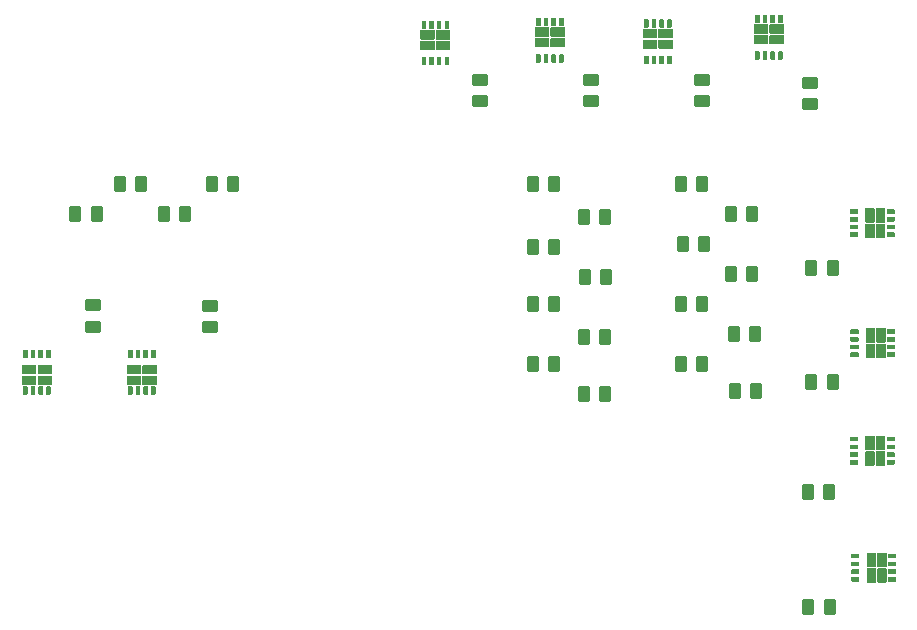
<source format=gbr>
%TF.GenerationSoftware,KiCad,Pcbnew,(6.0.6-0)*%
%TF.CreationDate,2023-04-04T18:07:55-07:00*%
%TF.ProjectId,relay-board,72656c61-792d-4626-9f61-72642e6b6963,rev?*%
%TF.SameCoordinates,Original*%
%TF.FileFunction,Paste,Top*%
%TF.FilePolarity,Positive*%
%FSLAX46Y46*%
G04 Gerber Fmt 4.6, Leading zero omitted, Abs format (unit mm)*
G04 Created by KiCad (PCBNEW (6.0.6-0)) date 2023-04-04 18:07:55*
%MOMM*%
%LPD*%
G01*
G04 APERTURE LIST*
G04 Aperture macros list*
%AMRoundRect*
0 Rectangle with rounded corners*
0 $1 Rounding radius*
0 $2 $3 $4 $5 $6 $7 $8 $9 X,Y pos of 4 corners*
0 Add a 4 corners polygon primitive as box body*
4,1,4,$2,$3,$4,$5,$6,$7,$8,$9,$2,$3,0*
0 Add four circle primitives for the rounded corners*
1,1,$1+$1,$2,$3*
1,1,$1+$1,$4,$5*
1,1,$1+$1,$6,$7*
1,1,$1+$1,$8,$9*
0 Add four rect primitives between the rounded corners*
20,1,$1+$1,$2,$3,$4,$5,0*
20,1,$1+$1,$4,$5,$6,$7,0*
20,1,$1+$1,$6,$7,$8,$9,0*
20,1,$1+$1,$8,$9,$2,$3,0*%
G04 Aperture macros list end*
%ADD10C,0.010000*%
%ADD11RoundRect,0.250000X-0.262500X-0.450000X0.262500X-0.450000X0.262500X0.450000X-0.262500X0.450000X0*%
%ADD12RoundRect,0.250000X-0.450000X0.262500X-0.450000X-0.262500X0.450000X-0.262500X0.450000X0.262500X0*%
%ADD13RoundRect,0.250000X0.262500X0.450000X-0.262500X0.450000X-0.262500X-0.450000X0.262500X-0.450000X0*%
%ADD14RoundRect,0.250000X0.450000X-0.262500X0.450000X0.262500X-0.450000X0.262500X-0.450000X-0.262500X0*%
G04 APERTURE END LIST*
%TO.C,RELAY9*%
G36*
X115749000Y-82953000D02*
G01*
X115751000Y-82953000D01*
X115754000Y-82954000D01*
X115756000Y-82954000D01*
X115759000Y-82955000D01*
X115761000Y-82956000D01*
X115764000Y-82957000D01*
X115766000Y-82959000D01*
X115768000Y-82960000D01*
X115770000Y-82962000D01*
X115772000Y-82963000D01*
X115780000Y-82971000D01*
X115781000Y-82973000D01*
X115783000Y-82975000D01*
X115784000Y-82977000D01*
X115786000Y-82979000D01*
X115787000Y-82982000D01*
X115788000Y-82984000D01*
X115789000Y-82987000D01*
X115789000Y-82989000D01*
X115790000Y-82992000D01*
X115790000Y-82994000D01*
X115791000Y-82997000D01*
X115791000Y-83507000D01*
X115790000Y-83510000D01*
X115790000Y-83512000D01*
X115789000Y-83515000D01*
X115789000Y-83517000D01*
X115788000Y-83520000D01*
X115787000Y-83522000D01*
X115786000Y-83525000D01*
X115784000Y-83527000D01*
X115783000Y-83529000D01*
X115781000Y-83531000D01*
X115780000Y-83533000D01*
X115772000Y-83541000D01*
X115770000Y-83542000D01*
X115768000Y-83544000D01*
X115766000Y-83545000D01*
X115764000Y-83547000D01*
X115761000Y-83548000D01*
X115759000Y-83549000D01*
X115756000Y-83550000D01*
X115754000Y-83550000D01*
X115751000Y-83551000D01*
X115749000Y-83551000D01*
X115746000Y-83552000D01*
X115536000Y-83552000D01*
X115533000Y-83551000D01*
X115531000Y-83551000D01*
X115528000Y-83550000D01*
X115526000Y-83550000D01*
X115523000Y-83549000D01*
X115521000Y-83548000D01*
X115518000Y-83547000D01*
X115516000Y-83545000D01*
X115514000Y-83544000D01*
X115512000Y-83542000D01*
X115510000Y-83541000D01*
X115502000Y-83533000D01*
X115501000Y-83531000D01*
X115499000Y-83529000D01*
X115498000Y-83527000D01*
X115496000Y-83525000D01*
X115495000Y-83522000D01*
X115494000Y-83520000D01*
X115493000Y-83517000D01*
X115493000Y-83515000D01*
X115492000Y-83512000D01*
X115492000Y-83510000D01*
X115491000Y-83507000D01*
X115491000Y-82997000D01*
X115492000Y-82994000D01*
X115492000Y-82992000D01*
X115493000Y-82989000D01*
X115493000Y-82987000D01*
X115494000Y-82984000D01*
X115495000Y-82982000D01*
X115496000Y-82979000D01*
X115498000Y-82977000D01*
X115499000Y-82975000D01*
X115501000Y-82973000D01*
X115502000Y-82971000D01*
X115510000Y-82963000D01*
X115512000Y-82962000D01*
X115514000Y-82960000D01*
X115516000Y-82959000D01*
X115518000Y-82957000D01*
X115521000Y-82956000D01*
X115523000Y-82955000D01*
X115526000Y-82954000D01*
X115528000Y-82954000D01*
X115531000Y-82953000D01*
X115533000Y-82953000D01*
X115536000Y-82952000D01*
X115746000Y-82952000D01*
X115749000Y-82953000D01*
G37*
D10*
X115749000Y-82953000D02*
X115751000Y-82953000D01*
X115754000Y-82954000D01*
X115756000Y-82954000D01*
X115759000Y-82955000D01*
X115761000Y-82956000D01*
X115764000Y-82957000D01*
X115766000Y-82959000D01*
X115768000Y-82960000D01*
X115770000Y-82962000D01*
X115772000Y-82963000D01*
X115780000Y-82971000D01*
X115781000Y-82973000D01*
X115783000Y-82975000D01*
X115784000Y-82977000D01*
X115786000Y-82979000D01*
X115787000Y-82982000D01*
X115788000Y-82984000D01*
X115789000Y-82987000D01*
X115789000Y-82989000D01*
X115790000Y-82992000D01*
X115790000Y-82994000D01*
X115791000Y-82997000D01*
X115791000Y-83507000D01*
X115790000Y-83510000D01*
X115790000Y-83512000D01*
X115789000Y-83515000D01*
X115789000Y-83517000D01*
X115788000Y-83520000D01*
X115787000Y-83522000D01*
X115786000Y-83525000D01*
X115784000Y-83527000D01*
X115783000Y-83529000D01*
X115781000Y-83531000D01*
X115780000Y-83533000D01*
X115772000Y-83541000D01*
X115770000Y-83542000D01*
X115768000Y-83544000D01*
X115766000Y-83545000D01*
X115764000Y-83547000D01*
X115761000Y-83548000D01*
X115759000Y-83549000D01*
X115756000Y-83550000D01*
X115754000Y-83550000D01*
X115751000Y-83551000D01*
X115749000Y-83551000D01*
X115746000Y-83552000D01*
X115536000Y-83552000D01*
X115533000Y-83551000D01*
X115531000Y-83551000D01*
X115528000Y-83550000D01*
X115526000Y-83550000D01*
X115523000Y-83549000D01*
X115521000Y-83548000D01*
X115518000Y-83547000D01*
X115516000Y-83545000D01*
X115514000Y-83544000D01*
X115512000Y-83542000D01*
X115510000Y-83541000D01*
X115502000Y-83533000D01*
X115501000Y-83531000D01*
X115499000Y-83529000D01*
X115498000Y-83527000D01*
X115496000Y-83525000D01*
X115495000Y-83522000D01*
X115494000Y-83520000D01*
X115493000Y-83517000D01*
X115493000Y-83515000D01*
X115492000Y-83512000D01*
X115492000Y-83510000D01*
X115491000Y-83507000D01*
X115491000Y-82997000D01*
X115492000Y-82994000D01*
X115492000Y-82992000D01*
X115493000Y-82989000D01*
X115493000Y-82987000D01*
X115494000Y-82984000D01*
X115495000Y-82982000D01*
X115496000Y-82979000D01*
X115498000Y-82977000D01*
X115499000Y-82975000D01*
X115501000Y-82973000D01*
X115502000Y-82971000D01*
X115510000Y-82963000D01*
X115512000Y-82962000D01*
X115514000Y-82960000D01*
X115516000Y-82959000D01*
X115518000Y-82957000D01*
X115521000Y-82956000D01*
X115523000Y-82955000D01*
X115526000Y-82954000D01*
X115528000Y-82954000D01*
X115531000Y-82953000D01*
X115533000Y-82953000D01*
X115536000Y-82952000D01*
X115746000Y-82952000D01*
X115749000Y-82953000D01*
G36*
X114449000Y-79853000D02*
G01*
X114451000Y-79853000D01*
X114454000Y-79854000D01*
X114456000Y-79854000D01*
X114459000Y-79855000D01*
X114461000Y-79856000D01*
X114464000Y-79857000D01*
X114466000Y-79859000D01*
X114468000Y-79860000D01*
X114470000Y-79862000D01*
X114472000Y-79863000D01*
X114480000Y-79871000D01*
X114481000Y-79873000D01*
X114483000Y-79875000D01*
X114484000Y-79877000D01*
X114486000Y-79879000D01*
X114487000Y-79882000D01*
X114488000Y-79884000D01*
X114489000Y-79887000D01*
X114489000Y-79889000D01*
X114490000Y-79892000D01*
X114490000Y-79894000D01*
X114491000Y-79897000D01*
X114491000Y-80407000D01*
X114490000Y-80410000D01*
X114490000Y-80412000D01*
X114489000Y-80415000D01*
X114489000Y-80417000D01*
X114488000Y-80420000D01*
X114487000Y-80422000D01*
X114486000Y-80425000D01*
X114484000Y-80427000D01*
X114483000Y-80429000D01*
X114481000Y-80431000D01*
X114480000Y-80433000D01*
X114472000Y-80441000D01*
X114470000Y-80442000D01*
X114468000Y-80444000D01*
X114466000Y-80445000D01*
X114464000Y-80447000D01*
X114461000Y-80448000D01*
X114459000Y-80449000D01*
X114456000Y-80450000D01*
X114454000Y-80450000D01*
X114451000Y-80451000D01*
X114449000Y-80451000D01*
X114446000Y-80452000D01*
X114236000Y-80452000D01*
X114233000Y-80451000D01*
X114231000Y-80451000D01*
X114228000Y-80450000D01*
X114226000Y-80450000D01*
X114223000Y-80449000D01*
X114221000Y-80448000D01*
X114218000Y-80447000D01*
X114216000Y-80445000D01*
X114214000Y-80444000D01*
X114212000Y-80442000D01*
X114210000Y-80441000D01*
X114202000Y-80433000D01*
X114201000Y-80431000D01*
X114199000Y-80429000D01*
X114198000Y-80427000D01*
X114196000Y-80425000D01*
X114195000Y-80422000D01*
X114194000Y-80420000D01*
X114193000Y-80417000D01*
X114193000Y-80415000D01*
X114192000Y-80412000D01*
X114192000Y-80410000D01*
X114191000Y-80407000D01*
X114191000Y-79897000D01*
X114192000Y-79894000D01*
X114192000Y-79892000D01*
X114193000Y-79889000D01*
X114193000Y-79887000D01*
X114194000Y-79884000D01*
X114195000Y-79882000D01*
X114196000Y-79879000D01*
X114198000Y-79877000D01*
X114199000Y-79875000D01*
X114201000Y-79873000D01*
X114202000Y-79871000D01*
X114210000Y-79863000D01*
X114212000Y-79862000D01*
X114214000Y-79860000D01*
X114216000Y-79859000D01*
X114218000Y-79857000D01*
X114221000Y-79856000D01*
X114223000Y-79855000D01*
X114226000Y-79854000D01*
X114228000Y-79854000D01*
X114231000Y-79853000D01*
X114233000Y-79853000D01*
X114236000Y-79852000D01*
X114446000Y-79852000D01*
X114449000Y-79853000D01*
G37*
X114449000Y-79853000D02*
X114451000Y-79853000D01*
X114454000Y-79854000D01*
X114456000Y-79854000D01*
X114459000Y-79855000D01*
X114461000Y-79856000D01*
X114464000Y-79857000D01*
X114466000Y-79859000D01*
X114468000Y-79860000D01*
X114470000Y-79862000D01*
X114472000Y-79863000D01*
X114480000Y-79871000D01*
X114481000Y-79873000D01*
X114483000Y-79875000D01*
X114484000Y-79877000D01*
X114486000Y-79879000D01*
X114487000Y-79882000D01*
X114488000Y-79884000D01*
X114489000Y-79887000D01*
X114489000Y-79889000D01*
X114490000Y-79892000D01*
X114490000Y-79894000D01*
X114491000Y-79897000D01*
X114491000Y-80407000D01*
X114490000Y-80410000D01*
X114490000Y-80412000D01*
X114489000Y-80415000D01*
X114489000Y-80417000D01*
X114488000Y-80420000D01*
X114487000Y-80422000D01*
X114486000Y-80425000D01*
X114484000Y-80427000D01*
X114483000Y-80429000D01*
X114481000Y-80431000D01*
X114480000Y-80433000D01*
X114472000Y-80441000D01*
X114470000Y-80442000D01*
X114468000Y-80444000D01*
X114466000Y-80445000D01*
X114464000Y-80447000D01*
X114461000Y-80448000D01*
X114459000Y-80449000D01*
X114456000Y-80450000D01*
X114454000Y-80450000D01*
X114451000Y-80451000D01*
X114449000Y-80451000D01*
X114446000Y-80452000D01*
X114236000Y-80452000D01*
X114233000Y-80451000D01*
X114231000Y-80451000D01*
X114228000Y-80450000D01*
X114226000Y-80450000D01*
X114223000Y-80449000D01*
X114221000Y-80448000D01*
X114218000Y-80447000D01*
X114216000Y-80445000D01*
X114214000Y-80444000D01*
X114212000Y-80442000D01*
X114210000Y-80441000D01*
X114202000Y-80433000D01*
X114201000Y-80431000D01*
X114199000Y-80429000D01*
X114198000Y-80427000D01*
X114196000Y-80425000D01*
X114195000Y-80422000D01*
X114194000Y-80420000D01*
X114193000Y-80417000D01*
X114193000Y-80415000D01*
X114192000Y-80412000D01*
X114192000Y-80410000D01*
X114191000Y-80407000D01*
X114191000Y-79897000D01*
X114192000Y-79894000D01*
X114192000Y-79892000D01*
X114193000Y-79889000D01*
X114193000Y-79887000D01*
X114194000Y-79884000D01*
X114195000Y-79882000D01*
X114196000Y-79879000D01*
X114198000Y-79877000D01*
X114199000Y-79875000D01*
X114201000Y-79873000D01*
X114202000Y-79871000D01*
X114210000Y-79863000D01*
X114212000Y-79862000D01*
X114214000Y-79860000D01*
X114216000Y-79859000D01*
X114218000Y-79857000D01*
X114221000Y-79856000D01*
X114223000Y-79855000D01*
X114226000Y-79854000D01*
X114228000Y-79854000D01*
X114231000Y-79853000D01*
X114233000Y-79853000D01*
X114236000Y-79852000D01*
X114446000Y-79852000D01*
X114449000Y-79853000D01*
G36*
X115099000Y-82953000D02*
G01*
X115101000Y-82953000D01*
X115104000Y-82954000D01*
X115106000Y-82954000D01*
X115109000Y-82955000D01*
X115111000Y-82956000D01*
X115114000Y-82957000D01*
X115116000Y-82959000D01*
X115118000Y-82960000D01*
X115120000Y-82962000D01*
X115122000Y-82963000D01*
X115130000Y-82971000D01*
X115131000Y-82973000D01*
X115133000Y-82975000D01*
X115134000Y-82977000D01*
X115136000Y-82979000D01*
X115137000Y-82982000D01*
X115138000Y-82984000D01*
X115139000Y-82987000D01*
X115139000Y-82989000D01*
X115140000Y-82992000D01*
X115140000Y-82994000D01*
X115141000Y-82997000D01*
X115141000Y-83507000D01*
X115140000Y-83510000D01*
X115140000Y-83512000D01*
X115139000Y-83515000D01*
X115139000Y-83517000D01*
X115138000Y-83520000D01*
X115137000Y-83522000D01*
X115136000Y-83525000D01*
X115134000Y-83527000D01*
X115133000Y-83529000D01*
X115131000Y-83531000D01*
X115130000Y-83533000D01*
X115122000Y-83541000D01*
X115120000Y-83542000D01*
X115118000Y-83544000D01*
X115116000Y-83545000D01*
X115114000Y-83547000D01*
X115111000Y-83548000D01*
X115109000Y-83549000D01*
X115106000Y-83550000D01*
X115104000Y-83550000D01*
X115101000Y-83551000D01*
X115099000Y-83551000D01*
X115096000Y-83552000D01*
X114886000Y-83552000D01*
X114883000Y-83551000D01*
X114881000Y-83551000D01*
X114878000Y-83550000D01*
X114876000Y-83550000D01*
X114873000Y-83549000D01*
X114871000Y-83548000D01*
X114868000Y-83547000D01*
X114866000Y-83545000D01*
X114864000Y-83544000D01*
X114862000Y-83542000D01*
X114860000Y-83541000D01*
X114852000Y-83533000D01*
X114851000Y-83531000D01*
X114849000Y-83529000D01*
X114848000Y-83527000D01*
X114846000Y-83525000D01*
X114845000Y-83522000D01*
X114844000Y-83520000D01*
X114843000Y-83517000D01*
X114843000Y-83515000D01*
X114842000Y-83512000D01*
X114842000Y-83510000D01*
X114841000Y-83507000D01*
X114841000Y-82997000D01*
X114842000Y-82994000D01*
X114842000Y-82992000D01*
X114843000Y-82989000D01*
X114843000Y-82987000D01*
X114844000Y-82984000D01*
X114845000Y-82982000D01*
X114846000Y-82979000D01*
X114848000Y-82977000D01*
X114849000Y-82975000D01*
X114851000Y-82973000D01*
X114852000Y-82971000D01*
X114860000Y-82963000D01*
X114862000Y-82962000D01*
X114864000Y-82960000D01*
X114866000Y-82959000D01*
X114868000Y-82957000D01*
X114871000Y-82956000D01*
X114873000Y-82955000D01*
X114876000Y-82954000D01*
X114878000Y-82954000D01*
X114881000Y-82953000D01*
X114883000Y-82953000D01*
X114886000Y-82952000D01*
X115096000Y-82952000D01*
X115099000Y-82953000D01*
G37*
X115099000Y-82953000D02*
X115101000Y-82953000D01*
X115104000Y-82954000D01*
X115106000Y-82954000D01*
X115109000Y-82955000D01*
X115111000Y-82956000D01*
X115114000Y-82957000D01*
X115116000Y-82959000D01*
X115118000Y-82960000D01*
X115120000Y-82962000D01*
X115122000Y-82963000D01*
X115130000Y-82971000D01*
X115131000Y-82973000D01*
X115133000Y-82975000D01*
X115134000Y-82977000D01*
X115136000Y-82979000D01*
X115137000Y-82982000D01*
X115138000Y-82984000D01*
X115139000Y-82987000D01*
X115139000Y-82989000D01*
X115140000Y-82992000D01*
X115140000Y-82994000D01*
X115141000Y-82997000D01*
X115141000Y-83507000D01*
X115140000Y-83510000D01*
X115140000Y-83512000D01*
X115139000Y-83515000D01*
X115139000Y-83517000D01*
X115138000Y-83520000D01*
X115137000Y-83522000D01*
X115136000Y-83525000D01*
X115134000Y-83527000D01*
X115133000Y-83529000D01*
X115131000Y-83531000D01*
X115130000Y-83533000D01*
X115122000Y-83541000D01*
X115120000Y-83542000D01*
X115118000Y-83544000D01*
X115116000Y-83545000D01*
X115114000Y-83547000D01*
X115111000Y-83548000D01*
X115109000Y-83549000D01*
X115106000Y-83550000D01*
X115104000Y-83550000D01*
X115101000Y-83551000D01*
X115099000Y-83551000D01*
X115096000Y-83552000D01*
X114886000Y-83552000D01*
X114883000Y-83551000D01*
X114881000Y-83551000D01*
X114878000Y-83550000D01*
X114876000Y-83550000D01*
X114873000Y-83549000D01*
X114871000Y-83548000D01*
X114868000Y-83547000D01*
X114866000Y-83545000D01*
X114864000Y-83544000D01*
X114862000Y-83542000D01*
X114860000Y-83541000D01*
X114852000Y-83533000D01*
X114851000Y-83531000D01*
X114849000Y-83529000D01*
X114848000Y-83527000D01*
X114846000Y-83525000D01*
X114845000Y-83522000D01*
X114844000Y-83520000D01*
X114843000Y-83517000D01*
X114843000Y-83515000D01*
X114842000Y-83512000D01*
X114842000Y-83510000D01*
X114841000Y-83507000D01*
X114841000Y-82997000D01*
X114842000Y-82994000D01*
X114842000Y-82992000D01*
X114843000Y-82989000D01*
X114843000Y-82987000D01*
X114844000Y-82984000D01*
X114845000Y-82982000D01*
X114846000Y-82979000D01*
X114848000Y-82977000D01*
X114849000Y-82975000D01*
X114851000Y-82973000D01*
X114852000Y-82971000D01*
X114860000Y-82963000D01*
X114862000Y-82962000D01*
X114864000Y-82960000D01*
X114866000Y-82959000D01*
X114868000Y-82957000D01*
X114871000Y-82956000D01*
X114873000Y-82955000D01*
X114876000Y-82954000D01*
X114878000Y-82954000D01*
X114881000Y-82953000D01*
X114883000Y-82953000D01*
X114886000Y-82952000D01*
X115096000Y-82952000D01*
X115099000Y-82953000D01*
G36*
X115174000Y-82048000D02*
G01*
X115176000Y-82048000D01*
X115179000Y-82049000D01*
X115181000Y-82049000D01*
X115184000Y-82050000D01*
X115186000Y-82051000D01*
X115189000Y-82052000D01*
X115191000Y-82054000D01*
X115193000Y-82055000D01*
X115195000Y-82057000D01*
X115197000Y-82058000D01*
X115205000Y-82066000D01*
X115206000Y-82068000D01*
X115208000Y-82070000D01*
X115209000Y-82072000D01*
X115211000Y-82074000D01*
X115212000Y-82077000D01*
X115213000Y-82079000D01*
X115214000Y-82082000D01*
X115214000Y-82084000D01*
X115215000Y-82087000D01*
X115215000Y-82089000D01*
X115216000Y-82092000D01*
X115216000Y-82707000D01*
X115215000Y-82710000D01*
X115215000Y-82712000D01*
X115214000Y-82715000D01*
X115214000Y-82717000D01*
X115213000Y-82720000D01*
X115212000Y-82722000D01*
X115211000Y-82725000D01*
X115209000Y-82727000D01*
X115208000Y-82729000D01*
X115206000Y-82731000D01*
X115205000Y-82733000D01*
X115197000Y-82741000D01*
X115195000Y-82742000D01*
X115193000Y-82744000D01*
X115191000Y-82745000D01*
X115189000Y-82747000D01*
X115186000Y-82748000D01*
X115184000Y-82749000D01*
X115181000Y-82750000D01*
X115179000Y-82750000D01*
X115176000Y-82751000D01*
X115174000Y-82751000D01*
X115171000Y-82752000D01*
X114136000Y-82752000D01*
X114133000Y-82751000D01*
X114131000Y-82751000D01*
X114128000Y-82750000D01*
X114126000Y-82750000D01*
X114123000Y-82749000D01*
X114121000Y-82748000D01*
X114118000Y-82747000D01*
X114116000Y-82745000D01*
X114114000Y-82744000D01*
X114112000Y-82742000D01*
X114110000Y-82741000D01*
X114102000Y-82733000D01*
X114101000Y-82731000D01*
X114099000Y-82729000D01*
X114098000Y-82727000D01*
X114096000Y-82725000D01*
X114095000Y-82722000D01*
X114094000Y-82720000D01*
X114093000Y-82717000D01*
X114093000Y-82715000D01*
X114092000Y-82712000D01*
X114092000Y-82710000D01*
X114091000Y-82707000D01*
X114091000Y-82092000D01*
X114092000Y-82089000D01*
X114092000Y-82087000D01*
X114093000Y-82084000D01*
X114093000Y-82082000D01*
X114094000Y-82079000D01*
X114095000Y-82077000D01*
X114096000Y-82074000D01*
X114098000Y-82072000D01*
X114099000Y-82070000D01*
X114101000Y-82068000D01*
X114102000Y-82066000D01*
X114110000Y-82058000D01*
X114112000Y-82057000D01*
X114114000Y-82055000D01*
X114116000Y-82054000D01*
X114118000Y-82052000D01*
X114121000Y-82051000D01*
X114123000Y-82050000D01*
X114126000Y-82049000D01*
X114128000Y-82049000D01*
X114131000Y-82048000D01*
X114133000Y-82048000D01*
X114136000Y-82047000D01*
X115171000Y-82047000D01*
X115174000Y-82048000D01*
G37*
X115174000Y-82048000D02*
X115176000Y-82048000D01*
X115179000Y-82049000D01*
X115181000Y-82049000D01*
X115184000Y-82050000D01*
X115186000Y-82051000D01*
X115189000Y-82052000D01*
X115191000Y-82054000D01*
X115193000Y-82055000D01*
X115195000Y-82057000D01*
X115197000Y-82058000D01*
X115205000Y-82066000D01*
X115206000Y-82068000D01*
X115208000Y-82070000D01*
X115209000Y-82072000D01*
X115211000Y-82074000D01*
X115212000Y-82077000D01*
X115213000Y-82079000D01*
X115214000Y-82082000D01*
X115214000Y-82084000D01*
X115215000Y-82087000D01*
X115215000Y-82089000D01*
X115216000Y-82092000D01*
X115216000Y-82707000D01*
X115215000Y-82710000D01*
X115215000Y-82712000D01*
X115214000Y-82715000D01*
X115214000Y-82717000D01*
X115213000Y-82720000D01*
X115212000Y-82722000D01*
X115211000Y-82725000D01*
X115209000Y-82727000D01*
X115208000Y-82729000D01*
X115206000Y-82731000D01*
X115205000Y-82733000D01*
X115197000Y-82741000D01*
X115195000Y-82742000D01*
X115193000Y-82744000D01*
X115191000Y-82745000D01*
X115189000Y-82747000D01*
X115186000Y-82748000D01*
X115184000Y-82749000D01*
X115181000Y-82750000D01*
X115179000Y-82750000D01*
X115176000Y-82751000D01*
X115174000Y-82751000D01*
X115171000Y-82752000D01*
X114136000Y-82752000D01*
X114133000Y-82751000D01*
X114131000Y-82751000D01*
X114128000Y-82750000D01*
X114126000Y-82750000D01*
X114123000Y-82749000D01*
X114121000Y-82748000D01*
X114118000Y-82747000D01*
X114116000Y-82745000D01*
X114114000Y-82744000D01*
X114112000Y-82742000D01*
X114110000Y-82741000D01*
X114102000Y-82733000D01*
X114101000Y-82731000D01*
X114099000Y-82729000D01*
X114098000Y-82727000D01*
X114096000Y-82725000D01*
X114095000Y-82722000D01*
X114094000Y-82720000D01*
X114093000Y-82717000D01*
X114093000Y-82715000D01*
X114092000Y-82712000D01*
X114092000Y-82710000D01*
X114091000Y-82707000D01*
X114091000Y-82092000D01*
X114092000Y-82089000D01*
X114092000Y-82087000D01*
X114093000Y-82084000D01*
X114093000Y-82082000D01*
X114094000Y-82079000D01*
X114095000Y-82077000D01*
X114096000Y-82074000D01*
X114098000Y-82072000D01*
X114099000Y-82070000D01*
X114101000Y-82068000D01*
X114102000Y-82066000D01*
X114110000Y-82058000D01*
X114112000Y-82057000D01*
X114114000Y-82055000D01*
X114116000Y-82054000D01*
X114118000Y-82052000D01*
X114121000Y-82051000D01*
X114123000Y-82050000D01*
X114126000Y-82049000D01*
X114128000Y-82049000D01*
X114131000Y-82048000D01*
X114133000Y-82048000D01*
X114136000Y-82047000D01*
X115171000Y-82047000D01*
X115174000Y-82048000D01*
G36*
X116399000Y-82953000D02*
G01*
X116401000Y-82953000D01*
X116404000Y-82954000D01*
X116406000Y-82954000D01*
X116409000Y-82955000D01*
X116411000Y-82956000D01*
X116414000Y-82957000D01*
X116416000Y-82959000D01*
X116418000Y-82960000D01*
X116420000Y-82962000D01*
X116422000Y-82963000D01*
X116430000Y-82971000D01*
X116431000Y-82973000D01*
X116433000Y-82975000D01*
X116434000Y-82977000D01*
X116436000Y-82979000D01*
X116437000Y-82982000D01*
X116438000Y-82984000D01*
X116439000Y-82987000D01*
X116439000Y-82989000D01*
X116440000Y-82992000D01*
X116440000Y-82994000D01*
X116441000Y-82997000D01*
X116441000Y-83507000D01*
X116440000Y-83510000D01*
X116440000Y-83512000D01*
X116439000Y-83515000D01*
X116439000Y-83517000D01*
X116438000Y-83520000D01*
X116437000Y-83522000D01*
X116436000Y-83525000D01*
X116434000Y-83527000D01*
X116433000Y-83529000D01*
X116431000Y-83531000D01*
X116430000Y-83533000D01*
X116422000Y-83541000D01*
X116420000Y-83542000D01*
X116418000Y-83544000D01*
X116416000Y-83545000D01*
X116414000Y-83547000D01*
X116411000Y-83548000D01*
X116409000Y-83549000D01*
X116406000Y-83550000D01*
X116404000Y-83550000D01*
X116401000Y-83551000D01*
X116399000Y-83551000D01*
X116396000Y-83552000D01*
X116186000Y-83552000D01*
X116183000Y-83551000D01*
X116181000Y-83551000D01*
X116178000Y-83550000D01*
X116176000Y-83550000D01*
X116173000Y-83549000D01*
X116171000Y-83548000D01*
X116168000Y-83547000D01*
X116166000Y-83545000D01*
X116164000Y-83544000D01*
X116162000Y-83542000D01*
X116160000Y-83541000D01*
X116152000Y-83533000D01*
X116151000Y-83531000D01*
X116149000Y-83529000D01*
X116148000Y-83527000D01*
X116146000Y-83525000D01*
X116145000Y-83522000D01*
X116144000Y-83520000D01*
X116143000Y-83517000D01*
X116143000Y-83515000D01*
X116142000Y-83512000D01*
X116142000Y-83510000D01*
X116141000Y-83507000D01*
X116141000Y-82997000D01*
X116142000Y-82994000D01*
X116142000Y-82992000D01*
X116143000Y-82989000D01*
X116143000Y-82987000D01*
X116144000Y-82984000D01*
X116145000Y-82982000D01*
X116146000Y-82979000D01*
X116148000Y-82977000D01*
X116149000Y-82975000D01*
X116151000Y-82973000D01*
X116152000Y-82971000D01*
X116160000Y-82963000D01*
X116162000Y-82962000D01*
X116164000Y-82960000D01*
X116166000Y-82959000D01*
X116168000Y-82957000D01*
X116171000Y-82956000D01*
X116173000Y-82955000D01*
X116176000Y-82954000D01*
X116178000Y-82954000D01*
X116181000Y-82953000D01*
X116183000Y-82953000D01*
X116186000Y-82952000D01*
X116396000Y-82952000D01*
X116399000Y-82953000D01*
G37*
X116399000Y-82953000D02*
X116401000Y-82953000D01*
X116404000Y-82954000D01*
X116406000Y-82954000D01*
X116409000Y-82955000D01*
X116411000Y-82956000D01*
X116414000Y-82957000D01*
X116416000Y-82959000D01*
X116418000Y-82960000D01*
X116420000Y-82962000D01*
X116422000Y-82963000D01*
X116430000Y-82971000D01*
X116431000Y-82973000D01*
X116433000Y-82975000D01*
X116434000Y-82977000D01*
X116436000Y-82979000D01*
X116437000Y-82982000D01*
X116438000Y-82984000D01*
X116439000Y-82987000D01*
X116439000Y-82989000D01*
X116440000Y-82992000D01*
X116440000Y-82994000D01*
X116441000Y-82997000D01*
X116441000Y-83507000D01*
X116440000Y-83510000D01*
X116440000Y-83512000D01*
X116439000Y-83515000D01*
X116439000Y-83517000D01*
X116438000Y-83520000D01*
X116437000Y-83522000D01*
X116436000Y-83525000D01*
X116434000Y-83527000D01*
X116433000Y-83529000D01*
X116431000Y-83531000D01*
X116430000Y-83533000D01*
X116422000Y-83541000D01*
X116420000Y-83542000D01*
X116418000Y-83544000D01*
X116416000Y-83545000D01*
X116414000Y-83547000D01*
X116411000Y-83548000D01*
X116409000Y-83549000D01*
X116406000Y-83550000D01*
X116404000Y-83550000D01*
X116401000Y-83551000D01*
X116399000Y-83551000D01*
X116396000Y-83552000D01*
X116186000Y-83552000D01*
X116183000Y-83551000D01*
X116181000Y-83551000D01*
X116178000Y-83550000D01*
X116176000Y-83550000D01*
X116173000Y-83549000D01*
X116171000Y-83548000D01*
X116168000Y-83547000D01*
X116166000Y-83545000D01*
X116164000Y-83544000D01*
X116162000Y-83542000D01*
X116160000Y-83541000D01*
X116152000Y-83533000D01*
X116151000Y-83531000D01*
X116149000Y-83529000D01*
X116148000Y-83527000D01*
X116146000Y-83525000D01*
X116145000Y-83522000D01*
X116144000Y-83520000D01*
X116143000Y-83517000D01*
X116143000Y-83515000D01*
X116142000Y-83512000D01*
X116142000Y-83510000D01*
X116141000Y-83507000D01*
X116141000Y-82997000D01*
X116142000Y-82994000D01*
X116142000Y-82992000D01*
X116143000Y-82989000D01*
X116143000Y-82987000D01*
X116144000Y-82984000D01*
X116145000Y-82982000D01*
X116146000Y-82979000D01*
X116148000Y-82977000D01*
X116149000Y-82975000D01*
X116151000Y-82973000D01*
X116152000Y-82971000D01*
X116160000Y-82963000D01*
X116162000Y-82962000D01*
X116164000Y-82960000D01*
X116166000Y-82959000D01*
X116168000Y-82957000D01*
X116171000Y-82956000D01*
X116173000Y-82955000D01*
X116176000Y-82954000D01*
X116178000Y-82954000D01*
X116181000Y-82953000D01*
X116183000Y-82953000D01*
X116186000Y-82952000D01*
X116396000Y-82952000D01*
X116399000Y-82953000D01*
G36*
X115174000Y-81143000D02*
G01*
X115176000Y-81143000D01*
X115179000Y-81144000D01*
X115181000Y-81144000D01*
X115184000Y-81145000D01*
X115186000Y-81146000D01*
X115189000Y-81147000D01*
X115191000Y-81149000D01*
X115193000Y-81150000D01*
X115195000Y-81152000D01*
X115197000Y-81153000D01*
X115205000Y-81161000D01*
X115206000Y-81163000D01*
X115208000Y-81165000D01*
X115209000Y-81167000D01*
X115211000Y-81169000D01*
X115212000Y-81172000D01*
X115213000Y-81174000D01*
X115214000Y-81177000D01*
X115214000Y-81179000D01*
X115215000Y-81182000D01*
X115215000Y-81184000D01*
X115216000Y-81187000D01*
X115216000Y-81802000D01*
X115215000Y-81805000D01*
X115215000Y-81807000D01*
X115214000Y-81810000D01*
X115214000Y-81812000D01*
X115213000Y-81815000D01*
X115212000Y-81817000D01*
X115211000Y-81820000D01*
X115209000Y-81822000D01*
X115208000Y-81824000D01*
X115206000Y-81826000D01*
X115205000Y-81828000D01*
X115197000Y-81836000D01*
X115195000Y-81837000D01*
X115193000Y-81839000D01*
X115191000Y-81840000D01*
X115189000Y-81842000D01*
X115186000Y-81843000D01*
X115184000Y-81844000D01*
X115181000Y-81845000D01*
X115179000Y-81845000D01*
X115176000Y-81846000D01*
X115174000Y-81846000D01*
X115171000Y-81847000D01*
X114136000Y-81847000D01*
X114133000Y-81846000D01*
X114131000Y-81846000D01*
X114128000Y-81845000D01*
X114126000Y-81845000D01*
X114123000Y-81844000D01*
X114121000Y-81843000D01*
X114118000Y-81842000D01*
X114116000Y-81840000D01*
X114114000Y-81839000D01*
X114112000Y-81837000D01*
X114110000Y-81836000D01*
X114102000Y-81828000D01*
X114101000Y-81826000D01*
X114099000Y-81824000D01*
X114098000Y-81822000D01*
X114096000Y-81820000D01*
X114095000Y-81817000D01*
X114094000Y-81815000D01*
X114093000Y-81812000D01*
X114093000Y-81810000D01*
X114092000Y-81807000D01*
X114092000Y-81805000D01*
X114091000Y-81802000D01*
X114091000Y-81187000D01*
X114092000Y-81184000D01*
X114092000Y-81182000D01*
X114093000Y-81179000D01*
X114093000Y-81177000D01*
X114094000Y-81174000D01*
X114095000Y-81172000D01*
X114096000Y-81169000D01*
X114098000Y-81167000D01*
X114099000Y-81165000D01*
X114101000Y-81163000D01*
X114102000Y-81161000D01*
X114110000Y-81153000D01*
X114112000Y-81152000D01*
X114114000Y-81150000D01*
X114116000Y-81149000D01*
X114118000Y-81147000D01*
X114121000Y-81146000D01*
X114123000Y-81145000D01*
X114126000Y-81144000D01*
X114128000Y-81144000D01*
X114131000Y-81143000D01*
X114133000Y-81143000D01*
X114136000Y-81142000D01*
X115171000Y-81142000D01*
X115174000Y-81143000D01*
G37*
X115174000Y-81143000D02*
X115176000Y-81143000D01*
X115179000Y-81144000D01*
X115181000Y-81144000D01*
X115184000Y-81145000D01*
X115186000Y-81146000D01*
X115189000Y-81147000D01*
X115191000Y-81149000D01*
X115193000Y-81150000D01*
X115195000Y-81152000D01*
X115197000Y-81153000D01*
X115205000Y-81161000D01*
X115206000Y-81163000D01*
X115208000Y-81165000D01*
X115209000Y-81167000D01*
X115211000Y-81169000D01*
X115212000Y-81172000D01*
X115213000Y-81174000D01*
X115214000Y-81177000D01*
X115214000Y-81179000D01*
X115215000Y-81182000D01*
X115215000Y-81184000D01*
X115216000Y-81187000D01*
X115216000Y-81802000D01*
X115215000Y-81805000D01*
X115215000Y-81807000D01*
X115214000Y-81810000D01*
X115214000Y-81812000D01*
X115213000Y-81815000D01*
X115212000Y-81817000D01*
X115211000Y-81820000D01*
X115209000Y-81822000D01*
X115208000Y-81824000D01*
X115206000Y-81826000D01*
X115205000Y-81828000D01*
X115197000Y-81836000D01*
X115195000Y-81837000D01*
X115193000Y-81839000D01*
X115191000Y-81840000D01*
X115189000Y-81842000D01*
X115186000Y-81843000D01*
X115184000Y-81844000D01*
X115181000Y-81845000D01*
X115179000Y-81845000D01*
X115176000Y-81846000D01*
X115174000Y-81846000D01*
X115171000Y-81847000D01*
X114136000Y-81847000D01*
X114133000Y-81846000D01*
X114131000Y-81846000D01*
X114128000Y-81845000D01*
X114126000Y-81845000D01*
X114123000Y-81844000D01*
X114121000Y-81843000D01*
X114118000Y-81842000D01*
X114116000Y-81840000D01*
X114114000Y-81839000D01*
X114112000Y-81837000D01*
X114110000Y-81836000D01*
X114102000Y-81828000D01*
X114101000Y-81826000D01*
X114099000Y-81824000D01*
X114098000Y-81822000D01*
X114096000Y-81820000D01*
X114095000Y-81817000D01*
X114094000Y-81815000D01*
X114093000Y-81812000D01*
X114093000Y-81810000D01*
X114092000Y-81807000D01*
X114092000Y-81805000D01*
X114091000Y-81802000D01*
X114091000Y-81187000D01*
X114092000Y-81184000D01*
X114092000Y-81182000D01*
X114093000Y-81179000D01*
X114093000Y-81177000D01*
X114094000Y-81174000D01*
X114095000Y-81172000D01*
X114096000Y-81169000D01*
X114098000Y-81167000D01*
X114099000Y-81165000D01*
X114101000Y-81163000D01*
X114102000Y-81161000D01*
X114110000Y-81153000D01*
X114112000Y-81152000D01*
X114114000Y-81150000D01*
X114116000Y-81149000D01*
X114118000Y-81147000D01*
X114121000Y-81146000D01*
X114123000Y-81145000D01*
X114126000Y-81144000D01*
X114128000Y-81144000D01*
X114131000Y-81143000D01*
X114133000Y-81143000D01*
X114136000Y-81142000D01*
X115171000Y-81142000D01*
X115174000Y-81143000D01*
G36*
X116499000Y-82048000D02*
G01*
X116501000Y-82048000D01*
X116504000Y-82049000D01*
X116506000Y-82049000D01*
X116509000Y-82050000D01*
X116511000Y-82051000D01*
X116514000Y-82052000D01*
X116516000Y-82054000D01*
X116518000Y-82055000D01*
X116520000Y-82057000D01*
X116522000Y-82058000D01*
X116530000Y-82066000D01*
X116531000Y-82068000D01*
X116533000Y-82070000D01*
X116534000Y-82072000D01*
X116536000Y-82074000D01*
X116537000Y-82077000D01*
X116538000Y-82079000D01*
X116539000Y-82082000D01*
X116539000Y-82084000D01*
X116540000Y-82087000D01*
X116540000Y-82089000D01*
X116541000Y-82092000D01*
X116541000Y-82707000D01*
X116540000Y-82710000D01*
X116540000Y-82712000D01*
X116539000Y-82715000D01*
X116539000Y-82717000D01*
X116538000Y-82720000D01*
X116537000Y-82722000D01*
X116536000Y-82725000D01*
X116534000Y-82727000D01*
X116533000Y-82729000D01*
X116531000Y-82731000D01*
X116530000Y-82733000D01*
X116522000Y-82741000D01*
X116520000Y-82742000D01*
X116518000Y-82744000D01*
X116516000Y-82745000D01*
X116514000Y-82747000D01*
X116511000Y-82748000D01*
X116509000Y-82749000D01*
X116506000Y-82750000D01*
X116504000Y-82750000D01*
X116501000Y-82751000D01*
X116499000Y-82751000D01*
X116496000Y-82752000D01*
X115461000Y-82752000D01*
X115458000Y-82751000D01*
X115456000Y-82751000D01*
X115453000Y-82750000D01*
X115451000Y-82750000D01*
X115448000Y-82749000D01*
X115446000Y-82748000D01*
X115443000Y-82747000D01*
X115441000Y-82745000D01*
X115439000Y-82744000D01*
X115437000Y-82742000D01*
X115435000Y-82741000D01*
X115427000Y-82733000D01*
X115426000Y-82731000D01*
X115424000Y-82729000D01*
X115423000Y-82727000D01*
X115421000Y-82725000D01*
X115420000Y-82722000D01*
X115419000Y-82720000D01*
X115418000Y-82717000D01*
X115418000Y-82715000D01*
X115417000Y-82712000D01*
X115417000Y-82710000D01*
X115416000Y-82707000D01*
X115416000Y-82092000D01*
X115417000Y-82089000D01*
X115417000Y-82087000D01*
X115418000Y-82084000D01*
X115418000Y-82082000D01*
X115419000Y-82079000D01*
X115420000Y-82077000D01*
X115421000Y-82074000D01*
X115423000Y-82072000D01*
X115424000Y-82070000D01*
X115426000Y-82068000D01*
X115427000Y-82066000D01*
X115435000Y-82058000D01*
X115437000Y-82057000D01*
X115439000Y-82055000D01*
X115441000Y-82054000D01*
X115443000Y-82052000D01*
X115446000Y-82051000D01*
X115448000Y-82050000D01*
X115451000Y-82049000D01*
X115453000Y-82049000D01*
X115456000Y-82048000D01*
X115458000Y-82048000D01*
X115461000Y-82047000D01*
X116496000Y-82047000D01*
X116499000Y-82048000D01*
G37*
X116499000Y-82048000D02*
X116501000Y-82048000D01*
X116504000Y-82049000D01*
X116506000Y-82049000D01*
X116509000Y-82050000D01*
X116511000Y-82051000D01*
X116514000Y-82052000D01*
X116516000Y-82054000D01*
X116518000Y-82055000D01*
X116520000Y-82057000D01*
X116522000Y-82058000D01*
X116530000Y-82066000D01*
X116531000Y-82068000D01*
X116533000Y-82070000D01*
X116534000Y-82072000D01*
X116536000Y-82074000D01*
X116537000Y-82077000D01*
X116538000Y-82079000D01*
X116539000Y-82082000D01*
X116539000Y-82084000D01*
X116540000Y-82087000D01*
X116540000Y-82089000D01*
X116541000Y-82092000D01*
X116541000Y-82707000D01*
X116540000Y-82710000D01*
X116540000Y-82712000D01*
X116539000Y-82715000D01*
X116539000Y-82717000D01*
X116538000Y-82720000D01*
X116537000Y-82722000D01*
X116536000Y-82725000D01*
X116534000Y-82727000D01*
X116533000Y-82729000D01*
X116531000Y-82731000D01*
X116530000Y-82733000D01*
X116522000Y-82741000D01*
X116520000Y-82742000D01*
X116518000Y-82744000D01*
X116516000Y-82745000D01*
X116514000Y-82747000D01*
X116511000Y-82748000D01*
X116509000Y-82749000D01*
X116506000Y-82750000D01*
X116504000Y-82750000D01*
X116501000Y-82751000D01*
X116499000Y-82751000D01*
X116496000Y-82752000D01*
X115461000Y-82752000D01*
X115458000Y-82751000D01*
X115456000Y-82751000D01*
X115453000Y-82750000D01*
X115451000Y-82750000D01*
X115448000Y-82749000D01*
X115446000Y-82748000D01*
X115443000Y-82747000D01*
X115441000Y-82745000D01*
X115439000Y-82744000D01*
X115437000Y-82742000D01*
X115435000Y-82741000D01*
X115427000Y-82733000D01*
X115426000Y-82731000D01*
X115424000Y-82729000D01*
X115423000Y-82727000D01*
X115421000Y-82725000D01*
X115420000Y-82722000D01*
X115419000Y-82720000D01*
X115418000Y-82717000D01*
X115418000Y-82715000D01*
X115417000Y-82712000D01*
X115417000Y-82710000D01*
X115416000Y-82707000D01*
X115416000Y-82092000D01*
X115417000Y-82089000D01*
X115417000Y-82087000D01*
X115418000Y-82084000D01*
X115418000Y-82082000D01*
X115419000Y-82079000D01*
X115420000Y-82077000D01*
X115421000Y-82074000D01*
X115423000Y-82072000D01*
X115424000Y-82070000D01*
X115426000Y-82068000D01*
X115427000Y-82066000D01*
X115435000Y-82058000D01*
X115437000Y-82057000D01*
X115439000Y-82055000D01*
X115441000Y-82054000D01*
X115443000Y-82052000D01*
X115446000Y-82051000D01*
X115448000Y-82050000D01*
X115451000Y-82049000D01*
X115453000Y-82049000D01*
X115456000Y-82048000D01*
X115458000Y-82048000D01*
X115461000Y-82047000D01*
X116496000Y-82047000D01*
X116499000Y-82048000D01*
G36*
X116499000Y-81143000D02*
G01*
X116501000Y-81143000D01*
X116504000Y-81144000D01*
X116506000Y-81144000D01*
X116509000Y-81145000D01*
X116511000Y-81146000D01*
X116514000Y-81147000D01*
X116516000Y-81149000D01*
X116518000Y-81150000D01*
X116520000Y-81152000D01*
X116522000Y-81153000D01*
X116530000Y-81161000D01*
X116531000Y-81163000D01*
X116533000Y-81165000D01*
X116534000Y-81167000D01*
X116536000Y-81169000D01*
X116537000Y-81172000D01*
X116538000Y-81174000D01*
X116539000Y-81177000D01*
X116539000Y-81179000D01*
X116540000Y-81182000D01*
X116540000Y-81184000D01*
X116541000Y-81187000D01*
X116541000Y-81802000D01*
X116540000Y-81805000D01*
X116540000Y-81807000D01*
X116539000Y-81810000D01*
X116539000Y-81812000D01*
X116538000Y-81815000D01*
X116537000Y-81817000D01*
X116536000Y-81820000D01*
X116534000Y-81822000D01*
X116533000Y-81824000D01*
X116531000Y-81826000D01*
X116530000Y-81828000D01*
X116522000Y-81836000D01*
X116520000Y-81837000D01*
X116518000Y-81839000D01*
X116516000Y-81840000D01*
X116514000Y-81842000D01*
X116511000Y-81843000D01*
X116509000Y-81844000D01*
X116506000Y-81845000D01*
X116504000Y-81845000D01*
X116501000Y-81846000D01*
X116499000Y-81846000D01*
X116496000Y-81847000D01*
X115461000Y-81847000D01*
X115458000Y-81846000D01*
X115456000Y-81846000D01*
X115453000Y-81845000D01*
X115451000Y-81845000D01*
X115448000Y-81844000D01*
X115446000Y-81843000D01*
X115443000Y-81842000D01*
X115441000Y-81840000D01*
X115439000Y-81839000D01*
X115437000Y-81837000D01*
X115435000Y-81836000D01*
X115427000Y-81828000D01*
X115426000Y-81826000D01*
X115424000Y-81824000D01*
X115423000Y-81822000D01*
X115421000Y-81820000D01*
X115420000Y-81817000D01*
X115419000Y-81815000D01*
X115418000Y-81812000D01*
X115418000Y-81810000D01*
X115417000Y-81807000D01*
X115417000Y-81805000D01*
X115416000Y-81802000D01*
X115416000Y-81187000D01*
X115417000Y-81184000D01*
X115417000Y-81182000D01*
X115418000Y-81179000D01*
X115418000Y-81177000D01*
X115419000Y-81174000D01*
X115420000Y-81172000D01*
X115421000Y-81169000D01*
X115423000Y-81167000D01*
X115424000Y-81165000D01*
X115426000Y-81163000D01*
X115427000Y-81161000D01*
X115435000Y-81153000D01*
X115437000Y-81152000D01*
X115439000Y-81150000D01*
X115441000Y-81149000D01*
X115443000Y-81147000D01*
X115446000Y-81146000D01*
X115448000Y-81145000D01*
X115451000Y-81144000D01*
X115453000Y-81144000D01*
X115456000Y-81143000D01*
X115458000Y-81143000D01*
X115461000Y-81142000D01*
X116496000Y-81142000D01*
X116499000Y-81143000D01*
G37*
X116499000Y-81143000D02*
X116501000Y-81143000D01*
X116504000Y-81144000D01*
X116506000Y-81144000D01*
X116509000Y-81145000D01*
X116511000Y-81146000D01*
X116514000Y-81147000D01*
X116516000Y-81149000D01*
X116518000Y-81150000D01*
X116520000Y-81152000D01*
X116522000Y-81153000D01*
X116530000Y-81161000D01*
X116531000Y-81163000D01*
X116533000Y-81165000D01*
X116534000Y-81167000D01*
X116536000Y-81169000D01*
X116537000Y-81172000D01*
X116538000Y-81174000D01*
X116539000Y-81177000D01*
X116539000Y-81179000D01*
X116540000Y-81182000D01*
X116540000Y-81184000D01*
X116541000Y-81187000D01*
X116541000Y-81802000D01*
X116540000Y-81805000D01*
X116540000Y-81807000D01*
X116539000Y-81810000D01*
X116539000Y-81812000D01*
X116538000Y-81815000D01*
X116537000Y-81817000D01*
X116536000Y-81820000D01*
X116534000Y-81822000D01*
X116533000Y-81824000D01*
X116531000Y-81826000D01*
X116530000Y-81828000D01*
X116522000Y-81836000D01*
X116520000Y-81837000D01*
X116518000Y-81839000D01*
X116516000Y-81840000D01*
X116514000Y-81842000D01*
X116511000Y-81843000D01*
X116509000Y-81844000D01*
X116506000Y-81845000D01*
X116504000Y-81845000D01*
X116501000Y-81846000D01*
X116499000Y-81846000D01*
X116496000Y-81847000D01*
X115461000Y-81847000D01*
X115458000Y-81846000D01*
X115456000Y-81846000D01*
X115453000Y-81845000D01*
X115451000Y-81845000D01*
X115448000Y-81844000D01*
X115446000Y-81843000D01*
X115443000Y-81842000D01*
X115441000Y-81840000D01*
X115439000Y-81839000D01*
X115437000Y-81837000D01*
X115435000Y-81836000D01*
X115427000Y-81828000D01*
X115426000Y-81826000D01*
X115424000Y-81824000D01*
X115423000Y-81822000D01*
X115421000Y-81820000D01*
X115420000Y-81817000D01*
X115419000Y-81815000D01*
X115418000Y-81812000D01*
X115418000Y-81810000D01*
X115417000Y-81807000D01*
X115417000Y-81805000D01*
X115416000Y-81802000D01*
X115416000Y-81187000D01*
X115417000Y-81184000D01*
X115417000Y-81182000D01*
X115418000Y-81179000D01*
X115418000Y-81177000D01*
X115419000Y-81174000D01*
X115420000Y-81172000D01*
X115421000Y-81169000D01*
X115423000Y-81167000D01*
X115424000Y-81165000D01*
X115426000Y-81163000D01*
X115427000Y-81161000D01*
X115435000Y-81153000D01*
X115437000Y-81152000D01*
X115439000Y-81150000D01*
X115441000Y-81149000D01*
X115443000Y-81147000D01*
X115446000Y-81146000D01*
X115448000Y-81145000D01*
X115451000Y-81144000D01*
X115453000Y-81144000D01*
X115456000Y-81143000D01*
X115458000Y-81143000D01*
X115461000Y-81142000D01*
X116496000Y-81142000D01*
X116499000Y-81143000D01*
G36*
X114449000Y-82953000D02*
G01*
X114451000Y-82953000D01*
X114454000Y-82954000D01*
X114456000Y-82954000D01*
X114459000Y-82955000D01*
X114461000Y-82956000D01*
X114464000Y-82957000D01*
X114466000Y-82959000D01*
X114468000Y-82960000D01*
X114470000Y-82962000D01*
X114472000Y-82963000D01*
X114480000Y-82971000D01*
X114481000Y-82973000D01*
X114483000Y-82975000D01*
X114484000Y-82977000D01*
X114486000Y-82979000D01*
X114487000Y-82982000D01*
X114488000Y-82984000D01*
X114489000Y-82987000D01*
X114489000Y-82989000D01*
X114490000Y-82992000D01*
X114490000Y-82994000D01*
X114491000Y-82997000D01*
X114491000Y-83507000D01*
X114490000Y-83510000D01*
X114490000Y-83512000D01*
X114489000Y-83515000D01*
X114489000Y-83517000D01*
X114488000Y-83520000D01*
X114487000Y-83522000D01*
X114486000Y-83525000D01*
X114484000Y-83527000D01*
X114483000Y-83529000D01*
X114481000Y-83531000D01*
X114480000Y-83533000D01*
X114472000Y-83541000D01*
X114470000Y-83542000D01*
X114468000Y-83544000D01*
X114466000Y-83545000D01*
X114464000Y-83547000D01*
X114461000Y-83548000D01*
X114459000Y-83549000D01*
X114456000Y-83550000D01*
X114454000Y-83550000D01*
X114451000Y-83551000D01*
X114449000Y-83551000D01*
X114446000Y-83552000D01*
X114236000Y-83552000D01*
X114233000Y-83551000D01*
X114231000Y-83551000D01*
X114228000Y-83550000D01*
X114226000Y-83550000D01*
X114223000Y-83549000D01*
X114221000Y-83548000D01*
X114218000Y-83547000D01*
X114216000Y-83545000D01*
X114214000Y-83544000D01*
X114212000Y-83542000D01*
X114210000Y-83541000D01*
X114202000Y-83533000D01*
X114201000Y-83531000D01*
X114199000Y-83529000D01*
X114198000Y-83527000D01*
X114196000Y-83525000D01*
X114195000Y-83522000D01*
X114194000Y-83520000D01*
X114193000Y-83517000D01*
X114193000Y-83515000D01*
X114192000Y-83512000D01*
X114192000Y-83510000D01*
X114191000Y-83507000D01*
X114191000Y-82997000D01*
X114192000Y-82994000D01*
X114192000Y-82992000D01*
X114193000Y-82989000D01*
X114193000Y-82987000D01*
X114194000Y-82984000D01*
X114195000Y-82982000D01*
X114196000Y-82979000D01*
X114198000Y-82977000D01*
X114199000Y-82975000D01*
X114201000Y-82973000D01*
X114202000Y-82971000D01*
X114210000Y-82963000D01*
X114212000Y-82962000D01*
X114214000Y-82960000D01*
X114216000Y-82959000D01*
X114218000Y-82957000D01*
X114221000Y-82956000D01*
X114223000Y-82955000D01*
X114226000Y-82954000D01*
X114228000Y-82954000D01*
X114231000Y-82953000D01*
X114233000Y-82953000D01*
X114236000Y-82952000D01*
X114446000Y-82952000D01*
X114449000Y-82953000D01*
G37*
X114449000Y-82953000D02*
X114451000Y-82953000D01*
X114454000Y-82954000D01*
X114456000Y-82954000D01*
X114459000Y-82955000D01*
X114461000Y-82956000D01*
X114464000Y-82957000D01*
X114466000Y-82959000D01*
X114468000Y-82960000D01*
X114470000Y-82962000D01*
X114472000Y-82963000D01*
X114480000Y-82971000D01*
X114481000Y-82973000D01*
X114483000Y-82975000D01*
X114484000Y-82977000D01*
X114486000Y-82979000D01*
X114487000Y-82982000D01*
X114488000Y-82984000D01*
X114489000Y-82987000D01*
X114489000Y-82989000D01*
X114490000Y-82992000D01*
X114490000Y-82994000D01*
X114491000Y-82997000D01*
X114491000Y-83507000D01*
X114490000Y-83510000D01*
X114490000Y-83512000D01*
X114489000Y-83515000D01*
X114489000Y-83517000D01*
X114488000Y-83520000D01*
X114487000Y-83522000D01*
X114486000Y-83525000D01*
X114484000Y-83527000D01*
X114483000Y-83529000D01*
X114481000Y-83531000D01*
X114480000Y-83533000D01*
X114472000Y-83541000D01*
X114470000Y-83542000D01*
X114468000Y-83544000D01*
X114466000Y-83545000D01*
X114464000Y-83547000D01*
X114461000Y-83548000D01*
X114459000Y-83549000D01*
X114456000Y-83550000D01*
X114454000Y-83550000D01*
X114451000Y-83551000D01*
X114449000Y-83551000D01*
X114446000Y-83552000D01*
X114236000Y-83552000D01*
X114233000Y-83551000D01*
X114231000Y-83551000D01*
X114228000Y-83550000D01*
X114226000Y-83550000D01*
X114223000Y-83549000D01*
X114221000Y-83548000D01*
X114218000Y-83547000D01*
X114216000Y-83545000D01*
X114214000Y-83544000D01*
X114212000Y-83542000D01*
X114210000Y-83541000D01*
X114202000Y-83533000D01*
X114201000Y-83531000D01*
X114199000Y-83529000D01*
X114198000Y-83527000D01*
X114196000Y-83525000D01*
X114195000Y-83522000D01*
X114194000Y-83520000D01*
X114193000Y-83517000D01*
X114193000Y-83515000D01*
X114192000Y-83512000D01*
X114192000Y-83510000D01*
X114191000Y-83507000D01*
X114191000Y-82997000D01*
X114192000Y-82994000D01*
X114192000Y-82992000D01*
X114193000Y-82989000D01*
X114193000Y-82987000D01*
X114194000Y-82984000D01*
X114195000Y-82982000D01*
X114196000Y-82979000D01*
X114198000Y-82977000D01*
X114199000Y-82975000D01*
X114201000Y-82973000D01*
X114202000Y-82971000D01*
X114210000Y-82963000D01*
X114212000Y-82962000D01*
X114214000Y-82960000D01*
X114216000Y-82959000D01*
X114218000Y-82957000D01*
X114221000Y-82956000D01*
X114223000Y-82955000D01*
X114226000Y-82954000D01*
X114228000Y-82954000D01*
X114231000Y-82953000D01*
X114233000Y-82953000D01*
X114236000Y-82952000D01*
X114446000Y-82952000D01*
X114449000Y-82953000D01*
G36*
X116399000Y-79853000D02*
G01*
X116401000Y-79853000D01*
X116404000Y-79854000D01*
X116406000Y-79854000D01*
X116409000Y-79855000D01*
X116411000Y-79856000D01*
X116414000Y-79857000D01*
X116416000Y-79859000D01*
X116418000Y-79860000D01*
X116420000Y-79862000D01*
X116422000Y-79863000D01*
X116430000Y-79871000D01*
X116431000Y-79873000D01*
X116433000Y-79875000D01*
X116434000Y-79877000D01*
X116436000Y-79879000D01*
X116437000Y-79882000D01*
X116438000Y-79884000D01*
X116439000Y-79887000D01*
X116439000Y-79889000D01*
X116440000Y-79892000D01*
X116440000Y-79894000D01*
X116441000Y-79897000D01*
X116441000Y-80407000D01*
X116440000Y-80410000D01*
X116440000Y-80412000D01*
X116439000Y-80415000D01*
X116439000Y-80417000D01*
X116438000Y-80420000D01*
X116437000Y-80422000D01*
X116436000Y-80425000D01*
X116434000Y-80427000D01*
X116433000Y-80429000D01*
X116431000Y-80431000D01*
X116430000Y-80433000D01*
X116422000Y-80441000D01*
X116420000Y-80442000D01*
X116418000Y-80444000D01*
X116416000Y-80445000D01*
X116414000Y-80447000D01*
X116411000Y-80448000D01*
X116409000Y-80449000D01*
X116406000Y-80450000D01*
X116404000Y-80450000D01*
X116401000Y-80451000D01*
X116399000Y-80451000D01*
X116396000Y-80452000D01*
X116186000Y-80452000D01*
X116183000Y-80451000D01*
X116181000Y-80451000D01*
X116178000Y-80450000D01*
X116176000Y-80450000D01*
X116173000Y-80449000D01*
X116171000Y-80448000D01*
X116168000Y-80447000D01*
X116166000Y-80445000D01*
X116164000Y-80444000D01*
X116162000Y-80442000D01*
X116160000Y-80441000D01*
X116152000Y-80433000D01*
X116151000Y-80431000D01*
X116149000Y-80429000D01*
X116148000Y-80427000D01*
X116146000Y-80425000D01*
X116145000Y-80422000D01*
X116144000Y-80420000D01*
X116143000Y-80417000D01*
X116143000Y-80415000D01*
X116142000Y-80412000D01*
X116142000Y-80410000D01*
X116141000Y-80407000D01*
X116141000Y-79897000D01*
X116142000Y-79894000D01*
X116142000Y-79892000D01*
X116143000Y-79889000D01*
X116143000Y-79887000D01*
X116144000Y-79884000D01*
X116145000Y-79882000D01*
X116146000Y-79879000D01*
X116148000Y-79877000D01*
X116149000Y-79875000D01*
X116151000Y-79873000D01*
X116152000Y-79871000D01*
X116160000Y-79863000D01*
X116162000Y-79862000D01*
X116164000Y-79860000D01*
X116166000Y-79859000D01*
X116168000Y-79857000D01*
X116171000Y-79856000D01*
X116173000Y-79855000D01*
X116176000Y-79854000D01*
X116178000Y-79854000D01*
X116181000Y-79853000D01*
X116183000Y-79853000D01*
X116186000Y-79852000D01*
X116396000Y-79852000D01*
X116399000Y-79853000D01*
G37*
X116399000Y-79853000D02*
X116401000Y-79853000D01*
X116404000Y-79854000D01*
X116406000Y-79854000D01*
X116409000Y-79855000D01*
X116411000Y-79856000D01*
X116414000Y-79857000D01*
X116416000Y-79859000D01*
X116418000Y-79860000D01*
X116420000Y-79862000D01*
X116422000Y-79863000D01*
X116430000Y-79871000D01*
X116431000Y-79873000D01*
X116433000Y-79875000D01*
X116434000Y-79877000D01*
X116436000Y-79879000D01*
X116437000Y-79882000D01*
X116438000Y-79884000D01*
X116439000Y-79887000D01*
X116439000Y-79889000D01*
X116440000Y-79892000D01*
X116440000Y-79894000D01*
X116441000Y-79897000D01*
X116441000Y-80407000D01*
X116440000Y-80410000D01*
X116440000Y-80412000D01*
X116439000Y-80415000D01*
X116439000Y-80417000D01*
X116438000Y-80420000D01*
X116437000Y-80422000D01*
X116436000Y-80425000D01*
X116434000Y-80427000D01*
X116433000Y-80429000D01*
X116431000Y-80431000D01*
X116430000Y-80433000D01*
X116422000Y-80441000D01*
X116420000Y-80442000D01*
X116418000Y-80444000D01*
X116416000Y-80445000D01*
X116414000Y-80447000D01*
X116411000Y-80448000D01*
X116409000Y-80449000D01*
X116406000Y-80450000D01*
X116404000Y-80450000D01*
X116401000Y-80451000D01*
X116399000Y-80451000D01*
X116396000Y-80452000D01*
X116186000Y-80452000D01*
X116183000Y-80451000D01*
X116181000Y-80451000D01*
X116178000Y-80450000D01*
X116176000Y-80450000D01*
X116173000Y-80449000D01*
X116171000Y-80448000D01*
X116168000Y-80447000D01*
X116166000Y-80445000D01*
X116164000Y-80444000D01*
X116162000Y-80442000D01*
X116160000Y-80441000D01*
X116152000Y-80433000D01*
X116151000Y-80431000D01*
X116149000Y-80429000D01*
X116148000Y-80427000D01*
X116146000Y-80425000D01*
X116145000Y-80422000D01*
X116144000Y-80420000D01*
X116143000Y-80417000D01*
X116143000Y-80415000D01*
X116142000Y-80412000D01*
X116142000Y-80410000D01*
X116141000Y-80407000D01*
X116141000Y-79897000D01*
X116142000Y-79894000D01*
X116142000Y-79892000D01*
X116143000Y-79889000D01*
X116143000Y-79887000D01*
X116144000Y-79884000D01*
X116145000Y-79882000D01*
X116146000Y-79879000D01*
X116148000Y-79877000D01*
X116149000Y-79875000D01*
X116151000Y-79873000D01*
X116152000Y-79871000D01*
X116160000Y-79863000D01*
X116162000Y-79862000D01*
X116164000Y-79860000D01*
X116166000Y-79859000D01*
X116168000Y-79857000D01*
X116171000Y-79856000D01*
X116173000Y-79855000D01*
X116176000Y-79854000D01*
X116178000Y-79854000D01*
X116181000Y-79853000D01*
X116183000Y-79853000D01*
X116186000Y-79852000D01*
X116396000Y-79852000D01*
X116399000Y-79853000D01*
G36*
X115749000Y-79853000D02*
G01*
X115751000Y-79853000D01*
X115754000Y-79854000D01*
X115756000Y-79854000D01*
X115759000Y-79855000D01*
X115761000Y-79856000D01*
X115764000Y-79857000D01*
X115766000Y-79859000D01*
X115768000Y-79860000D01*
X115770000Y-79862000D01*
X115772000Y-79863000D01*
X115780000Y-79871000D01*
X115781000Y-79873000D01*
X115783000Y-79875000D01*
X115784000Y-79877000D01*
X115786000Y-79879000D01*
X115787000Y-79882000D01*
X115788000Y-79884000D01*
X115789000Y-79887000D01*
X115789000Y-79889000D01*
X115790000Y-79892000D01*
X115790000Y-79894000D01*
X115791000Y-79897000D01*
X115791000Y-80407000D01*
X115790000Y-80410000D01*
X115790000Y-80412000D01*
X115789000Y-80415000D01*
X115789000Y-80417000D01*
X115788000Y-80420000D01*
X115787000Y-80422000D01*
X115786000Y-80425000D01*
X115784000Y-80427000D01*
X115783000Y-80429000D01*
X115781000Y-80431000D01*
X115780000Y-80433000D01*
X115772000Y-80441000D01*
X115770000Y-80442000D01*
X115768000Y-80444000D01*
X115766000Y-80445000D01*
X115764000Y-80447000D01*
X115761000Y-80448000D01*
X115759000Y-80449000D01*
X115756000Y-80450000D01*
X115754000Y-80450000D01*
X115751000Y-80451000D01*
X115749000Y-80451000D01*
X115746000Y-80452000D01*
X115536000Y-80452000D01*
X115533000Y-80451000D01*
X115531000Y-80451000D01*
X115528000Y-80450000D01*
X115526000Y-80450000D01*
X115523000Y-80449000D01*
X115521000Y-80448000D01*
X115518000Y-80447000D01*
X115516000Y-80445000D01*
X115514000Y-80444000D01*
X115512000Y-80442000D01*
X115510000Y-80441000D01*
X115502000Y-80433000D01*
X115501000Y-80431000D01*
X115499000Y-80429000D01*
X115498000Y-80427000D01*
X115496000Y-80425000D01*
X115495000Y-80422000D01*
X115494000Y-80420000D01*
X115493000Y-80417000D01*
X115493000Y-80415000D01*
X115492000Y-80412000D01*
X115492000Y-80410000D01*
X115491000Y-80407000D01*
X115491000Y-79897000D01*
X115492000Y-79894000D01*
X115492000Y-79892000D01*
X115493000Y-79889000D01*
X115493000Y-79887000D01*
X115494000Y-79884000D01*
X115495000Y-79882000D01*
X115496000Y-79879000D01*
X115498000Y-79877000D01*
X115499000Y-79875000D01*
X115501000Y-79873000D01*
X115502000Y-79871000D01*
X115510000Y-79863000D01*
X115512000Y-79862000D01*
X115514000Y-79860000D01*
X115516000Y-79859000D01*
X115518000Y-79857000D01*
X115521000Y-79856000D01*
X115523000Y-79855000D01*
X115526000Y-79854000D01*
X115528000Y-79854000D01*
X115531000Y-79853000D01*
X115533000Y-79853000D01*
X115536000Y-79852000D01*
X115746000Y-79852000D01*
X115749000Y-79853000D01*
G37*
X115749000Y-79853000D02*
X115751000Y-79853000D01*
X115754000Y-79854000D01*
X115756000Y-79854000D01*
X115759000Y-79855000D01*
X115761000Y-79856000D01*
X115764000Y-79857000D01*
X115766000Y-79859000D01*
X115768000Y-79860000D01*
X115770000Y-79862000D01*
X115772000Y-79863000D01*
X115780000Y-79871000D01*
X115781000Y-79873000D01*
X115783000Y-79875000D01*
X115784000Y-79877000D01*
X115786000Y-79879000D01*
X115787000Y-79882000D01*
X115788000Y-79884000D01*
X115789000Y-79887000D01*
X115789000Y-79889000D01*
X115790000Y-79892000D01*
X115790000Y-79894000D01*
X115791000Y-79897000D01*
X115791000Y-80407000D01*
X115790000Y-80410000D01*
X115790000Y-80412000D01*
X115789000Y-80415000D01*
X115789000Y-80417000D01*
X115788000Y-80420000D01*
X115787000Y-80422000D01*
X115786000Y-80425000D01*
X115784000Y-80427000D01*
X115783000Y-80429000D01*
X115781000Y-80431000D01*
X115780000Y-80433000D01*
X115772000Y-80441000D01*
X115770000Y-80442000D01*
X115768000Y-80444000D01*
X115766000Y-80445000D01*
X115764000Y-80447000D01*
X115761000Y-80448000D01*
X115759000Y-80449000D01*
X115756000Y-80450000D01*
X115754000Y-80450000D01*
X115751000Y-80451000D01*
X115749000Y-80451000D01*
X115746000Y-80452000D01*
X115536000Y-80452000D01*
X115533000Y-80451000D01*
X115531000Y-80451000D01*
X115528000Y-80450000D01*
X115526000Y-80450000D01*
X115523000Y-80449000D01*
X115521000Y-80448000D01*
X115518000Y-80447000D01*
X115516000Y-80445000D01*
X115514000Y-80444000D01*
X115512000Y-80442000D01*
X115510000Y-80441000D01*
X115502000Y-80433000D01*
X115501000Y-80431000D01*
X115499000Y-80429000D01*
X115498000Y-80427000D01*
X115496000Y-80425000D01*
X115495000Y-80422000D01*
X115494000Y-80420000D01*
X115493000Y-80417000D01*
X115493000Y-80415000D01*
X115492000Y-80412000D01*
X115492000Y-80410000D01*
X115491000Y-80407000D01*
X115491000Y-79897000D01*
X115492000Y-79894000D01*
X115492000Y-79892000D01*
X115493000Y-79889000D01*
X115493000Y-79887000D01*
X115494000Y-79884000D01*
X115495000Y-79882000D01*
X115496000Y-79879000D01*
X115498000Y-79877000D01*
X115499000Y-79875000D01*
X115501000Y-79873000D01*
X115502000Y-79871000D01*
X115510000Y-79863000D01*
X115512000Y-79862000D01*
X115514000Y-79860000D01*
X115516000Y-79859000D01*
X115518000Y-79857000D01*
X115521000Y-79856000D01*
X115523000Y-79855000D01*
X115526000Y-79854000D01*
X115528000Y-79854000D01*
X115531000Y-79853000D01*
X115533000Y-79853000D01*
X115536000Y-79852000D01*
X115746000Y-79852000D01*
X115749000Y-79853000D01*
G36*
X115099000Y-79853000D02*
G01*
X115101000Y-79853000D01*
X115104000Y-79854000D01*
X115106000Y-79854000D01*
X115109000Y-79855000D01*
X115111000Y-79856000D01*
X115114000Y-79857000D01*
X115116000Y-79859000D01*
X115118000Y-79860000D01*
X115120000Y-79862000D01*
X115122000Y-79863000D01*
X115130000Y-79871000D01*
X115131000Y-79873000D01*
X115133000Y-79875000D01*
X115134000Y-79877000D01*
X115136000Y-79879000D01*
X115137000Y-79882000D01*
X115138000Y-79884000D01*
X115139000Y-79887000D01*
X115139000Y-79889000D01*
X115140000Y-79892000D01*
X115140000Y-79894000D01*
X115141000Y-79897000D01*
X115141000Y-80407000D01*
X115140000Y-80410000D01*
X115140000Y-80412000D01*
X115139000Y-80415000D01*
X115139000Y-80417000D01*
X115138000Y-80420000D01*
X115137000Y-80422000D01*
X115136000Y-80425000D01*
X115134000Y-80427000D01*
X115133000Y-80429000D01*
X115131000Y-80431000D01*
X115130000Y-80433000D01*
X115122000Y-80441000D01*
X115120000Y-80442000D01*
X115118000Y-80444000D01*
X115116000Y-80445000D01*
X115114000Y-80447000D01*
X115111000Y-80448000D01*
X115109000Y-80449000D01*
X115106000Y-80450000D01*
X115104000Y-80450000D01*
X115101000Y-80451000D01*
X115099000Y-80451000D01*
X115096000Y-80452000D01*
X114886000Y-80452000D01*
X114883000Y-80451000D01*
X114881000Y-80451000D01*
X114878000Y-80450000D01*
X114876000Y-80450000D01*
X114873000Y-80449000D01*
X114871000Y-80448000D01*
X114868000Y-80447000D01*
X114866000Y-80445000D01*
X114864000Y-80444000D01*
X114862000Y-80442000D01*
X114860000Y-80441000D01*
X114852000Y-80433000D01*
X114851000Y-80431000D01*
X114849000Y-80429000D01*
X114848000Y-80427000D01*
X114846000Y-80425000D01*
X114845000Y-80422000D01*
X114844000Y-80420000D01*
X114843000Y-80417000D01*
X114843000Y-80415000D01*
X114842000Y-80412000D01*
X114842000Y-80410000D01*
X114841000Y-80407000D01*
X114841000Y-79897000D01*
X114842000Y-79894000D01*
X114842000Y-79892000D01*
X114843000Y-79889000D01*
X114843000Y-79887000D01*
X114844000Y-79884000D01*
X114845000Y-79882000D01*
X114846000Y-79879000D01*
X114848000Y-79877000D01*
X114849000Y-79875000D01*
X114851000Y-79873000D01*
X114852000Y-79871000D01*
X114860000Y-79863000D01*
X114862000Y-79862000D01*
X114864000Y-79860000D01*
X114866000Y-79859000D01*
X114868000Y-79857000D01*
X114871000Y-79856000D01*
X114873000Y-79855000D01*
X114876000Y-79854000D01*
X114878000Y-79854000D01*
X114881000Y-79853000D01*
X114883000Y-79853000D01*
X114886000Y-79852000D01*
X115096000Y-79852000D01*
X115099000Y-79853000D01*
G37*
X115099000Y-79853000D02*
X115101000Y-79853000D01*
X115104000Y-79854000D01*
X115106000Y-79854000D01*
X115109000Y-79855000D01*
X115111000Y-79856000D01*
X115114000Y-79857000D01*
X115116000Y-79859000D01*
X115118000Y-79860000D01*
X115120000Y-79862000D01*
X115122000Y-79863000D01*
X115130000Y-79871000D01*
X115131000Y-79873000D01*
X115133000Y-79875000D01*
X115134000Y-79877000D01*
X115136000Y-79879000D01*
X115137000Y-79882000D01*
X115138000Y-79884000D01*
X115139000Y-79887000D01*
X115139000Y-79889000D01*
X115140000Y-79892000D01*
X115140000Y-79894000D01*
X115141000Y-79897000D01*
X115141000Y-80407000D01*
X115140000Y-80410000D01*
X115140000Y-80412000D01*
X115139000Y-80415000D01*
X115139000Y-80417000D01*
X115138000Y-80420000D01*
X115137000Y-80422000D01*
X115136000Y-80425000D01*
X115134000Y-80427000D01*
X115133000Y-80429000D01*
X115131000Y-80431000D01*
X115130000Y-80433000D01*
X115122000Y-80441000D01*
X115120000Y-80442000D01*
X115118000Y-80444000D01*
X115116000Y-80445000D01*
X115114000Y-80447000D01*
X115111000Y-80448000D01*
X115109000Y-80449000D01*
X115106000Y-80450000D01*
X115104000Y-80450000D01*
X115101000Y-80451000D01*
X115099000Y-80451000D01*
X115096000Y-80452000D01*
X114886000Y-80452000D01*
X114883000Y-80451000D01*
X114881000Y-80451000D01*
X114878000Y-80450000D01*
X114876000Y-80450000D01*
X114873000Y-80449000D01*
X114871000Y-80448000D01*
X114868000Y-80447000D01*
X114866000Y-80445000D01*
X114864000Y-80444000D01*
X114862000Y-80442000D01*
X114860000Y-80441000D01*
X114852000Y-80433000D01*
X114851000Y-80431000D01*
X114849000Y-80429000D01*
X114848000Y-80427000D01*
X114846000Y-80425000D01*
X114845000Y-80422000D01*
X114844000Y-80420000D01*
X114843000Y-80417000D01*
X114843000Y-80415000D01*
X114842000Y-80412000D01*
X114842000Y-80410000D01*
X114841000Y-80407000D01*
X114841000Y-79897000D01*
X114842000Y-79894000D01*
X114842000Y-79892000D01*
X114843000Y-79889000D01*
X114843000Y-79887000D01*
X114844000Y-79884000D01*
X114845000Y-79882000D01*
X114846000Y-79879000D01*
X114848000Y-79877000D01*
X114849000Y-79875000D01*
X114851000Y-79873000D01*
X114852000Y-79871000D01*
X114860000Y-79863000D01*
X114862000Y-79862000D01*
X114864000Y-79860000D01*
X114866000Y-79859000D01*
X114868000Y-79857000D01*
X114871000Y-79856000D01*
X114873000Y-79855000D01*
X114876000Y-79854000D01*
X114878000Y-79854000D01*
X114881000Y-79853000D01*
X114883000Y-79853000D01*
X114886000Y-79852000D01*
X115096000Y-79852000D01*
X115099000Y-79853000D01*
%TO.C,RELAY10*%
G36*
X106289000Y-82048000D02*
G01*
X106291000Y-82048000D01*
X106294000Y-82049000D01*
X106296000Y-82049000D01*
X106299000Y-82050000D01*
X106301000Y-82051000D01*
X106304000Y-82052000D01*
X106306000Y-82054000D01*
X106308000Y-82055000D01*
X106310000Y-82057000D01*
X106312000Y-82058000D01*
X106320000Y-82066000D01*
X106321000Y-82068000D01*
X106323000Y-82070000D01*
X106324000Y-82072000D01*
X106326000Y-82074000D01*
X106327000Y-82077000D01*
X106328000Y-82079000D01*
X106329000Y-82082000D01*
X106329000Y-82084000D01*
X106330000Y-82087000D01*
X106330000Y-82089000D01*
X106331000Y-82092000D01*
X106331000Y-82707000D01*
X106330000Y-82710000D01*
X106330000Y-82712000D01*
X106329000Y-82715000D01*
X106329000Y-82717000D01*
X106328000Y-82720000D01*
X106327000Y-82722000D01*
X106326000Y-82725000D01*
X106324000Y-82727000D01*
X106323000Y-82729000D01*
X106321000Y-82731000D01*
X106320000Y-82733000D01*
X106312000Y-82741000D01*
X106310000Y-82742000D01*
X106308000Y-82744000D01*
X106306000Y-82745000D01*
X106304000Y-82747000D01*
X106301000Y-82748000D01*
X106299000Y-82749000D01*
X106296000Y-82750000D01*
X106294000Y-82750000D01*
X106291000Y-82751000D01*
X106289000Y-82751000D01*
X106286000Y-82752000D01*
X105251000Y-82752000D01*
X105248000Y-82751000D01*
X105246000Y-82751000D01*
X105243000Y-82750000D01*
X105241000Y-82750000D01*
X105238000Y-82749000D01*
X105236000Y-82748000D01*
X105233000Y-82747000D01*
X105231000Y-82745000D01*
X105229000Y-82744000D01*
X105227000Y-82742000D01*
X105225000Y-82741000D01*
X105217000Y-82733000D01*
X105216000Y-82731000D01*
X105214000Y-82729000D01*
X105213000Y-82727000D01*
X105211000Y-82725000D01*
X105210000Y-82722000D01*
X105209000Y-82720000D01*
X105208000Y-82717000D01*
X105208000Y-82715000D01*
X105207000Y-82712000D01*
X105207000Y-82710000D01*
X105206000Y-82707000D01*
X105206000Y-82092000D01*
X105207000Y-82089000D01*
X105207000Y-82087000D01*
X105208000Y-82084000D01*
X105208000Y-82082000D01*
X105209000Y-82079000D01*
X105210000Y-82077000D01*
X105211000Y-82074000D01*
X105213000Y-82072000D01*
X105214000Y-82070000D01*
X105216000Y-82068000D01*
X105217000Y-82066000D01*
X105225000Y-82058000D01*
X105227000Y-82057000D01*
X105229000Y-82055000D01*
X105231000Y-82054000D01*
X105233000Y-82052000D01*
X105236000Y-82051000D01*
X105238000Y-82050000D01*
X105241000Y-82049000D01*
X105243000Y-82049000D01*
X105246000Y-82048000D01*
X105248000Y-82048000D01*
X105251000Y-82047000D01*
X106286000Y-82047000D01*
X106289000Y-82048000D01*
G37*
X106289000Y-82048000D02*
X106291000Y-82048000D01*
X106294000Y-82049000D01*
X106296000Y-82049000D01*
X106299000Y-82050000D01*
X106301000Y-82051000D01*
X106304000Y-82052000D01*
X106306000Y-82054000D01*
X106308000Y-82055000D01*
X106310000Y-82057000D01*
X106312000Y-82058000D01*
X106320000Y-82066000D01*
X106321000Y-82068000D01*
X106323000Y-82070000D01*
X106324000Y-82072000D01*
X106326000Y-82074000D01*
X106327000Y-82077000D01*
X106328000Y-82079000D01*
X106329000Y-82082000D01*
X106329000Y-82084000D01*
X106330000Y-82087000D01*
X106330000Y-82089000D01*
X106331000Y-82092000D01*
X106331000Y-82707000D01*
X106330000Y-82710000D01*
X106330000Y-82712000D01*
X106329000Y-82715000D01*
X106329000Y-82717000D01*
X106328000Y-82720000D01*
X106327000Y-82722000D01*
X106326000Y-82725000D01*
X106324000Y-82727000D01*
X106323000Y-82729000D01*
X106321000Y-82731000D01*
X106320000Y-82733000D01*
X106312000Y-82741000D01*
X106310000Y-82742000D01*
X106308000Y-82744000D01*
X106306000Y-82745000D01*
X106304000Y-82747000D01*
X106301000Y-82748000D01*
X106299000Y-82749000D01*
X106296000Y-82750000D01*
X106294000Y-82750000D01*
X106291000Y-82751000D01*
X106289000Y-82751000D01*
X106286000Y-82752000D01*
X105251000Y-82752000D01*
X105248000Y-82751000D01*
X105246000Y-82751000D01*
X105243000Y-82750000D01*
X105241000Y-82750000D01*
X105238000Y-82749000D01*
X105236000Y-82748000D01*
X105233000Y-82747000D01*
X105231000Y-82745000D01*
X105229000Y-82744000D01*
X105227000Y-82742000D01*
X105225000Y-82741000D01*
X105217000Y-82733000D01*
X105216000Y-82731000D01*
X105214000Y-82729000D01*
X105213000Y-82727000D01*
X105211000Y-82725000D01*
X105210000Y-82722000D01*
X105209000Y-82720000D01*
X105208000Y-82717000D01*
X105208000Y-82715000D01*
X105207000Y-82712000D01*
X105207000Y-82710000D01*
X105206000Y-82707000D01*
X105206000Y-82092000D01*
X105207000Y-82089000D01*
X105207000Y-82087000D01*
X105208000Y-82084000D01*
X105208000Y-82082000D01*
X105209000Y-82079000D01*
X105210000Y-82077000D01*
X105211000Y-82074000D01*
X105213000Y-82072000D01*
X105214000Y-82070000D01*
X105216000Y-82068000D01*
X105217000Y-82066000D01*
X105225000Y-82058000D01*
X105227000Y-82057000D01*
X105229000Y-82055000D01*
X105231000Y-82054000D01*
X105233000Y-82052000D01*
X105236000Y-82051000D01*
X105238000Y-82050000D01*
X105241000Y-82049000D01*
X105243000Y-82049000D01*
X105246000Y-82048000D01*
X105248000Y-82048000D01*
X105251000Y-82047000D01*
X106286000Y-82047000D01*
X106289000Y-82048000D01*
G36*
X107614000Y-82048000D02*
G01*
X107616000Y-82048000D01*
X107619000Y-82049000D01*
X107621000Y-82049000D01*
X107624000Y-82050000D01*
X107626000Y-82051000D01*
X107629000Y-82052000D01*
X107631000Y-82054000D01*
X107633000Y-82055000D01*
X107635000Y-82057000D01*
X107637000Y-82058000D01*
X107645000Y-82066000D01*
X107646000Y-82068000D01*
X107648000Y-82070000D01*
X107649000Y-82072000D01*
X107651000Y-82074000D01*
X107652000Y-82077000D01*
X107653000Y-82079000D01*
X107654000Y-82082000D01*
X107654000Y-82084000D01*
X107655000Y-82087000D01*
X107655000Y-82089000D01*
X107656000Y-82092000D01*
X107656000Y-82707000D01*
X107655000Y-82710000D01*
X107655000Y-82712000D01*
X107654000Y-82715000D01*
X107654000Y-82717000D01*
X107653000Y-82720000D01*
X107652000Y-82722000D01*
X107651000Y-82725000D01*
X107649000Y-82727000D01*
X107648000Y-82729000D01*
X107646000Y-82731000D01*
X107645000Y-82733000D01*
X107637000Y-82741000D01*
X107635000Y-82742000D01*
X107633000Y-82744000D01*
X107631000Y-82745000D01*
X107629000Y-82747000D01*
X107626000Y-82748000D01*
X107624000Y-82749000D01*
X107621000Y-82750000D01*
X107619000Y-82750000D01*
X107616000Y-82751000D01*
X107614000Y-82751000D01*
X107611000Y-82752000D01*
X106576000Y-82752000D01*
X106573000Y-82751000D01*
X106571000Y-82751000D01*
X106568000Y-82750000D01*
X106566000Y-82750000D01*
X106563000Y-82749000D01*
X106561000Y-82748000D01*
X106558000Y-82747000D01*
X106556000Y-82745000D01*
X106554000Y-82744000D01*
X106552000Y-82742000D01*
X106550000Y-82741000D01*
X106542000Y-82733000D01*
X106541000Y-82731000D01*
X106539000Y-82729000D01*
X106538000Y-82727000D01*
X106536000Y-82725000D01*
X106535000Y-82722000D01*
X106534000Y-82720000D01*
X106533000Y-82717000D01*
X106533000Y-82715000D01*
X106532000Y-82712000D01*
X106532000Y-82710000D01*
X106531000Y-82707000D01*
X106531000Y-82092000D01*
X106532000Y-82089000D01*
X106532000Y-82087000D01*
X106533000Y-82084000D01*
X106533000Y-82082000D01*
X106534000Y-82079000D01*
X106535000Y-82077000D01*
X106536000Y-82074000D01*
X106538000Y-82072000D01*
X106539000Y-82070000D01*
X106541000Y-82068000D01*
X106542000Y-82066000D01*
X106550000Y-82058000D01*
X106552000Y-82057000D01*
X106554000Y-82055000D01*
X106556000Y-82054000D01*
X106558000Y-82052000D01*
X106561000Y-82051000D01*
X106563000Y-82050000D01*
X106566000Y-82049000D01*
X106568000Y-82049000D01*
X106571000Y-82048000D01*
X106573000Y-82048000D01*
X106576000Y-82047000D01*
X107611000Y-82047000D01*
X107614000Y-82048000D01*
G37*
X107614000Y-82048000D02*
X107616000Y-82048000D01*
X107619000Y-82049000D01*
X107621000Y-82049000D01*
X107624000Y-82050000D01*
X107626000Y-82051000D01*
X107629000Y-82052000D01*
X107631000Y-82054000D01*
X107633000Y-82055000D01*
X107635000Y-82057000D01*
X107637000Y-82058000D01*
X107645000Y-82066000D01*
X107646000Y-82068000D01*
X107648000Y-82070000D01*
X107649000Y-82072000D01*
X107651000Y-82074000D01*
X107652000Y-82077000D01*
X107653000Y-82079000D01*
X107654000Y-82082000D01*
X107654000Y-82084000D01*
X107655000Y-82087000D01*
X107655000Y-82089000D01*
X107656000Y-82092000D01*
X107656000Y-82707000D01*
X107655000Y-82710000D01*
X107655000Y-82712000D01*
X107654000Y-82715000D01*
X107654000Y-82717000D01*
X107653000Y-82720000D01*
X107652000Y-82722000D01*
X107651000Y-82725000D01*
X107649000Y-82727000D01*
X107648000Y-82729000D01*
X107646000Y-82731000D01*
X107645000Y-82733000D01*
X107637000Y-82741000D01*
X107635000Y-82742000D01*
X107633000Y-82744000D01*
X107631000Y-82745000D01*
X107629000Y-82747000D01*
X107626000Y-82748000D01*
X107624000Y-82749000D01*
X107621000Y-82750000D01*
X107619000Y-82750000D01*
X107616000Y-82751000D01*
X107614000Y-82751000D01*
X107611000Y-82752000D01*
X106576000Y-82752000D01*
X106573000Y-82751000D01*
X106571000Y-82751000D01*
X106568000Y-82750000D01*
X106566000Y-82750000D01*
X106563000Y-82749000D01*
X106561000Y-82748000D01*
X106558000Y-82747000D01*
X106556000Y-82745000D01*
X106554000Y-82744000D01*
X106552000Y-82742000D01*
X106550000Y-82741000D01*
X106542000Y-82733000D01*
X106541000Y-82731000D01*
X106539000Y-82729000D01*
X106538000Y-82727000D01*
X106536000Y-82725000D01*
X106535000Y-82722000D01*
X106534000Y-82720000D01*
X106533000Y-82717000D01*
X106533000Y-82715000D01*
X106532000Y-82712000D01*
X106532000Y-82710000D01*
X106531000Y-82707000D01*
X106531000Y-82092000D01*
X106532000Y-82089000D01*
X106532000Y-82087000D01*
X106533000Y-82084000D01*
X106533000Y-82082000D01*
X106534000Y-82079000D01*
X106535000Y-82077000D01*
X106536000Y-82074000D01*
X106538000Y-82072000D01*
X106539000Y-82070000D01*
X106541000Y-82068000D01*
X106542000Y-82066000D01*
X106550000Y-82058000D01*
X106552000Y-82057000D01*
X106554000Y-82055000D01*
X106556000Y-82054000D01*
X106558000Y-82052000D01*
X106561000Y-82051000D01*
X106563000Y-82050000D01*
X106566000Y-82049000D01*
X106568000Y-82049000D01*
X106571000Y-82048000D01*
X106573000Y-82048000D01*
X106576000Y-82047000D01*
X107611000Y-82047000D01*
X107614000Y-82048000D01*
G36*
X105564000Y-79853000D02*
G01*
X105566000Y-79853000D01*
X105569000Y-79854000D01*
X105571000Y-79854000D01*
X105574000Y-79855000D01*
X105576000Y-79856000D01*
X105579000Y-79857000D01*
X105581000Y-79859000D01*
X105583000Y-79860000D01*
X105585000Y-79862000D01*
X105587000Y-79863000D01*
X105595000Y-79871000D01*
X105596000Y-79873000D01*
X105598000Y-79875000D01*
X105599000Y-79877000D01*
X105601000Y-79879000D01*
X105602000Y-79882000D01*
X105603000Y-79884000D01*
X105604000Y-79887000D01*
X105604000Y-79889000D01*
X105605000Y-79892000D01*
X105605000Y-79894000D01*
X105606000Y-79897000D01*
X105606000Y-80407000D01*
X105605000Y-80410000D01*
X105605000Y-80412000D01*
X105604000Y-80415000D01*
X105604000Y-80417000D01*
X105603000Y-80420000D01*
X105602000Y-80422000D01*
X105601000Y-80425000D01*
X105599000Y-80427000D01*
X105598000Y-80429000D01*
X105596000Y-80431000D01*
X105595000Y-80433000D01*
X105587000Y-80441000D01*
X105585000Y-80442000D01*
X105583000Y-80444000D01*
X105581000Y-80445000D01*
X105579000Y-80447000D01*
X105576000Y-80448000D01*
X105574000Y-80449000D01*
X105571000Y-80450000D01*
X105569000Y-80450000D01*
X105566000Y-80451000D01*
X105564000Y-80451000D01*
X105561000Y-80452000D01*
X105351000Y-80452000D01*
X105348000Y-80451000D01*
X105346000Y-80451000D01*
X105343000Y-80450000D01*
X105341000Y-80450000D01*
X105338000Y-80449000D01*
X105336000Y-80448000D01*
X105333000Y-80447000D01*
X105331000Y-80445000D01*
X105329000Y-80444000D01*
X105327000Y-80442000D01*
X105325000Y-80441000D01*
X105317000Y-80433000D01*
X105316000Y-80431000D01*
X105314000Y-80429000D01*
X105313000Y-80427000D01*
X105311000Y-80425000D01*
X105310000Y-80422000D01*
X105309000Y-80420000D01*
X105308000Y-80417000D01*
X105308000Y-80415000D01*
X105307000Y-80412000D01*
X105307000Y-80410000D01*
X105306000Y-80407000D01*
X105306000Y-79897000D01*
X105307000Y-79894000D01*
X105307000Y-79892000D01*
X105308000Y-79889000D01*
X105308000Y-79887000D01*
X105309000Y-79884000D01*
X105310000Y-79882000D01*
X105311000Y-79879000D01*
X105313000Y-79877000D01*
X105314000Y-79875000D01*
X105316000Y-79873000D01*
X105317000Y-79871000D01*
X105325000Y-79863000D01*
X105327000Y-79862000D01*
X105329000Y-79860000D01*
X105331000Y-79859000D01*
X105333000Y-79857000D01*
X105336000Y-79856000D01*
X105338000Y-79855000D01*
X105341000Y-79854000D01*
X105343000Y-79854000D01*
X105346000Y-79853000D01*
X105348000Y-79853000D01*
X105351000Y-79852000D01*
X105561000Y-79852000D01*
X105564000Y-79853000D01*
G37*
X105564000Y-79853000D02*
X105566000Y-79853000D01*
X105569000Y-79854000D01*
X105571000Y-79854000D01*
X105574000Y-79855000D01*
X105576000Y-79856000D01*
X105579000Y-79857000D01*
X105581000Y-79859000D01*
X105583000Y-79860000D01*
X105585000Y-79862000D01*
X105587000Y-79863000D01*
X105595000Y-79871000D01*
X105596000Y-79873000D01*
X105598000Y-79875000D01*
X105599000Y-79877000D01*
X105601000Y-79879000D01*
X105602000Y-79882000D01*
X105603000Y-79884000D01*
X105604000Y-79887000D01*
X105604000Y-79889000D01*
X105605000Y-79892000D01*
X105605000Y-79894000D01*
X105606000Y-79897000D01*
X105606000Y-80407000D01*
X105605000Y-80410000D01*
X105605000Y-80412000D01*
X105604000Y-80415000D01*
X105604000Y-80417000D01*
X105603000Y-80420000D01*
X105602000Y-80422000D01*
X105601000Y-80425000D01*
X105599000Y-80427000D01*
X105598000Y-80429000D01*
X105596000Y-80431000D01*
X105595000Y-80433000D01*
X105587000Y-80441000D01*
X105585000Y-80442000D01*
X105583000Y-80444000D01*
X105581000Y-80445000D01*
X105579000Y-80447000D01*
X105576000Y-80448000D01*
X105574000Y-80449000D01*
X105571000Y-80450000D01*
X105569000Y-80450000D01*
X105566000Y-80451000D01*
X105564000Y-80451000D01*
X105561000Y-80452000D01*
X105351000Y-80452000D01*
X105348000Y-80451000D01*
X105346000Y-80451000D01*
X105343000Y-80450000D01*
X105341000Y-80450000D01*
X105338000Y-80449000D01*
X105336000Y-80448000D01*
X105333000Y-80447000D01*
X105331000Y-80445000D01*
X105329000Y-80444000D01*
X105327000Y-80442000D01*
X105325000Y-80441000D01*
X105317000Y-80433000D01*
X105316000Y-80431000D01*
X105314000Y-80429000D01*
X105313000Y-80427000D01*
X105311000Y-80425000D01*
X105310000Y-80422000D01*
X105309000Y-80420000D01*
X105308000Y-80417000D01*
X105308000Y-80415000D01*
X105307000Y-80412000D01*
X105307000Y-80410000D01*
X105306000Y-80407000D01*
X105306000Y-79897000D01*
X105307000Y-79894000D01*
X105307000Y-79892000D01*
X105308000Y-79889000D01*
X105308000Y-79887000D01*
X105309000Y-79884000D01*
X105310000Y-79882000D01*
X105311000Y-79879000D01*
X105313000Y-79877000D01*
X105314000Y-79875000D01*
X105316000Y-79873000D01*
X105317000Y-79871000D01*
X105325000Y-79863000D01*
X105327000Y-79862000D01*
X105329000Y-79860000D01*
X105331000Y-79859000D01*
X105333000Y-79857000D01*
X105336000Y-79856000D01*
X105338000Y-79855000D01*
X105341000Y-79854000D01*
X105343000Y-79854000D01*
X105346000Y-79853000D01*
X105348000Y-79853000D01*
X105351000Y-79852000D01*
X105561000Y-79852000D01*
X105564000Y-79853000D01*
G36*
X107614000Y-81143000D02*
G01*
X107616000Y-81143000D01*
X107619000Y-81144000D01*
X107621000Y-81144000D01*
X107624000Y-81145000D01*
X107626000Y-81146000D01*
X107629000Y-81147000D01*
X107631000Y-81149000D01*
X107633000Y-81150000D01*
X107635000Y-81152000D01*
X107637000Y-81153000D01*
X107645000Y-81161000D01*
X107646000Y-81163000D01*
X107648000Y-81165000D01*
X107649000Y-81167000D01*
X107651000Y-81169000D01*
X107652000Y-81172000D01*
X107653000Y-81174000D01*
X107654000Y-81177000D01*
X107654000Y-81179000D01*
X107655000Y-81182000D01*
X107655000Y-81184000D01*
X107656000Y-81187000D01*
X107656000Y-81802000D01*
X107655000Y-81805000D01*
X107655000Y-81807000D01*
X107654000Y-81810000D01*
X107654000Y-81812000D01*
X107653000Y-81815000D01*
X107652000Y-81817000D01*
X107651000Y-81820000D01*
X107649000Y-81822000D01*
X107648000Y-81824000D01*
X107646000Y-81826000D01*
X107645000Y-81828000D01*
X107637000Y-81836000D01*
X107635000Y-81837000D01*
X107633000Y-81839000D01*
X107631000Y-81840000D01*
X107629000Y-81842000D01*
X107626000Y-81843000D01*
X107624000Y-81844000D01*
X107621000Y-81845000D01*
X107619000Y-81845000D01*
X107616000Y-81846000D01*
X107614000Y-81846000D01*
X107611000Y-81847000D01*
X106576000Y-81847000D01*
X106573000Y-81846000D01*
X106571000Y-81846000D01*
X106568000Y-81845000D01*
X106566000Y-81845000D01*
X106563000Y-81844000D01*
X106561000Y-81843000D01*
X106558000Y-81842000D01*
X106556000Y-81840000D01*
X106554000Y-81839000D01*
X106552000Y-81837000D01*
X106550000Y-81836000D01*
X106542000Y-81828000D01*
X106541000Y-81826000D01*
X106539000Y-81824000D01*
X106538000Y-81822000D01*
X106536000Y-81820000D01*
X106535000Y-81817000D01*
X106534000Y-81815000D01*
X106533000Y-81812000D01*
X106533000Y-81810000D01*
X106532000Y-81807000D01*
X106532000Y-81805000D01*
X106531000Y-81802000D01*
X106531000Y-81187000D01*
X106532000Y-81184000D01*
X106532000Y-81182000D01*
X106533000Y-81179000D01*
X106533000Y-81177000D01*
X106534000Y-81174000D01*
X106535000Y-81172000D01*
X106536000Y-81169000D01*
X106538000Y-81167000D01*
X106539000Y-81165000D01*
X106541000Y-81163000D01*
X106542000Y-81161000D01*
X106550000Y-81153000D01*
X106552000Y-81152000D01*
X106554000Y-81150000D01*
X106556000Y-81149000D01*
X106558000Y-81147000D01*
X106561000Y-81146000D01*
X106563000Y-81145000D01*
X106566000Y-81144000D01*
X106568000Y-81144000D01*
X106571000Y-81143000D01*
X106573000Y-81143000D01*
X106576000Y-81142000D01*
X107611000Y-81142000D01*
X107614000Y-81143000D01*
G37*
X107614000Y-81143000D02*
X107616000Y-81143000D01*
X107619000Y-81144000D01*
X107621000Y-81144000D01*
X107624000Y-81145000D01*
X107626000Y-81146000D01*
X107629000Y-81147000D01*
X107631000Y-81149000D01*
X107633000Y-81150000D01*
X107635000Y-81152000D01*
X107637000Y-81153000D01*
X107645000Y-81161000D01*
X107646000Y-81163000D01*
X107648000Y-81165000D01*
X107649000Y-81167000D01*
X107651000Y-81169000D01*
X107652000Y-81172000D01*
X107653000Y-81174000D01*
X107654000Y-81177000D01*
X107654000Y-81179000D01*
X107655000Y-81182000D01*
X107655000Y-81184000D01*
X107656000Y-81187000D01*
X107656000Y-81802000D01*
X107655000Y-81805000D01*
X107655000Y-81807000D01*
X107654000Y-81810000D01*
X107654000Y-81812000D01*
X107653000Y-81815000D01*
X107652000Y-81817000D01*
X107651000Y-81820000D01*
X107649000Y-81822000D01*
X107648000Y-81824000D01*
X107646000Y-81826000D01*
X107645000Y-81828000D01*
X107637000Y-81836000D01*
X107635000Y-81837000D01*
X107633000Y-81839000D01*
X107631000Y-81840000D01*
X107629000Y-81842000D01*
X107626000Y-81843000D01*
X107624000Y-81844000D01*
X107621000Y-81845000D01*
X107619000Y-81845000D01*
X107616000Y-81846000D01*
X107614000Y-81846000D01*
X107611000Y-81847000D01*
X106576000Y-81847000D01*
X106573000Y-81846000D01*
X106571000Y-81846000D01*
X106568000Y-81845000D01*
X106566000Y-81845000D01*
X106563000Y-81844000D01*
X106561000Y-81843000D01*
X106558000Y-81842000D01*
X106556000Y-81840000D01*
X106554000Y-81839000D01*
X106552000Y-81837000D01*
X106550000Y-81836000D01*
X106542000Y-81828000D01*
X106541000Y-81826000D01*
X106539000Y-81824000D01*
X106538000Y-81822000D01*
X106536000Y-81820000D01*
X106535000Y-81817000D01*
X106534000Y-81815000D01*
X106533000Y-81812000D01*
X106533000Y-81810000D01*
X106532000Y-81807000D01*
X106532000Y-81805000D01*
X106531000Y-81802000D01*
X106531000Y-81187000D01*
X106532000Y-81184000D01*
X106532000Y-81182000D01*
X106533000Y-81179000D01*
X106533000Y-81177000D01*
X106534000Y-81174000D01*
X106535000Y-81172000D01*
X106536000Y-81169000D01*
X106538000Y-81167000D01*
X106539000Y-81165000D01*
X106541000Y-81163000D01*
X106542000Y-81161000D01*
X106550000Y-81153000D01*
X106552000Y-81152000D01*
X106554000Y-81150000D01*
X106556000Y-81149000D01*
X106558000Y-81147000D01*
X106561000Y-81146000D01*
X106563000Y-81145000D01*
X106566000Y-81144000D01*
X106568000Y-81144000D01*
X106571000Y-81143000D01*
X106573000Y-81143000D01*
X106576000Y-81142000D01*
X107611000Y-81142000D01*
X107614000Y-81143000D01*
G36*
X105564000Y-82953000D02*
G01*
X105566000Y-82953000D01*
X105569000Y-82954000D01*
X105571000Y-82954000D01*
X105574000Y-82955000D01*
X105576000Y-82956000D01*
X105579000Y-82957000D01*
X105581000Y-82959000D01*
X105583000Y-82960000D01*
X105585000Y-82962000D01*
X105587000Y-82963000D01*
X105595000Y-82971000D01*
X105596000Y-82973000D01*
X105598000Y-82975000D01*
X105599000Y-82977000D01*
X105601000Y-82979000D01*
X105602000Y-82982000D01*
X105603000Y-82984000D01*
X105604000Y-82987000D01*
X105604000Y-82989000D01*
X105605000Y-82992000D01*
X105605000Y-82994000D01*
X105606000Y-82997000D01*
X105606000Y-83507000D01*
X105605000Y-83510000D01*
X105605000Y-83512000D01*
X105604000Y-83515000D01*
X105604000Y-83517000D01*
X105603000Y-83520000D01*
X105602000Y-83522000D01*
X105601000Y-83525000D01*
X105599000Y-83527000D01*
X105598000Y-83529000D01*
X105596000Y-83531000D01*
X105595000Y-83533000D01*
X105587000Y-83541000D01*
X105585000Y-83542000D01*
X105583000Y-83544000D01*
X105581000Y-83545000D01*
X105579000Y-83547000D01*
X105576000Y-83548000D01*
X105574000Y-83549000D01*
X105571000Y-83550000D01*
X105569000Y-83550000D01*
X105566000Y-83551000D01*
X105564000Y-83551000D01*
X105561000Y-83552000D01*
X105351000Y-83552000D01*
X105348000Y-83551000D01*
X105346000Y-83551000D01*
X105343000Y-83550000D01*
X105341000Y-83550000D01*
X105338000Y-83549000D01*
X105336000Y-83548000D01*
X105333000Y-83547000D01*
X105331000Y-83545000D01*
X105329000Y-83544000D01*
X105327000Y-83542000D01*
X105325000Y-83541000D01*
X105317000Y-83533000D01*
X105316000Y-83531000D01*
X105314000Y-83529000D01*
X105313000Y-83527000D01*
X105311000Y-83525000D01*
X105310000Y-83522000D01*
X105309000Y-83520000D01*
X105308000Y-83517000D01*
X105308000Y-83515000D01*
X105307000Y-83512000D01*
X105307000Y-83510000D01*
X105306000Y-83507000D01*
X105306000Y-82997000D01*
X105307000Y-82994000D01*
X105307000Y-82992000D01*
X105308000Y-82989000D01*
X105308000Y-82987000D01*
X105309000Y-82984000D01*
X105310000Y-82982000D01*
X105311000Y-82979000D01*
X105313000Y-82977000D01*
X105314000Y-82975000D01*
X105316000Y-82973000D01*
X105317000Y-82971000D01*
X105325000Y-82963000D01*
X105327000Y-82962000D01*
X105329000Y-82960000D01*
X105331000Y-82959000D01*
X105333000Y-82957000D01*
X105336000Y-82956000D01*
X105338000Y-82955000D01*
X105341000Y-82954000D01*
X105343000Y-82954000D01*
X105346000Y-82953000D01*
X105348000Y-82953000D01*
X105351000Y-82952000D01*
X105561000Y-82952000D01*
X105564000Y-82953000D01*
G37*
X105564000Y-82953000D02*
X105566000Y-82953000D01*
X105569000Y-82954000D01*
X105571000Y-82954000D01*
X105574000Y-82955000D01*
X105576000Y-82956000D01*
X105579000Y-82957000D01*
X105581000Y-82959000D01*
X105583000Y-82960000D01*
X105585000Y-82962000D01*
X105587000Y-82963000D01*
X105595000Y-82971000D01*
X105596000Y-82973000D01*
X105598000Y-82975000D01*
X105599000Y-82977000D01*
X105601000Y-82979000D01*
X105602000Y-82982000D01*
X105603000Y-82984000D01*
X105604000Y-82987000D01*
X105604000Y-82989000D01*
X105605000Y-82992000D01*
X105605000Y-82994000D01*
X105606000Y-82997000D01*
X105606000Y-83507000D01*
X105605000Y-83510000D01*
X105605000Y-83512000D01*
X105604000Y-83515000D01*
X105604000Y-83517000D01*
X105603000Y-83520000D01*
X105602000Y-83522000D01*
X105601000Y-83525000D01*
X105599000Y-83527000D01*
X105598000Y-83529000D01*
X105596000Y-83531000D01*
X105595000Y-83533000D01*
X105587000Y-83541000D01*
X105585000Y-83542000D01*
X105583000Y-83544000D01*
X105581000Y-83545000D01*
X105579000Y-83547000D01*
X105576000Y-83548000D01*
X105574000Y-83549000D01*
X105571000Y-83550000D01*
X105569000Y-83550000D01*
X105566000Y-83551000D01*
X105564000Y-83551000D01*
X105561000Y-83552000D01*
X105351000Y-83552000D01*
X105348000Y-83551000D01*
X105346000Y-83551000D01*
X105343000Y-83550000D01*
X105341000Y-83550000D01*
X105338000Y-83549000D01*
X105336000Y-83548000D01*
X105333000Y-83547000D01*
X105331000Y-83545000D01*
X105329000Y-83544000D01*
X105327000Y-83542000D01*
X105325000Y-83541000D01*
X105317000Y-83533000D01*
X105316000Y-83531000D01*
X105314000Y-83529000D01*
X105313000Y-83527000D01*
X105311000Y-83525000D01*
X105310000Y-83522000D01*
X105309000Y-83520000D01*
X105308000Y-83517000D01*
X105308000Y-83515000D01*
X105307000Y-83512000D01*
X105307000Y-83510000D01*
X105306000Y-83507000D01*
X105306000Y-82997000D01*
X105307000Y-82994000D01*
X105307000Y-82992000D01*
X105308000Y-82989000D01*
X105308000Y-82987000D01*
X105309000Y-82984000D01*
X105310000Y-82982000D01*
X105311000Y-82979000D01*
X105313000Y-82977000D01*
X105314000Y-82975000D01*
X105316000Y-82973000D01*
X105317000Y-82971000D01*
X105325000Y-82963000D01*
X105327000Y-82962000D01*
X105329000Y-82960000D01*
X105331000Y-82959000D01*
X105333000Y-82957000D01*
X105336000Y-82956000D01*
X105338000Y-82955000D01*
X105341000Y-82954000D01*
X105343000Y-82954000D01*
X105346000Y-82953000D01*
X105348000Y-82953000D01*
X105351000Y-82952000D01*
X105561000Y-82952000D01*
X105564000Y-82953000D01*
G36*
X106214000Y-82953000D02*
G01*
X106216000Y-82953000D01*
X106219000Y-82954000D01*
X106221000Y-82954000D01*
X106224000Y-82955000D01*
X106226000Y-82956000D01*
X106229000Y-82957000D01*
X106231000Y-82959000D01*
X106233000Y-82960000D01*
X106235000Y-82962000D01*
X106237000Y-82963000D01*
X106245000Y-82971000D01*
X106246000Y-82973000D01*
X106248000Y-82975000D01*
X106249000Y-82977000D01*
X106251000Y-82979000D01*
X106252000Y-82982000D01*
X106253000Y-82984000D01*
X106254000Y-82987000D01*
X106254000Y-82989000D01*
X106255000Y-82992000D01*
X106255000Y-82994000D01*
X106256000Y-82997000D01*
X106256000Y-83507000D01*
X106255000Y-83510000D01*
X106255000Y-83512000D01*
X106254000Y-83515000D01*
X106254000Y-83517000D01*
X106253000Y-83520000D01*
X106252000Y-83522000D01*
X106251000Y-83525000D01*
X106249000Y-83527000D01*
X106248000Y-83529000D01*
X106246000Y-83531000D01*
X106245000Y-83533000D01*
X106237000Y-83541000D01*
X106235000Y-83542000D01*
X106233000Y-83544000D01*
X106231000Y-83545000D01*
X106229000Y-83547000D01*
X106226000Y-83548000D01*
X106224000Y-83549000D01*
X106221000Y-83550000D01*
X106219000Y-83550000D01*
X106216000Y-83551000D01*
X106214000Y-83551000D01*
X106211000Y-83552000D01*
X106001000Y-83552000D01*
X105998000Y-83551000D01*
X105996000Y-83551000D01*
X105993000Y-83550000D01*
X105991000Y-83550000D01*
X105988000Y-83549000D01*
X105986000Y-83548000D01*
X105983000Y-83547000D01*
X105981000Y-83545000D01*
X105979000Y-83544000D01*
X105977000Y-83542000D01*
X105975000Y-83541000D01*
X105967000Y-83533000D01*
X105966000Y-83531000D01*
X105964000Y-83529000D01*
X105963000Y-83527000D01*
X105961000Y-83525000D01*
X105960000Y-83522000D01*
X105959000Y-83520000D01*
X105958000Y-83517000D01*
X105958000Y-83515000D01*
X105957000Y-83512000D01*
X105957000Y-83510000D01*
X105956000Y-83507000D01*
X105956000Y-82997000D01*
X105957000Y-82994000D01*
X105957000Y-82992000D01*
X105958000Y-82989000D01*
X105958000Y-82987000D01*
X105959000Y-82984000D01*
X105960000Y-82982000D01*
X105961000Y-82979000D01*
X105963000Y-82977000D01*
X105964000Y-82975000D01*
X105966000Y-82973000D01*
X105967000Y-82971000D01*
X105975000Y-82963000D01*
X105977000Y-82962000D01*
X105979000Y-82960000D01*
X105981000Y-82959000D01*
X105983000Y-82957000D01*
X105986000Y-82956000D01*
X105988000Y-82955000D01*
X105991000Y-82954000D01*
X105993000Y-82954000D01*
X105996000Y-82953000D01*
X105998000Y-82953000D01*
X106001000Y-82952000D01*
X106211000Y-82952000D01*
X106214000Y-82953000D01*
G37*
X106214000Y-82953000D02*
X106216000Y-82953000D01*
X106219000Y-82954000D01*
X106221000Y-82954000D01*
X106224000Y-82955000D01*
X106226000Y-82956000D01*
X106229000Y-82957000D01*
X106231000Y-82959000D01*
X106233000Y-82960000D01*
X106235000Y-82962000D01*
X106237000Y-82963000D01*
X106245000Y-82971000D01*
X106246000Y-82973000D01*
X106248000Y-82975000D01*
X106249000Y-82977000D01*
X106251000Y-82979000D01*
X106252000Y-82982000D01*
X106253000Y-82984000D01*
X106254000Y-82987000D01*
X106254000Y-82989000D01*
X106255000Y-82992000D01*
X106255000Y-82994000D01*
X106256000Y-82997000D01*
X106256000Y-83507000D01*
X106255000Y-83510000D01*
X106255000Y-83512000D01*
X106254000Y-83515000D01*
X106254000Y-83517000D01*
X106253000Y-83520000D01*
X106252000Y-83522000D01*
X106251000Y-83525000D01*
X106249000Y-83527000D01*
X106248000Y-83529000D01*
X106246000Y-83531000D01*
X106245000Y-83533000D01*
X106237000Y-83541000D01*
X106235000Y-83542000D01*
X106233000Y-83544000D01*
X106231000Y-83545000D01*
X106229000Y-83547000D01*
X106226000Y-83548000D01*
X106224000Y-83549000D01*
X106221000Y-83550000D01*
X106219000Y-83550000D01*
X106216000Y-83551000D01*
X106214000Y-83551000D01*
X106211000Y-83552000D01*
X106001000Y-83552000D01*
X105998000Y-83551000D01*
X105996000Y-83551000D01*
X105993000Y-83550000D01*
X105991000Y-83550000D01*
X105988000Y-83549000D01*
X105986000Y-83548000D01*
X105983000Y-83547000D01*
X105981000Y-83545000D01*
X105979000Y-83544000D01*
X105977000Y-83542000D01*
X105975000Y-83541000D01*
X105967000Y-83533000D01*
X105966000Y-83531000D01*
X105964000Y-83529000D01*
X105963000Y-83527000D01*
X105961000Y-83525000D01*
X105960000Y-83522000D01*
X105959000Y-83520000D01*
X105958000Y-83517000D01*
X105958000Y-83515000D01*
X105957000Y-83512000D01*
X105957000Y-83510000D01*
X105956000Y-83507000D01*
X105956000Y-82997000D01*
X105957000Y-82994000D01*
X105957000Y-82992000D01*
X105958000Y-82989000D01*
X105958000Y-82987000D01*
X105959000Y-82984000D01*
X105960000Y-82982000D01*
X105961000Y-82979000D01*
X105963000Y-82977000D01*
X105964000Y-82975000D01*
X105966000Y-82973000D01*
X105967000Y-82971000D01*
X105975000Y-82963000D01*
X105977000Y-82962000D01*
X105979000Y-82960000D01*
X105981000Y-82959000D01*
X105983000Y-82957000D01*
X105986000Y-82956000D01*
X105988000Y-82955000D01*
X105991000Y-82954000D01*
X105993000Y-82954000D01*
X105996000Y-82953000D01*
X105998000Y-82953000D01*
X106001000Y-82952000D01*
X106211000Y-82952000D01*
X106214000Y-82953000D01*
G36*
X107514000Y-82953000D02*
G01*
X107516000Y-82953000D01*
X107519000Y-82954000D01*
X107521000Y-82954000D01*
X107524000Y-82955000D01*
X107526000Y-82956000D01*
X107529000Y-82957000D01*
X107531000Y-82959000D01*
X107533000Y-82960000D01*
X107535000Y-82962000D01*
X107537000Y-82963000D01*
X107545000Y-82971000D01*
X107546000Y-82973000D01*
X107548000Y-82975000D01*
X107549000Y-82977000D01*
X107551000Y-82979000D01*
X107552000Y-82982000D01*
X107553000Y-82984000D01*
X107554000Y-82987000D01*
X107554000Y-82989000D01*
X107555000Y-82992000D01*
X107555000Y-82994000D01*
X107556000Y-82997000D01*
X107556000Y-83507000D01*
X107555000Y-83510000D01*
X107555000Y-83512000D01*
X107554000Y-83515000D01*
X107554000Y-83517000D01*
X107553000Y-83520000D01*
X107552000Y-83522000D01*
X107551000Y-83525000D01*
X107549000Y-83527000D01*
X107548000Y-83529000D01*
X107546000Y-83531000D01*
X107545000Y-83533000D01*
X107537000Y-83541000D01*
X107535000Y-83542000D01*
X107533000Y-83544000D01*
X107531000Y-83545000D01*
X107529000Y-83547000D01*
X107526000Y-83548000D01*
X107524000Y-83549000D01*
X107521000Y-83550000D01*
X107519000Y-83550000D01*
X107516000Y-83551000D01*
X107514000Y-83551000D01*
X107511000Y-83552000D01*
X107301000Y-83552000D01*
X107298000Y-83551000D01*
X107296000Y-83551000D01*
X107293000Y-83550000D01*
X107291000Y-83550000D01*
X107288000Y-83549000D01*
X107286000Y-83548000D01*
X107283000Y-83547000D01*
X107281000Y-83545000D01*
X107279000Y-83544000D01*
X107277000Y-83542000D01*
X107275000Y-83541000D01*
X107267000Y-83533000D01*
X107266000Y-83531000D01*
X107264000Y-83529000D01*
X107263000Y-83527000D01*
X107261000Y-83525000D01*
X107260000Y-83522000D01*
X107259000Y-83520000D01*
X107258000Y-83517000D01*
X107258000Y-83515000D01*
X107257000Y-83512000D01*
X107257000Y-83510000D01*
X107256000Y-83507000D01*
X107256000Y-82997000D01*
X107257000Y-82994000D01*
X107257000Y-82992000D01*
X107258000Y-82989000D01*
X107258000Y-82987000D01*
X107259000Y-82984000D01*
X107260000Y-82982000D01*
X107261000Y-82979000D01*
X107263000Y-82977000D01*
X107264000Y-82975000D01*
X107266000Y-82973000D01*
X107267000Y-82971000D01*
X107275000Y-82963000D01*
X107277000Y-82962000D01*
X107279000Y-82960000D01*
X107281000Y-82959000D01*
X107283000Y-82957000D01*
X107286000Y-82956000D01*
X107288000Y-82955000D01*
X107291000Y-82954000D01*
X107293000Y-82954000D01*
X107296000Y-82953000D01*
X107298000Y-82953000D01*
X107301000Y-82952000D01*
X107511000Y-82952000D01*
X107514000Y-82953000D01*
G37*
X107514000Y-82953000D02*
X107516000Y-82953000D01*
X107519000Y-82954000D01*
X107521000Y-82954000D01*
X107524000Y-82955000D01*
X107526000Y-82956000D01*
X107529000Y-82957000D01*
X107531000Y-82959000D01*
X107533000Y-82960000D01*
X107535000Y-82962000D01*
X107537000Y-82963000D01*
X107545000Y-82971000D01*
X107546000Y-82973000D01*
X107548000Y-82975000D01*
X107549000Y-82977000D01*
X107551000Y-82979000D01*
X107552000Y-82982000D01*
X107553000Y-82984000D01*
X107554000Y-82987000D01*
X107554000Y-82989000D01*
X107555000Y-82992000D01*
X107555000Y-82994000D01*
X107556000Y-82997000D01*
X107556000Y-83507000D01*
X107555000Y-83510000D01*
X107555000Y-83512000D01*
X107554000Y-83515000D01*
X107554000Y-83517000D01*
X107553000Y-83520000D01*
X107552000Y-83522000D01*
X107551000Y-83525000D01*
X107549000Y-83527000D01*
X107548000Y-83529000D01*
X107546000Y-83531000D01*
X107545000Y-83533000D01*
X107537000Y-83541000D01*
X107535000Y-83542000D01*
X107533000Y-83544000D01*
X107531000Y-83545000D01*
X107529000Y-83547000D01*
X107526000Y-83548000D01*
X107524000Y-83549000D01*
X107521000Y-83550000D01*
X107519000Y-83550000D01*
X107516000Y-83551000D01*
X107514000Y-83551000D01*
X107511000Y-83552000D01*
X107301000Y-83552000D01*
X107298000Y-83551000D01*
X107296000Y-83551000D01*
X107293000Y-83550000D01*
X107291000Y-83550000D01*
X107288000Y-83549000D01*
X107286000Y-83548000D01*
X107283000Y-83547000D01*
X107281000Y-83545000D01*
X107279000Y-83544000D01*
X107277000Y-83542000D01*
X107275000Y-83541000D01*
X107267000Y-83533000D01*
X107266000Y-83531000D01*
X107264000Y-83529000D01*
X107263000Y-83527000D01*
X107261000Y-83525000D01*
X107260000Y-83522000D01*
X107259000Y-83520000D01*
X107258000Y-83517000D01*
X107258000Y-83515000D01*
X107257000Y-83512000D01*
X107257000Y-83510000D01*
X107256000Y-83507000D01*
X107256000Y-82997000D01*
X107257000Y-82994000D01*
X107257000Y-82992000D01*
X107258000Y-82989000D01*
X107258000Y-82987000D01*
X107259000Y-82984000D01*
X107260000Y-82982000D01*
X107261000Y-82979000D01*
X107263000Y-82977000D01*
X107264000Y-82975000D01*
X107266000Y-82973000D01*
X107267000Y-82971000D01*
X107275000Y-82963000D01*
X107277000Y-82962000D01*
X107279000Y-82960000D01*
X107281000Y-82959000D01*
X107283000Y-82957000D01*
X107286000Y-82956000D01*
X107288000Y-82955000D01*
X107291000Y-82954000D01*
X107293000Y-82954000D01*
X107296000Y-82953000D01*
X107298000Y-82953000D01*
X107301000Y-82952000D01*
X107511000Y-82952000D01*
X107514000Y-82953000D01*
G36*
X106864000Y-82953000D02*
G01*
X106866000Y-82953000D01*
X106869000Y-82954000D01*
X106871000Y-82954000D01*
X106874000Y-82955000D01*
X106876000Y-82956000D01*
X106879000Y-82957000D01*
X106881000Y-82959000D01*
X106883000Y-82960000D01*
X106885000Y-82962000D01*
X106887000Y-82963000D01*
X106895000Y-82971000D01*
X106896000Y-82973000D01*
X106898000Y-82975000D01*
X106899000Y-82977000D01*
X106901000Y-82979000D01*
X106902000Y-82982000D01*
X106903000Y-82984000D01*
X106904000Y-82987000D01*
X106904000Y-82989000D01*
X106905000Y-82992000D01*
X106905000Y-82994000D01*
X106906000Y-82997000D01*
X106906000Y-83507000D01*
X106905000Y-83510000D01*
X106905000Y-83512000D01*
X106904000Y-83515000D01*
X106904000Y-83517000D01*
X106903000Y-83520000D01*
X106902000Y-83522000D01*
X106901000Y-83525000D01*
X106899000Y-83527000D01*
X106898000Y-83529000D01*
X106896000Y-83531000D01*
X106895000Y-83533000D01*
X106887000Y-83541000D01*
X106885000Y-83542000D01*
X106883000Y-83544000D01*
X106881000Y-83545000D01*
X106879000Y-83547000D01*
X106876000Y-83548000D01*
X106874000Y-83549000D01*
X106871000Y-83550000D01*
X106869000Y-83550000D01*
X106866000Y-83551000D01*
X106864000Y-83551000D01*
X106861000Y-83552000D01*
X106651000Y-83552000D01*
X106648000Y-83551000D01*
X106646000Y-83551000D01*
X106643000Y-83550000D01*
X106641000Y-83550000D01*
X106638000Y-83549000D01*
X106636000Y-83548000D01*
X106633000Y-83547000D01*
X106631000Y-83545000D01*
X106629000Y-83544000D01*
X106627000Y-83542000D01*
X106625000Y-83541000D01*
X106617000Y-83533000D01*
X106616000Y-83531000D01*
X106614000Y-83529000D01*
X106613000Y-83527000D01*
X106611000Y-83525000D01*
X106610000Y-83522000D01*
X106609000Y-83520000D01*
X106608000Y-83517000D01*
X106608000Y-83515000D01*
X106607000Y-83512000D01*
X106607000Y-83510000D01*
X106606000Y-83507000D01*
X106606000Y-82997000D01*
X106607000Y-82994000D01*
X106607000Y-82992000D01*
X106608000Y-82989000D01*
X106608000Y-82987000D01*
X106609000Y-82984000D01*
X106610000Y-82982000D01*
X106611000Y-82979000D01*
X106613000Y-82977000D01*
X106614000Y-82975000D01*
X106616000Y-82973000D01*
X106617000Y-82971000D01*
X106625000Y-82963000D01*
X106627000Y-82962000D01*
X106629000Y-82960000D01*
X106631000Y-82959000D01*
X106633000Y-82957000D01*
X106636000Y-82956000D01*
X106638000Y-82955000D01*
X106641000Y-82954000D01*
X106643000Y-82954000D01*
X106646000Y-82953000D01*
X106648000Y-82953000D01*
X106651000Y-82952000D01*
X106861000Y-82952000D01*
X106864000Y-82953000D01*
G37*
X106864000Y-82953000D02*
X106866000Y-82953000D01*
X106869000Y-82954000D01*
X106871000Y-82954000D01*
X106874000Y-82955000D01*
X106876000Y-82956000D01*
X106879000Y-82957000D01*
X106881000Y-82959000D01*
X106883000Y-82960000D01*
X106885000Y-82962000D01*
X106887000Y-82963000D01*
X106895000Y-82971000D01*
X106896000Y-82973000D01*
X106898000Y-82975000D01*
X106899000Y-82977000D01*
X106901000Y-82979000D01*
X106902000Y-82982000D01*
X106903000Y-82984000D01*
X106904000Y-82987000D01*
X106904000Y-82989000D01*
X106905000Y-82992000D01*
X106905000Y-82994000D01*
X106906000Y-82997000D01*
X106906000Y-83507000D01*
X106905000Y-83510000D01*
X106905000Y-83512000D01*
X106904000Y-83515000D01*
X106904000Y-83517000D01*
X106903000Y-83520000D01*
X106902000Y-83522000D01*
X106901000Y-83525000D01*
X106899000Y-83527000D01*
X106898000Y-83529000D01*
X106896000Y-83531000D01*
X106895000Y-83533000D01*
X106887000Y-83541000D01*
X106885000Y-83542000D01*
X106883000Y-83544000D01*
X106881000Y-83545000D01*
X106879000Y-83547000D01*
X106876000Y-83548000D01*
X106874000Y-83549000D01*
X106871000Y-83550000D01*
X106869000Y-83550000D01*
X106866000Y-83551000D01*
X106864000Y-83551000D01*
X106861000Y-83552000D01*
X106651000Y-83552000D01*
X106648000Y-83551000D01*
X106646000Y-83551000D01*
X106643000Y-83550000D01*
X106641000Y-83550000D01*
X106638000Y-83549000D01*
X106636000Y-83548000D01*
X106633000Y-83547000D01*
X106631000Y-83545000D01*
X106629000Y-83544000D01*
X106627000Y-83542000D01*
X106625000Y-83541000D01*
X106617000Y-83533000D01*
X106616000Y-83531000D01*
X106614000Y-83529000D01*
X106613000Y-83527000D01*
X106611000Y-83525000D01*
X106610000Y-83522000D01*
X106609000Y-83520000D01*
X106608000Y-83517000D01*
X106608000Y-83515000D01*
X106607000Y-83512000D01*
X106607000Y-83510000D01*
X106606000Y-83507000D01*
X106606000Y-82997000D01*
X106607000Y-82994000D01*
X106607000Y-82992000D01*
X106608000Y-82989000D01*
X106608000Y-82987000D01*
X106609000Y-82984000D01*
X106610000Y-82982000D01*
X106611000Y-82979000D01*
X106613000Y-82977000D01*
X106614000Y-82975000D01*
X106616000Y-82973000D01*
X106617000Y-82971000D01*
X106625000Y-82963000D01*
X106627000Y-82962000D01*
X106629000Y-82960000D01*
X106631000Y-82959000D01*
X106633000Y-82957000D01*
X106636000Y-82956000D01*
X106638000Y-82955000D01*
X106641000Y-82954000D01*
X106643000Y-82954000D01*
X106646000Y-82953000D01*
X106648000Y-82953000D01*
X106651000Y-82952000D01*
X106861000Y-82952000D01*
X106864000Y-82953000D01*
G36*
X107514000Y-79853000D02*
G01*
X107516000Y-79853000D01*
X107519000Y-79854000D01*
X107521000Y-79854000D01*
X107524000Y-79855000D01*
X107526000Y-79856000D01*
X107529000Y-79857000D01*
X107531000Y-79859000D01*
X107533000Y-79860000D01*
X107535000Y-79862000D01*
X107537000Y-79863000D01*
X107545000Y-79871000D01*
X107546000Y-79873000D01*
X107548000Y-79875000D01*
X107549000Y-79877000D01*
X107551000Y-79879000D01*
X107552000Y-79882000D01*
X107553000Y-79884000D01*
X107554000Y-79887000D01*
X107554000Y-79889000D01*
X107555000Y-79892000D01*
X107555000Y-79894000D01*
X107556000Y-79897000D01*
X107556000Y-80407000D01*
X107555000Y-80410000D01*
X107555000Y-80412000D01*
X107554000Y-80415000D01*
X107554000Y-80417000D01*
X107553000Y-80420000D01*
X107552000Y-80422000D01*
X107551000Y-80425000D01*
X107549000Y-80427000D01*
X107548000Y-80429000D01*
X107546000Y-80431000D01*
X107545000Y-80433000D01*
X107537000Y-80441000D01*
X107535000Y-80442000D01*
X107533000Y-80444000D01*
X107531000Y-80445000D01*
X107529000Y-80447000D01*
X107526000Y-80448000D01*
X107524000Y-80449000D01*
X107521000Y-80450000D01*
X107519000Y-80450000D01*
X107516000Y-80451000D01*
X107514000Y-80451000D01*
X107511000Y-80452000D01*
X107301000Y-80452000D01*
X107298000Y-80451000D01*
X107296000Y-80451000D01*
X107293000Y-80450000D01*
X107291000Y-80450000D01*
X107288000Y-80449000D01*
X107286000Y-80448000D01*
X107283000Y-80447000D01*
X107281000Y-80445000D01*
X107279000Y-80444000D01*
X107277000Y-80442000D01*
X107275000Y-80441000D01*
X107267000Y-80433000D01*
X107266000Y-80431000D01*
X107264000Y-80429000D01*
X107263000Y-80427000D01*
X107261000Y-80425000D01*
X107260000Y-80422000D01*
X107259000Y-80420000D01*
X107258000Y-80417000D01*
X107258000Y-80415000D01*
X107257000Y-80412000D01*
X107257000Y-80410000D01*
X107256000Y-80407000D01*
X107256000Y-79897000D01*
X107257000Y-79894000D01*
X107257000Y-79892000D01*
X107258000Y-79889000D01*
X107258000Y-79887000D01*
X107259000Y-79884000D01*
X107260000Y-79882000D01*
X107261000Y-79879000D01*
X107263000Y-79877000D01*
X107264000Y-79875000D01*
X107266000Y-79873000D01*
X107267000Y-79871000D01*
X107275000Y-79863000D01*
X107277000Y-79862000D01*
X107279000Y-79860000D01*
X107281000Y-79859000D01*
X107283000Y-79857000D01*
X107286000Y-79856000D01*
X107288000Y-79855000D01*
X107291000Y-79854000D01*
X107293000Y-79854000D01*
X107296000Y-79853000D01*
X107298000Y-79853000D01*
X107301000Y-79852000D01*
X107511000Y-79852000D01*
X107514000Y-79853000D01*
G37*
X107514000Y-79853000D02*
X107516000Y-79853000D01*
X107519000Y-79854000D01*
X107521000Y-79854000D01*
X107524000Y-79855000D01*
X107526000Y-79856000D01*
X107529000Y-79857000D01*
X107531000Y-79859000D01*
X107533000Y-79860000D01*
X107535000Y-79862000D01*
X107537000Y-79863000D01*
X107545000Y-79871000D01*
X107546000Y-79873000D01*
X107548000Y-79875000D01*
X107549000Y-79877000D01*
X107551000Y-79879000D01*
X107552000Y-79882000D01*
X107553000Y-79884000D01*
X107554000Y-79887000D01*
X107554000Y-79889000D01*
X107555000Y-79892000D01*
X107555000Y-79894000D01*
X107556000Y-79897000D01*
X107556000Y-80407000D01*
X107555000Y-80410000D01*
X107555000Y-80412000D01*
X107554000Y-80415000D01*
X107554000Y-80417000D01*
X107553000Y-80420000D01*
X107552000Y-80422000D01*
X107551000Y-80425000D01*
X107549000Y-80427000D01*
X107548000Y-80429000D01*
X107546000Y-80431000D01*
X107545000Y-80433000D01*
X107537000Y-80441000D01*
X107535000Y-80442000D01*
X107533000Y-80444000D01*
X107531000Y-80445000D01*
X107529000Y-80447000D01*
X107526000Y-80448000D01*
X107524000Y-80449000D01*
X107521000Y-80450000D01*
X107519000Y-80450000D01*
X107516000Y-80451000D01*
X107514000Y-80451000D01*
X107511000Y-80452000D01*
X107301000Y-80452000D01*
X107298000Y-80451000D01*
X107296000Y-80451000D01*
X107293000Y-80450000D01*
X107291000Y-80450000D01*
X107288000Y-80449000D01*
X107286000Y-80448000D01*
X107283000Y-80447000D01*
X107281000Y-80445000D01*
X107279000Y-80444000D01*
X107277000Y-80442000D01*
X107275000Y-80441000D01*
X107267000Y-80433000D01*
X107266000Y-80431000D01*
X107264000Y-80429000D01*
X107263000Y-80427000D01*
X107261000Y-80425000D01*
X107260000Y-80422000D01*
X107259000Y-80420000D01*
X107258000Y-80417000D01*
X107258000Y-80415000D01*
X107257000Y-80412000D01*
X107257000Y-80410000D01*
X107256000Y-80407000D01*
X107256000Y-79897000D01*
X107257000Y-79894000D01*
X107257000Y-79892000D01*
X107258000Y-79889000D01*
X107258000Y-79887000D01*
X107259000Y-79884000D01*
X107260000Y-79882000D01*
X107261000Y-79879000D01*
X107263000Y-79877000D01*
X107264000Y-79875000D01*
X107266000Y-79873000D01*
X107267000Y-79871000D01*
X107275000Y-79863000D01*
X107277000Y-79862000D01*
X107279000Y-79860000D01*
X107281000Y-79859000D01*
X107283000Y-79857000D01*
X107286000Y-79856000D01*
X107288000Y-79855000D01*
X107291000Y-79854000D01*
X107293000Y-79854000D01*
X107296000Y-79853000D01*
X107298000Y-79853000D01*
X107301000Y-79852000D01*
X107511000Y-79852000D01*
X107514000Y-79853000D01*
G36*
X106864000Y-79853000D02*
G01*
X106866000Y-79853000D01*
X106869000Y-79854000D01*
X106871000Y-79854000D01*
X106874000Y-79855000D01*
X106876000Y-79856000D01*
X106879000Y-79857000D01*
X106881000Y-79859000D01*
X106883000Y-79860000D01*
X106885000Y-79862000D01*
X106887000Y-79863000D01*
X106895000Y-79871000D01*
X106896000Y-79873000D01*
X106898000Y-79875000D01*
X106899000Y-79877000D01*
X106901000Y-79879000D01*
X106902000Y-79882000D01*
X106903000Y-79884000D01*
X106904000Y-79887000D01*
X106904000Y-79889000D01*
X106905000Y-79892000D01*
X106905000Y-79894000D01*
X106906000Y-79897000D01*
X106906000Y-80407000D01*
X106905000Y-80410000D01*
X106905000Y-80412000D01*
X106904000Y-80415000D01*
X106904000Y-80417000D01*
X106903000Y-80420000D01*
X106902000Y-80422000D01*
X106901000Y-80425000D01*
X106899000Y-80427000D01*
X106898000Y-80429000D01*
X106896000Y-80431000D01*
X106895000Y-80433000D01*
X106887000Y-80441000D01*
X106885000Y-80442000D01*
X106883000Y-80444000D01*
X106881000Y-80445000D01*
X106879000Y-80447000D01*
X106876000Y-80448000D01*
X106874000Y-80449000D01*
X106871000Y-80450000D01*
X106869000Y-80450000D01*
X106866000Y-80451000D01*
X106864000Y-80451000D01*
X106861000Y-80452000D01*
X106651000Y-80452000D01*
X106648000Y-80451000D01*
X106646000Y-80451000D01*
X106643000Y-80450000D01*
X106641000Y-80450000D01*
X106638000Y-80449000D01*
X106636000Y-80448000D01*
X106633000Y-80447000D01*
X106631000Y-80445000D01*
X106629000Y-80444000D01*
X106627000Y-80442000D01*
X106625000Y-80441000D01*
X106617000Y-80433000D01*
X106616000Y-80431000D01*
X106614000Y-80429000D01*
X106613000Y-80427000D01*
X106611000Y-80425000D01*
X106610000Y-80422000D01*
X106609000Y-80420000D01*
X106608000Y-80417000D01*
X106608000Y-80415000D01*
X106607000Y-80412000D01*
X106607000Y-80410000D01*
X106606000Y-80407000D01*
X106606000Y-79897000D01*
X106607000Y-79894000D01*
X106607000Y-79892000D01*
X106608000Y-79889000D01*
X106608000Y-79887000D01*
X106609000Y-79884000D01*
X106610000Y-79882000D01*
X106611000Y-79879000D01*
X106613000Y-79877000D01*
X106614000Y-79875000D01*
X106616000Y-79873000D01*
X106617000Y-79871000D01*
X106625000Y-79863000D01*
X106627000Y-79862000D01*
X106629000Y-79860000D01*
X106631000Y-79859000D01*
X106633000Y-79857000D01*
X106636000Y-79856000D01*
X106638000Y-79855000D01*
X106641000Y-79854000D01*
X106643000Y-79854000D01*
X106646000Y-79853000D01*
X106648000Y-79853000D01*
X106651000Y-79852000D01*
X106861000Y-79852000D01*
X106864000Y-79853000D01*
G37*
X106864000Y-79853000D02*
X106866000Y-79853000D01*
X106869000Y-79854000D01*
X106871000Y-79854000D01*
X106874000Y-79855000D01*
X106876000Y-79856000D01*
X106879000Y-79857000D01*
X106881000Y-79859000D01*
X106883000Y-79860000D01*
X106885000Y-79862000D01*
X106887000Y-79863000D01*
X106895000Y-79871000D01*
X106896000Y-79873000D01*
X106898000Y-79875000D01*
X106899000Y-79877000D01*
X106901000Y-79879000D01*
X106902000Y-79882000D01*
X106903000Y-79884000D01*
X106904000Y-79887000D01*
X106904000Y-79889000D01*
X106905000Y-79892000D01*
X106905000Y-79894000D01*
X106906000Y-79897000D01*
X106906000Y-80407000D01*
X106905000Y-80410000D01*
X106905000Y-80412000D01*
X106904000Y-80415000D01*
X106904000Y-80417000D01*
X106903000Y-80420000D01*
X106902000Y-80422000D01*
X106901000Y-80425000D01*
X106899000Y-80427000D01*
X106898000Y-80429000D01*
X106896000Y-80431000D01*
X106895000Y-80433000D01*
X106887000Y-80441000D01*
X106885000Y-80442000D01*
X106883000Y-80444000D01*
X106881000Y-80445000D01*
X106879000Y-80447000D01*
X106876000Y-80448000D01*
X106874000Y-80449000D01*
X106871000Y-80450000D01*
X106869000Y-80450000D01*
X106866000Y-80451000D01*
X106864000Y-80451000D01*
X106861000Y-80452000D01*
X106651000Y-80452000D01*
X106648000Y-80451000D01*
X106646000Y-80451000D01*
X106643000Y-80450000D01*
X106641000Y-80450000D01*
X106638000Y-80449000D01*
X106636000Y-80448000D01*
X106633000Y-80447000D01*
X106631000Y-80445000D01*
X106629000Y-80444000D01*
X106627000Y-80442000D01*
X106625000Y-80441000D01*
X106617000Y-80433000D01*
X106616000Y-80431000D01*
X106614000Y-80429000D01*
X106613000Y-80427000D01*
X106611000Y-80425000D01*
X106610000Y-80422000D01*
X106609000Y-80420000D01*
X106608000Y-80417000D01*
X106608000Y-80415000D01*
X106607000Y-80412000D01*
X106607000Y-80410000D01*
X106606000Y-80407000D01*
X106606000Y-79897000D01*
X106607000Y-79894000D01*
X106607000Y-79892000D01*
X106608000Y-79889000D01*
X106608000Y-79887000D01*
X106609000Y-79884000D01*
X106610000Y-79882000D01*
X106611000Y-79879000D01*
X106613000Y-79877000D01*
X106614000Y-79875000D01*
X106616000Y-79873000D01*
X106617000Y-79871000D01*
X106625000Y-79863000D01*
X106627000Y-79862000D01*
X106629000Y-79860000D01*
X106631000Y-79859000D01*
X106633000Y-79857000D01*
X106636000Y-79856000D01*
X106638000Y-79855000D01*
X106641000Y-79854000D01*
X106643000Y-79854000D01*
X106646000Y-79853000D01*
X106648000Y-79853000D01*
X106651000Y-79852000D01*
X106861000Y-79852000D01*
X106864000Y-79853000D01*
G36*
X106214000Y-79853000D02*
G01*
X106216000Y-79853000D01*
X106219000Y-79854000D01*
X106221000Y-79854000D01*
X106224000Y-79855000D01*
X106226000Y-79856000D01*
X106229000Y-79857000D01*
X106231000Y-79859000D01*
X106233000Y-79860000D01*
X106235000Y-79862000D01*
X106237000Y-79863000D01*
X106245000Y-79871000D01*
X106246000Y-79873000D01*
X106248000Y-79875000D01*
X106249000Y-79877000D01*
X106251000Y-79879000D01*
X106252000Y-79882000D01*
X106253000Y-79884000D01*
X106254000Y-79887000D01*
X106254000Y-79889000D01*
X106255000Y-79892000D01*
X106255000Y-79894000D01*
X106256000Y-79897000D01*
X106256000Y-80407000D01*
X106255000Y-80410000D01*
X106255000Y-80412000D01*
X106254000Y-80415000D01*
X106254000Y-80417000D01*
X106253000Y-80420000D01*
X106252000Y-80422000D01*
X106251000Y-80425000D01*
X106249000Y-80427000D01*
X106248000Y-80429000D01*
X106246000Y-80431000D01*
X106245000Y-80433000D01*
X106237000Y-80441000D01*
X106235000Y-80442000D01*
X106233000Y-80444000D01*
X106231000Y-80445000D01*
X106229000Y-80447000D01*
X106226000Y-80448000D01*
X106224000Y-80449000D01*
X106221000Y-80450000D01*
X106219000Y-80450000D01*
X106216000Y-80451000D01*
X106214000Y-80451000D01*
X106211000Y-80452000D01*
X106001000Y-80452000D01*
X105998000Y-80451000D01*
X105996000Y-80451000D01*
X105993000Y-80450000D01*
X105991000Y-80450000D01*
X105988000Y-80449000D01*
X105986000Y-80448000D01*
X105983000Y-80447000D01*
X105981000Y-80445000D01*
X105979000Y-80444000D01*
X105977000Y-80442000D01*
X105975000Y-80441000D01*
X105967000Y-80433000D01*
X105966000Y-80431000D01*
X105964000Y-80429000D01*
X105963000Y-80427000D01*
X105961000Y-80425000D01*
X105960000Y-80422000D01*
X105959000Y-80420000D01*
X105958000Y-80417000D01*
X105958000Y-80415000D01*
X105957000Y-80412000D01*
X105957000Y-80410000D01*
X105956000Y-80407000D01*
X105956000Y-79897000D01*
X105957000Y-79894000D01*
X105957000Y-79892000D01*
X105958000Y-79889000D01*
X105958000Y-79887000D01*
X105959000Y-79884000D01*
X105960000Y-79882000D01*
X105961000Y-79879000D01*
X105963000Y-79877000D01*
X105964000Y-79875000D01*
X105966000Y-79873000D01*
X105967000Y-79871000D01*
X105975000Y-79863000D01*
X105977000Y-79862000D01*
X105979000Y-79860000D01*
X105981000Y-79859000D01*
X105983000Y-79857000D01*
X105986000Y-79856000D01*
X105988000Y-79855000D01*
X105991000Y-79854000D01*
X105993000Y-79854000D01*
X105996000Y-79853000D01*
X105998000Y-79853000D01*
X106001000Y-79852000D01*
X106211000Y-79852000D01*
X106214000Y-79853000D01*
G37*
X106214000Y-79853000D02*
X106216000Y-79853000D01*
X106219000Y-79854000D01*
X106221000Y-79854000D01*
X106224000Y-79855000D01*
X106226000Y-79856000D01*
X106229000Y-79857000D01*
X106231000Y-79859000D01*
X106233000Y-79860000D01*
X106235000Y-79862000D01*
X106237000Y-79863000D01*
X106245000Y-79871000D01*
X106246000Y-79873000D01*
X106248000Y-79875000D01*
X106249000Y-79877000D01*
X106251000Y-79879000D01*
X106252000Y-79882000D01*
X106253000Y-79884000D01*
X106254000Y-79887000D01*
X106254000Y-79889000D01*
X106255000Y-79892000D01*
X106255000Y-79894000D01*
X106256000Y-79897000D01*
X106256000Y-80407000D01*
X106255000Y-80410000D01*
X106255000Y-80412000D01*
X106254000Y-80415000D01*
X106254000Y-80417000D01*
X106253000Y-80420000D01*
X106252000Y-80422000D01*
X106251000Y-80425000D01*
X106249000Y-80427000D01*
X106248000Y-80429000D01*
X106246000Y-80431000D01*
X106245000Y-80433000D01*
X106237000Y-80441000D01*
X106235000Y-80442000D01*
X106233000Y-80444000D01*
X106231000Y-80445000D01*
X106229000Y-80447000D01*
X106226000Y-80448000D01*
X106224000Y-80449000D01*
X106221000Y-80450000D01*
X106219000Y-80450000D01*
X106216000Y-80451000D01*
X106214000Y-80451000D01*
X106211000Y-80452000D01*
X106001000Y-80452000D01*
X105998000Y-80451000D01*
X105996000Y-80451000D01*
X105993000Y-80450000D01*
X105991000Y-80450000D01*
X105988000Y-80449000D01*
X105986000Y-80448000D01*
X105983000Y-80447000D01*
X105981000Y-80445000D01*
X105979000Y-80444000D01*
X105977000Y-80442000D01*
X105975000Y-80441000D01*
X105967000Y-80433000D01*
X105966000Y-80431000D01*
X105964000Y-80429000D01*
X105963000Y-80427000D01*
X105961000Y-80425000D01*
X105960000Y-80422000D01*
X105959000Y-80420000D01*
X105958000Y-80417000D01*
X105958000Y-80415000D01*
X105957000Y-80412000D01*
X105957000Y-80410000D01*
X105956000Y-80407000D01*
X105956000Y-79897000D01*
X105957000Y-79894000D01*
X105957000Y-79892000D01*
X105958000Y-79889000D01*
X105958000Y-79887000D01*
X105959000Y-79884000D01*
X105960000Y-79882000D01*
X105961000Y-79879000D01*
X105963000Y-79877000D01*
X105964000Y-79875000D01*
X105966000Y-79873000D01*
X105967000Y-79871000D01*
X105975000Y-79863000D01*
X105977000Y-79862000D01*
X105979000Y-79860000D01*
X105981000Y-79859000D01*
X105983000Y-79857000D01*
X105986000Y-79856000D01*
X105988000Y-79855000D01*
X105991000Y-79854000D01*
X105993000Y-79854000D01*
X105996000Y-79853000D01*
X105998000Y-79853000D01*
X106001000Y-79852000D01*
X106211000Y-79852000D01*
X106214000Y-79853000D01*
G36*
X106289000Y-81143000D02*
G01*
X106291000Y-81143000D01*
X106294000Y-81144000D01*
X106296000Y-81144000D01*
X106299000Y-81145000D01*
X106301000Y-81146000D01*
X106304000Y-81147000D01*
X106306000Y-81149000D01*
X106308000Y-81150000D01*
X106310000Y-81152000D01*
X106312000Y-81153000D01*
X106320000Y-81161000D01*
X106321000Y-81163000D01*
X106323000Y-81165000D01*
X106324000Y-81167000D01*
X106326000Y-81169000D01*
X106327000Y-81172000D01*
X106328000Y-81174000D01*
X106329000Y-81177000D01*
X106329000Y-81179000D01*
X106330000Y-81182000D01*
X106330000Y-81184000D01*
X106331000Y-81187000D01*
X106331000Y-81802000D01*
X106330000Y-81805000D01*
X106330000Y-81807000D01*
X106329000Y-81810000D01*
X106329000Y-81812000D01*
X106328000Y-81815000D01*
X106327000Y-81817000D01*
X106326000Y-81820000D01*
X106324000Y-81822000D01*
X106323000Y-81824000D01*
X106321000Y-81826000D01*
X106320000Y-81828000D01*
X106312000Y-81836000D01*
X106310000Y-81837000D01*
X106308000Y-81839000D01*
X106306000Y-81840000D01*
X106304000Y-81842000D01*
X106301000Y-81843000D01*
X106299000Y-81844000D01*
X106296000Y-81845000D01*
X106294000Y-81845000D01*
X106291000Y-81846000D01*
X106289000Y-81846000D01*
X106286000Y-81847000D01*
X105251000Y-81847000D01*
X105248000Y-81846000D01*
X105246000Y-81846000D01*
X105243000Y-81845000D01*
X105241000Y-81845000D01*
X105238000Y-81844000D01*
X105236000Y-81843000D01*
X105233000Y-81842000D01*
X105231000Y-81840000D01*
X105229000Y-81839000D01*
X105227000Y-81837000D01*
X105225000Y-81836000D01*
X105217000Y-81828000D01*
X105216000Y-81826000D01*
X105214000Y-81824000D01*
X105213000Y-81822000D01*
X105211000Y-81820000D01*
X105210000Y-81817000D01*
X105209000Y-81815000D01*
X105208000Y-81812000D01*
X105208000Y-81810000D01*
X105207000Y-81807000D01*
X105207000Y-81805000D01*
X105206000Y-81802000D01*
X105206000Y-81187000D01*
X105207000Y-81184000D01*
X105207000Y-81182000D01*
X105208000Y-81179000D01*
X105208000Y-81177000D01*
X105209000Y-81174000D01*
X105210000Y-81172000D01*
X105211000Y-81169000D01*
X105213000Y-81167000D01*
X105214000Y-81165000D01*
X105216000Y-81163000D01*
X105217000Y-81161000D01*
X105225000Y-81153000D01*
X105227000Y-81152000D01*
X105229000Y-81150000D01*
X105231000Y-81149000D01*
X105233000Y-81147000D01*
X105236000Y-81146000D01*
X105238000Y-81145000D01*
X105241000Y-81144000D01*
X105243000Y-81144000D01*
X105246000Y-81143000D01*
X105248000Y-81143000D01*
X105251000Y-81142000D01*
X106286000Y-81142000D01*
X106289000Y-81143000D01*
G37*
X106289000Y-81143000D02*
X106291000Y-81143000D01*
X106294000Y-81144000D01*
X106296000Y-81144000D01*
X106299000Y-81145000D01*
X106301000Y-81146000D01*
X106304000Y-81147000D01*
X106306000Y-81149000D01*
X106308000Y-81150000D01*
X106310000Y-81152000D01*
X106312000Y-81153000D01*
X106320000Y-81161000D01*
X106321000Y-81163000D01*
X106323000Y-81165000D01*
X106324000Y-81167000D01*
X106326000Y-81169000D01*
X106327000Y-81172000D01*
X106328000Y-81174000D01*
X106329000Y-81177000D01*
X106329000Y-81179000D01*
X106330000Y-81182000D01*
X106330000Y-81184000D01*
X106331000Y-81187000D01*
X106331000Y-81802000D01*
X106330000Y-81805000D01*
X106330000Y-81807000D01*
X106329000Y-81810000D01*
X106329000Y-81812000D01*
X106328000Y-81815000D01*
X106327000Y-81817000D01*
X106326000Y-81820000D01*
X106324000Y-81822000D01*
X106323000Y-81824000D01*
X106321000Y-81826000D01*
X106320000Y-81828000D01*
X106312000Y-81836000D01*
X106310000Y-81837000D01*
X106308000Y-81839000D01*
X106306000Y-81840000D01*
X106304000Y-81842000D01*
X106301000Y-81843000D01*
X106299000Y-81844000D01*
X106296000Y-81845000D01*
X106294000Y-81845000D01*
X106291000Y-81846000D01*
X106289000Y-81846000D01*
X106286000Y-81847000D01*
X105251000Y-81847000D01*
X105248000Y-81846000D01*
X105246000Y-81846000D01*
X105243000Y-81845000D01*
X105241000Y-81845000D01*
X105238000Y-81844000D01*
X105236000Y-81843000D01*
X105233000Y-81842000D01*
X105231000Y-81840000D01*
X105229000Y-81839000D01*
X105227000Y-81837000D01*
X105225000Y-81836000D01*
X105217000Y-81828000D01*
X105216000Y-81826000D01*
X105214000Y-81824000D01*
X105213000Y-81822000D01*
X105211000Y-81820000D01*
X105210000Y-81817000D01*
X105209000Y-81815000D01*
X105208000Y-81812000D01*
X105208000Y-81810000D01*
X105207000Y-81807000D01*
X105207000Y-81805000D01*
X105206000Y-81802000D01*
X105206000Y-81187000D01*
X105207000Y-81184000D01*
X105207000Y-81182000D01*
X105208000Y-81179000D01*
X105208000Y-81177000D01*
X105209000Y-81174000D01*
X105210000Y-81172000D01*
X105211000Y-81169000D01*
X105213000Y-81167000D01*
X105214000Y-81165000D01*
X105216000Y-81163000D01*
X105217000Y-81161000D01*
X105225000Y-81153000D01*
X105227000Y-81152000D01*
X105229000Y-81150000D01*
X105231000Y-81149000D01*
X105233000Y-81147000D01*
X105236000Y-81146000D01*
X105238000Y-81145000D01*
X105241000Y-81144000D01*
X105243000Y-81144000D01*
X105246000Y-81143000D01*
X105248000Y-81143000D01*
X105251000Y-81142000D01*
X106286000Y-81142000D01*
X106289000Y-81143000D01*
%TO.C,RELAY8*%
G36*
X175991000Y-99083000D02*
G01*
X175993000Y-99083000D01*
X175996000Y-99084000D01*
X175998000Y-99084000D01*
X176001000Y-99085000D01*
X176003000Y-99086000D01*
X176006000Y-99087000D01*
X176008000Y-99089000D01*
X176010000Y-99090000D01*
X176012000Y-99092000D01*
X176014000Y-99093000D01*
X176022000Y-99101000D01*
X176023000Y-99103000D01*
X176025000Y-99105000D01*
X176026000Y-99107000D01*
X176028000Y-99109000D01*
X176029000Y-99112000D01*
X176030000Y-99114000D01*
X176031000Y-99117000D01*
X176031000Y-99119000D01*
X176032000Y-99122000D01*
X176032000Y-99124000D01*
X176033000Y-99127000D01*
X176033000Y-99337000D01*
X176032000Y-99340000D01*
X176032000Y-99342000D01*
X176031000Y-99345000D01*
X176031000Y-99347000D01*
X176030000Y-99350000D01*
X176029000Y-99352000D01*
X176028000Y-99355000D01*
X176026000Y-99357000D01*
X176025000Y-99359000D01*
X176023000Y-99361000D01*
X176022000Y-99363000D01*
X176014000Y-99371000D01*
X176012000Y-99372000D01*
X176010000Y-99374000D01*
X176008000Y-99375000D01*
X176006000Y-99377000D01*
X176003000Y-99378000D01*
X176001000Y-99379000D01*
X175998000Y-99380000D01*
X175996000Y-99380000D01*
X175993000Y-99381000D01*
X175991000Y-99381000D01*
X175988000Y-99382000D01*
X175478000Y-99382000D01*
X175475000Y-99381000D01*
X175473000Y-99381000D01*
X175470000Y-99380000D01*
X175468000Y-99380000D01*
X175465000Y-99379000D01*
X175463000Y-99378000D01*
X175460000Y-99377000D01*
X175458000Y-99375000D01*
X175456000Y-99374000D01*
X175454000Y-99372000D01*
X175452000Y-99371000D01*
X175444000Y-99363000D01*
X175443000Y-99361000D01*
X175441000Y-99359000D01*
X175440000Y-99357000D01*
X175438000Y-99355000D01*
X175437000Y-99352000D01*
X175436000Y-99350000D01*
X175435000Y-99347000D01*
X175435000Y-99345000D01*
X175434000Y-99342000D01*
X175434000Y-99340000D01*
X175433000Y-99337000D01*
X175433000Y-99127000D01*
X175434000Y-99124000D01*
X175434000Y-99122000D01*
X175435000Y-99119000D01*
X175435000Y-99117000D01*
X175436000Y-99114000D01*
X175437000Y-99112000D01*
X175438000Y-99109000D01*
X175440000Y-99107000D01*
X175441000Y-99105000D01*
X175443000Y-99103000D01*
X175444000Y-99101000D01*
X175452000Y-99093000D01*
X175454000Y-99092000D01*
X175456000Y-99090000D01*
X175458000Y-99089000D01*
X175460000Y-99087000D01*
X175463000Y-99086000D01*
X175465000Y-99085000D01*
X175468000Y-99084000D01*
X175470000Y-99084000D01*
X175473000Y-99083000D01*
X175475000Y-99083000D01*
X175478000Y-99082000D01*
X175988000Y-99082000D01*
X175991000Y-99083000D01*
G37*
X175991000Y-99083000D02*
X175993000Y-99083000D01*
X175996000Y-99084000D01*
X175998000Y-99084000D01*
X176001000Y-99085000D01*
X176003000Y-99086000D01*
X176006000Y-99087000D01*
X176008000Y-99089000D01*
X176010000Y-99090000D01*
X176012000Y-99092000D01*
X176014000Y-99093000D01*
X176022000Y-99101000D01*
X176023000Y-99103000D01*
X176025000Y-99105000D01*
X176026000Y-99107000D01*
X176028000Y-99109000D01*
X176029000Y-99112000D01*
X176030000Y-99114000D01*
X176031000Y-99117000D01*
X176031000Y-99119000D01*
X176032000Y-99122000D01*
X176032000Y-99124000D01*
X176033000Y-99127000D01*
X176033000Y-99337000D01*
X176032000Y-99340000D01*
X176032000Y-99342000D01*
X176031000Y-99345000D01*
X176031000Y-99347000D01*
X176030000Y-99350000D01*
X176029000Y-99352000D01*
X176028000Y-99355000D01*
X176026000Y-99357000D01*
X176025000Y-99359000D01*
X176023000Y-99361000D01*
X176022000Y-99363000D01*
X176014000Y-99371000D01*
X176012000Y-99372000D01*
X176010000Y-99374000D01*
X176008000Y-99375000D01*
X176006000Y-99377000D01*
X176003000Y-99378000D01*
X176001000Y-99379000D01*
X175998000Y-99380000D01*
X175996000Y-99380000D01*
X175993000Y-99381000D01*
X175991000Y-99381000D01*
X175988000Y-99382000D01*
X175478000Y-99382000D01*
X175475000Y-99381000D01*
X175473000Y-99381000D01*
X175470000Y-99380000D01*
X175468000Y-99380000D01*
X175465000Y-99379000D01*
X175463000Y-99378000D01*
X175460000Y-99377000D01*
X175458000Y-99375000D01*
X175456000Y-99374000D01*
X175454000Y-99372000D01*
X175452000Y-99371000D01*
X175444000Y-99363000D01*
X175443000Y-99361000D01*
X175441000Y-99359000D01*
X175440000Y-99357000D01*
X175438000Y-99355000D01*
X175437000Y-99352000D01*
X175436000Y-99350000D01*
X175435000Y-99347000D01*
X175435000Y-99345000D01*
X175434000Y-99342000D01*
X175434000Y-99340000D01*
X175433000Y-99337000D01*
X175433000Y-99127000D01*
X175434000Y-99124000D01*
X175434000Y-99122000D01*
X175435000Y-99119000D01*
X175435000Y-99117000D01*
X175436000Y-99114000D01*
X175437000Y-99112000D01*
X175438000Y-99109000D01*
X175440000Y-99107000D01*
X175441000Y-99105000D01*
X175443000Y-99103000D01*
X175444000Y-99101000D01*
X175452000Y-99093000D01*
X175454000Y-99092000D01*
X175456000Y-99090000D01*
X175458000Y-99089000D01*
X175460000Y-99087000D01*
X175463000Y-99086000D01*
X175465000Y-99085000D01*
X175468000Y-99084000D01*
X175470000Y-99084000D01*
X175473000Y-99083000D01*
X175475000Y-99083000D01*
X175478000Y-99082000D01*
X175988000Y-99082000D01*
X175991000Y-99083000D01*
G36*
X175991000Y-98433000D02*
G01*
X175993000Y-98433000D01*
X175996000Y-98434000D01*
X175998000Y-98434000D01*
X176001000Y-98435000D01*
X176003000Y-98436000D01*
X176006000Y-98437000D01*
X176008000Y-98439000D01*
X176010000Y-98440000D01*
X176012000Y-98442000D01*
X176014000Y-98443000D01*
X176022000Y-98451000D01*
X176023000Y-98453000D01*
X176025000Y-98455000D01*
X176026000Y-98457000D01*
X176028000Y-98459000D01*
X176029000Y-98462000D01*
X176030000Y-98464000D01*
X176031000Y-98467000D01*
X176031000Y-98469000D01*
X176032000Y-98472000D01*
X176032000Y-98474000D01*
X176033000Y-98477000D01*
X176033000Y-98687000D01*
X176032000Y-98690000D01*
X176032000Y-98692000D01*
X176031000Y-98695000D01*
X176031000Y-98697000D01*
X176030000Y-98700000D01*
X176029000Y-98702000D01*
X176028000Y-98705000D01*
X176026000Y-98707000D01*
X176025000Y-98709000D01*
X176023000Y-98711000D01*
X176022000Y-98713000D01*
X176014000Y-98721000D01*
X176012000Y-98722000D01*
X176010000Y-98724000D01*
X176008000Y-98725000D01*
X176006000Y-98727000D01*
X176003000Y-98728000D01*
X176001000Y-98729000D01*
X175998000Y-98730000D01*
X175996000Y-98730000D01*
X175993000Y-98731000D01*
X175991000Y-98731000D01*
X175988000Y-98732000D01*
X175478000Y-98732000D01*
X175475000Y-98731000D01*
X175473000Y-98731000D01*
X175470000Y-98730000D01*
X175468000Y-98730000D01*
X175465000Y-98729000D01*
X175463000Y-98728000D01*
X175460000Y-98727000D01*
X175458000Y-98725000D01*
X175456000Y-98724000D01*
X175454000Y-98722000D01*
X175452000Y-98721000D01*
X175444000Y-98713000D01*
X175443000Y-98711000D01*
X175441000Y-98709000D01*
X175440000Y-98707000D01*
X175438000Y-98705000D01*
X175437000Y-98702000D01*
X175436000Y-98700000D01*
X175435000Y-98697000D01*
X175435000Y-98695000D01*
X175434000Y-98692000D01*
X175434000Y-98690000D01*
X175433000Y-98687000D01*
X175433000Y-98477000D01*
X175434000Y-98474000D01*
X175434000Y-98472000D01*
X175435000Y-98469000D01*
X175435000Y-98467000D01*
X175436000Y-98464000D01*
X175437000Y-98462000D01*
X175438000Y-98459000D01*
X175440000Y-98457000D01*
X175441000Y-98455000D01*
X175443000Y-98453000D01*
X175444000Y-98451000D01*
X175452000Y-98443000D01*
X175454000Y-98442000D01*
X175456000Y-98440000D01*
X175458000Y-98439000D01*
X175460000Y-98437000D01*
X175463000Y-98436000D01*
X175465000Y-98435000D01*
X175468000Y-98434000D01*
X175470000Y-98434000D01*
X175473000Y-98433000D01*
X175475000Y-98433000D01*
X175478000Y-98432000D01*
X175988000Y-98432000D01*
X175991000Y-98433000D01*
G37*
X175991000Y-98433000D02*
X175993000Y-98433000D01*
X175996000Y-98434000D01*
X175998000Y-98434000D01*
X176001000Y-98435000D01*
X176003000Y-98436000D01*
X176006000Y-98437000D01*
X176008000Y-98439000D01*
X176010000Y-98440000D01*
X176012000Y-98442000D01*
X176014000Y-98443000D01*
X176022000Y-98451000D01*
X176023000Y-98453000D01*
X176025000Y-98455000D01*
X176026000Y-98457000D01*
X176028000Y-98459000D01*
X176029000Y-98462000D01*
X176030000Y-98464000D01*
X176031000Y-98467000D01*
X176031000Y-98469000D01*
X176032000Y-98472000D01*
X176032000Y-98474000D01*
X176033000Y-98477000D01*
X176033000Y-98687000D01*
X176032000Y-98690000D01*
X176032000Y-98692000D01*
X176031000Y-98695000D01*
X176031000Y-98697000D01*
X176030000Y-98700000D01*
X176029000Y-98702000D01*
X176028000Y-98705000D01*
X176026000Y-98707000D01*
X176025000Y-98709000D01*
X176023000Y-98711000D01*
X176022000Y-98713000D01*
X176014000Y-98721000D01*
X176012000Y-98722000D01*
X176010000Y-98724000D01*
X176008000Y-98725000D01*
X176006000Y-98727000D01*
X176003000Y-98728000D01*
X176001000Y-98729000D01*
X175998000Y-98730000D01*
X175996000Y-98730000D01*
X175993000Y-98731000D01*
X175991000Y-98731000D01*
X175988000Y-98732000D01*
X175478000Y-98732000D01*
X175475000Y-98731000D01*
X175473000Y-98731000D01*
X175470000Y-98730000D01*
X175468000Y-98730000D01*
X175465000Y-98729000D01*
X175463000Y-98728000D01*
X175460000Y-98727000D01*
X175458000Y-98725000D01*
X175456000Y-98724000D01*
X175454000Y-98722000D01*
X175452000Y-98721000D01*
X175444000Y-98713000D01*
X175443000Y-98711000D01*
X175441000Y-98709000D01*
X175440000Y-98707000D01*
X175438000Y-98705000D01*
X175437000Y-98702000D01*
X175436000Y-98700000D01*
X175435000Y-98697000D01*
X175435000Y-98695000D01*
X175434000Y-98692000D01*
X175434000Y-98690000D01*
X175433000Y-98687000D01*
X175433000Y-98477000D01*
X175434000Y-98474000D01*
X175434000Y-98472000D01*
X175435000Y-98469000D01*
X175435000Y-98467000D01*
X175436000Y-98464000D01*
X175437000Y-98462000D01*
X175438000Y-98459000D01*
X175440000Y-98457000D01*
X175441000Y-98455000D01*
X175443000Y-98453000D01*
X175444000Y-98451000D01*
X175452000Y-98443000D01*
X175454000Y-98442000D01*
X175456000Y-98440000D01*
X175458000Y-98439000D01*
X175460000Y-98437000D01*
X175463000Y-98436000D01*
X175465000Y-98435000D01*
X175468000Y-98434000D01*
X175470000Y-98434000D01*
X175473000Y-98433000D01*
X175475000Y-98433000D01*
X175478000Y-98432000D01*
X175988000Y-98432000D01*
X175991000Y-98433000D01*
G36*
X179091000Y-97783000D02*
G01*
X179093000Y-97783000D01*
X179096000Y-97784000D01*
X179098000Y-97784000D01*
X179101000Y-97785000D01*
X179103000Y-97786000D01*
X179106000Y-97787000D01*
X179108000Y-97789000D01*
X179110000Y-97790000D01*
X179112000Y-97792000D01*
X179114000Y-97793000D01*
X179122000Y-97801000D01*
X179123000Y-97803000D01*
X179125000Y-97805000D01*
X179126000Y-97807000D01*
X179128000Y-97809000D01*
X179129000Y-97812000D01*
X179130000Y-97814000D01*
X179131000Y-97817000D01*
X179131000Y-97819000D01*
X179132000Y-97822000D01*
X179132000Y-97824000D01*
X179133000Y-97827000D01*
X179133000Y-98037000D01*
X179132000Y-98040000D01*
X179132000Y-98042000D01*
X179131000Y-98045000D01*
X179131000Y-98047000D01*
X179130000Y-98050000D01*
X179129000Y-98052000D01*
X179128000Y-98055000D01*
X179126000Y-98057000D01*
X179125000Y-98059000D01*
X179123000Y-98061000D01*
X179122000Y-98063000D01*
X179114000Y-98071000D01*
X179112000Y-98072000D01*
X179110000Y-98074000D01*
X179108000Y-98075000D01*
X179106000Y-98077000D01*
X179103000Y-98078000D01*
X179101000Y-98079000D01*
X179098000Y-98080000D01*
X179096000Y-98080000D01*
X179093000Y-98081000D01*
X179091000Y-98081000D01*
X179088000Y-98082000D01*
X178578000Y-98082000D01*
X178575000Y-98081000D01*
X178573000Y-98081000D01*
X178570000Y-98080000D01*
X178568000Y-98080000D01*
X178565000Y-98079000D01*
X178563000Y-98078000D01*
X178560000Y-98077000D01*
X178558000Y-98075000D01*
X178556000Y-98074000D01*
X178554000Y-98072000D01*
X178552000Y-98071000D01*
X178544000Y-98063000D01*
X178543000Y-98061000D01*
X178541000Y-98059000D01*
X178540000Y-98057000D01*
X178538000Y-98055000D01*
X178537000Y-98052000D01*
X178536000Y-98050000D01*
X178535000Y-98047000D01*
X178535000Y-98045000D01*
X178534000Y-98042000D01*
X178534000Y-98040000D01*
X178533000Y-98037000D01*
X178533000Y-97827000D01*
X178534000Y-97824000D01*
X178534000Y-97822000D01*
X178535000Y-97819000D01*
X178535000Y-97817000D01*
X178536000Y-97814000D01*
X178537000Y-97812000D01*
X178538000Y-97809000D01*
X178540000Y-97807000D01*
X178541000Y-97805000D01*
X178543000Y-97803000D01*
X178544000Y-97801000D01*
X178552000Y-97793000D01*
X178554000Y-97792000D01*
X178556000Y-97790000D01*
X178558000Y-97789000D01*
X178560000Y-97787000D01*
X178563000Y-97786000D01*
X178565000Y-97785000D01*
X178568000Y-97784000D01*
X178570000Y-97784000D01*
X178573000Y-97783000D01*
X178575000Y-97783000D01*
X178578000Y-97782000D01*
X179088000Y-97782000D01*
X179091000Y-97783000D01*
G37*
X179091000Y-97783000D02*
X179093000Y-97783000D01*
X179096000Y-97784000D01*
X179098000Y-97784000D01*
X179101000Y-97785000D01*
X179103000Y-97786000D01*
X179106000Y-97787000D01*
X179108000Y-97789000D01*
X179110000Y-97790000D01*
X179112000Y-97792000D01*
X179114000Y-97793000D01*
X179122000Y-97801000D01*
X179123000Y-97803000D01*
X179125000Y-97805000D01*
X179126000Y-97807000D01*
X179128000Y-97809000D01*
X179129000Y-97812000D01*
X179130000Y-97814000D01*
X179131000Y-97817000D01*
X179131000Y-97819000D01*
X179132000Y-97822000D01*
X179132000Y-97824000D01*
X179133000Y-97827000D01*
X179133000Y-98037000D01*
X179132000Y-98040000D01*
X179132000Y-98042000D01*
X179131000Y-98045000D01*
X179131000Y-98047000D01*
X179130000Y-98050000D01*
X179129000Y-98052000D01*
X179128000Y-98055000D01*
X179126000Y-98057000D01*
X179125000Y-98059000D01*
X179123000Y-98061000D01*
X179122000Y-98063000D01*
X179114000Y-98071000D01*
X179112000Y-98072000D01*
X179110000Y-98074000D01*
X179108000Y-98075000D01*
X179106000Y-98077000D01*
X179103000Y-98078000D01*
X179101000Y-98079000D01*
X179098000Y-98080000D01*
X179096000Y-98080000D01*
X179093000Y-98081000D01*
X179091000Y-98081000D01*
X179088000Y-98082000D01*
X178578000Y-98082000D01*
X178575000Y-98081000D01*
X178573000Y-98081000D01*
X178570000Y-98080000D01*
X178568000Y-98080000D01*
X178565000Y-98079000D01*
X178563000Y-98078000D01*
X178560000Y-98077000D01*
X178558000Y-98075000D01*
X178556000Y-98074000D01*
X178554000Y-98072000D01*
X178552000Y-98071000D01*
X178544000Y-98063000D01*
X178543000Y-98061000D01*
X178541000Y-98059000D01*
X178540000Y-98057000D01*
X178538000Y-98055000D01*
X178537000Y-98052000D01*
X178536000Y-98050000D01*
X178535000Y-98047000D01*
X178535000Y-98045000D01*
X178534000Y-98042000D01*
X178534000Y-98040000D01*
X178533000Y-98037000D01*
X178533000Y-97827000D01*
X178534000Y-97824000D01*
X178534000Y-97822000D01*
X178535000Y-97819000D01*
X178535000Y-97817000D01*
X178536000Y-97814000D01*
X178537000Y-97812000D01*
X178538000Y-97809000D01*
X178540000Y-97807000D01*
X178541000Y-97805000D01*
X178543000Y-97803000D01*
X178544000Y-97801000D01*
X178552000Y-97793000D01*
X178554000Y-97792000D01*
X178556000Y-97790000D01*
X178558000Y-97789000D01*
X178560000Y-97787000D01*
X178563000Y-97786000D01*
X178565000Y-97785000D01*
X178568000Y-97784000D01*
X178570000Y-97784000D01*
X178573000Y-97783000D01*
X178575000Y-97783000D01*
X178578000Y-97782000D01*
X179088000Y-97782000D01*
X179091000Y-97783000D01*
G36*
X177386000Y-97033000D02*
G01*
X177388000Y-97033000D01*
X177391000Y-97034000D01*
X177393000Y-97034000D01*
X177396000Y-97035000D01*
X177398000Y-97036000D01*
X177401000Y-97037000D01*
X177403000Y-97039000D01*
X177405000Y-97040000D01*
X177407000Y-97042000D01*
X177409000Y-97043000D01*
X177417000Y-97051000D01*
X177418000Y-97053000D01*
X177420000Y-97055000D01*
X177421000Y-97057000D01*
X177423000Y-97059000D01*
X177424000Y-97062000D01*
X177425000Y-97064000D01*
X177426000Y-97067000D01*
X177426000Y-97069000D01*
X177427000Y-97072000D01*
X177427000Y-97074000D01*
X177428000Y-97077000D01*
X177428000Y-98112000D01*
X177427000Y-98115000D01*
X177427000Y-98117000D01*
X177426000Y-98120000D01*
X177426000Y-98122000D01*
X177425000Y-98125000D01*
X177424000Y-98127000D01*
X177423000Y-98130000D01*
X177421000Y-98132000D01*
X177420000Y-98134000D01*
X177418000Y-98136000D01*
X177417000Y-98138000D01*
X177409000Y-98146000D01*
X177407000Y-98147000D01*
X177405000Y-98149000D01*
X177403000Y-98150000D01*
X177401000Y-98152000D01*
X177398000Y-98153000D01*
X177396000Y-98154000D01*
X177393000Y-98155000D01*
X177391000Y-98155000D01*
X177388000Y-98156000D01*
X177386000Y-98156000D01*
X177383000Y-98157000D01*
X176768000Y-98157000D01*
X176765000Y-98156000D01*
X176763000Y-98156000D01*
X176760000Y-98155000D01*
X176758000Y-98155000D01*
X176755000Y-98154000D01*
X176753000Y-98153000D01*
X176750000Y-98152000D01*
X176748000Y-98150000D01*
X176746000Y-98149000D01*
X176744000Y-98147000D01*
X176742000Y-98146000D01*
X176734000Y-98138000D01*
X176733000Y-98136000D01*
X176731000Y-98134000D01*
X176730000Y-98132000D01*
X176728000Y-98130000D01*
X176727000Y-98127000D01*
X176726000Y-98125000D01*
X176725000Y-98122000D01*
X176725000Y-98120000D01*
X176724000Y-98117000D01*
X176724000Y-98115000D01*
X176723000Y-98112000D01*
X176723000Y-97077000D01*
X176724000Y-97074000D01*
X176724000Y-97072000D01*
X176725000Y-97069000D01*
X176725000Y-97067000D01*
X176726000Y-97064000D01*
X176727000Y-97062000D01*
X176728000Y-97059000D01*
X176730000Y-97057000D01*
X176731000Y-97055000D01*
X176733000Y-97053000D01*
X176734000Y-97051000D01*
X176742000Y-97043000D01*
X176744000Y-97042000D01*
X176746000Y-97040000D01*
X176748000Y-97039000D01*
X176750000Y-97037000D01*
X176753000Y-97036000D01*
X176755000Y-97035000D01*
X176758000Y-97034000D01*
X176760000Y-97034000D01*
X176763000Y-97033000D01*
X176765000Y-97033000D01*
X176768000Y-97032000D01*
X177383000Y-97032000D01*
X177386000Y-97033000D01*
G37*
X177386000Y-97033000D02*
X177388000Y-97033000D01*
X177391000Y-97034000D01*
X177393000Y-97034000D01*
X177396000Y-97035000D01*
X177398000Y-97036000D01*
X177401000Y-97037000D01*
X177403000Y-97039000D01*
X177405000Y-97040000D01*
X177407000Y-97042000D01*
X177409000Y-97043000D01*
X177417000Y-97051000D01*
X177418000Y-97053000D01*
X177420000Y-97055000D01*
X177421000Y-97057000D01*
X177423000Y-97059000D01*
X177424000Y-97062000D01*
X177425000Y-97064000D01*
X177426000Y-97067000D01*
X177426000Y-97069000D01*
X177427000Y-97072000D01*
X177427000Y-97074000D01*
X177428000Y-97077000D01*
X177428000Y-98112000D01*
X177427000Y-98115000D01*
X177427000Y-98117000D01*
X177426000Y-98120000D01*
X177426000Y-98122000D01*
X177425000Y-98125000D01*
X177424000Y-98127000D01*
X177423000Y-98130000D01*
X177421000Y-98132000D01*
X177420000Y-98134000D01*
X177418000Y-98136000D01*
X177417000Y-98138000D01*
X177409000Y-98146000D01*
X177407000Y-98147000D01*
X177405000Y-98149000D01*
X177403000Y-98150000D01*
X177401000Y-98152000D01*
X177398000Y-98153000D01*
X177396000Y-98154000D01*
X177393000Y-98155000D01*
X177391000Y-98155000D01*
X177388000Y-98156000D01*
X177386000Y-98156000D01*
X177383000Y-98157000D01*
X176768000Y-98157000D01*
X176765000Y-98156000D01*
X176763000Y-98156000D01*
X176760000Y-98155000D01*
X176758000Y-98155000D01*
X176755000Y-98154000D01*
X176753000Y-98153000D01*
X176750000Y-98152000D01*
X176748000Y-98150000D01*
X176746000Y-98149000D01*
X176744000Y-98147000D01*
X176742000Y-98146000D01*
X176734000Y-98138000D01*
X176733000Y-98136000D01*
X176731000Y-98134000D01*
X176730000Y-98132000D01*
X176728000Y-98130000D01*
X176727000Y-98127000D01*
X176726000Y-98125000D01*
X176725000Y-98122000D01*
X176725000Y-98120000D01*
X176724000Y-98117000D01*
X176724000Y-98115000D01*
X176723000Y-98112000D01*
X176723000Y-97077000D01*
X176724000Y-97074000D01*
X176724000Y-97072000D01*
X176725000Y-97069000D01*
X176725000Y-97067000D01*
X176726000Y-97064000D01*
X176727000Y-97062000D01*
X176728000Y-97059000D01*
X176730000Y-97057000D01*
X176731000Y-97055000D01*
X176733000Y-97053000D01*
X176734000Y-97051000D01*
X176742000Y-97043000D01*
X176744000Y-97042000D01*
X176746000Y-97040000D01*
X176748000Y-97039000D01*
X176750000Y-97037000D01*
X176753000Y-97036000D01*
X176755000Y-97035000D01*
X176758000Y-97034000D01*
X176760000Y-97034000D01*
X176763000Y-97033000D01*
X176765000Y-97033000D01*
X176768000Y-97032000D01*
X177383000Y-97032000D01*
X177386000Y-97033000D01*
G36*
X178291000Y-98358000D02*
G01*
X178293000Y-98358000D01*
X178296000Y-98359000D01*
X178298000Y-98359000D01*
X178301000Y-98360000D01*
X178303000Y-98361000D01*
X178306000Y-98362000D01*
X178308000Y-98364000D01*
X178310000Y-98365000D01*
X178312000Y-98367000D01*
X178314000Y-98368000D01*
X178322000Y-98376000D01*
X178323000Y-98378000D01*
X178325000Y-98380000D01*
X178326000Y-98382000D01*
X178328000Y-98384000D01*
X178329000Y-98387000D01*
X178330000Y-98389000D01*
X178331000Y-98392000D01*
X178331000Y-98394000D01*
X178332000Y-98397000D01*
X178332000Y-98399000D01*
X178333000Y-98402000D01*
X178333000Y-99437000D01*
X178332000Y-99440000D01*
X178332000Y-99442000D01*
X178331000Y-99445000D01*
X178331000Y-99447000D01*
X178330000Y-99450000D01*
X178329000Y-99452000D01*
X178328000Y-99455000D01*
X178326000Y-99457000D01*
X178325000Y-99459000D01*
X178323000Y-99461000D01*
X178322000Y-99463000D01*
X178314000Y-99471000D01*
X178312000Y-99472000D01*
X178310000Y-99474000D01*
X178308000Y-99475000D01*
X178306000Y-99477000D01*
X178303000Y-99478000D01*
X178301000Y-99479000D01*
X178298000Y-99480000D01*
X178296000Y-99480000D01*
X178293000Y-99481000D01*
X178291000Y-99481000D01*
X178288000Y-99482000D01*
X177673000Y-99482000D01*
X177670000Y-99481000D01*
X177668000Y-99481000D01*
X177665000Y-99480000D01*
X177663000Y-99480000D01*
X177660000Y-99479000D01*
X177658000Y-99478000D01*
X177655000Y-99477000D01*
X177653000Y-99475000D01*
X177651000Y-99474000D01*
X177649000Y-99472000D01*
X177647000Y-99471000D01*
X177639000Y-99463000D01*
X177638000Y-99461000D01*
X177636000Y-99459000D01*
X177635000Y-99457000D01*
X177633000Y-99455000D01*
X177632000Y-99452000D01*
X177631000Y-99450000D01*
X177630000Y-99447000D01*
X177630000Y-99445000D01*
X177629000Y-99442000D01*
X177629000Y-99440000D01*
X177628000Y-99437000D01*
X177628000Y-98402000D01*
X177629000Y-98399000D01*
X177629000Y-98397000D01*
X177630000Y-98394000D01*
X177630000Y-98392000D01*
X177631000Y-98389000D01*
X177632000Y-98387000D01*
X177633000Y-98384000D01*
X177635000Y-98382000D01*
X177636000Y-98380000D01*
X177638000Y-98378000D01*
X177639000Y-98376000D01*
X177647000Y-98368000D01*
X177649000Y-98367000D01*
X177651000Y-98365000D01*
X177653000Y-98364000D01*
X177655000Y-98362000D01*
X177658000Y-98361000D01*
X177660000Y-98360000D01*
X177663000Y-98359000D01*
X177665000Y-98359000D01*
X177668000Y-98358000D01*
X177670000Y-98358000D01*
X177673000Y-98357000D01*
X178288000Y-98357000D01*
X178291000Y-98358000D01*
G37*
X178291000Y-98358000D02*
X178293000Y-98358000D01*
X178296000Y-98359000D01*
X178298000Y-98359000D01*
X178301000Y-98360000D01*
X178303000Y-98361000D01*
X178306000Y-98362000D01*
X178308000Y-98364000D01*
X178310000Y-98365000D01*
X178312000Y-98367000D01*
X178314000Y-98368000D01*
X178322000Y-98376000D01*
X178323000Y-98378000D01*
X178325000Y-98380000D01*
X178326000Y-98382000D01*
X178328000Y-98384000D01*
X178329000Y-98387000D01*
X178330000Y-98389000D01*
X178331000Y-98392000D01*
X178331000Y-98394000D01*
X178332000Y-98397000D01*
X178332000Y-98399000D01*
X178333000Y-98402000D01*
X178333000Y-99437000D01*
X178332000Y-99440000D01*
X178332000Y-99442000D01*
X178331000Y-99445000D01*
X178331000Y-99447000D01*
X178330000Y-99450000D01*
X178329000Y-99452000D01*
X178328000Y-99455000D01*
X178326000Y-99457000D01*
X178325000Y-99459000D01*
X178323000Y-99461000D01*
X178322000Y-99463000D01*
X178314000Y-99471000D01*
X178312000Y-99472000D01*
X178310000Y-99474000D01*
X178308000Y-99475000D01*
X178306000Y-99477000D01*
X178303000Y-99478000D01*
X178301000Y-99479000D01*
X178298000Y-99480000D01*
X178296000Y-99480000D01*
X178293000Y-99481000D01*
X178291000Y-99481000D01*
X178288000Y-99482000D01*
X177673000Y-99482000D01*
X177670000Y-99481000D01*
X177668000Y-99481000D01*
X177665000Y-99480000D01*
X177663000Y-99480000D01*
X177660000Y-99479000D01*
X177658000Y-99478000D01*
X177655000Y-99477000D01*
X177653000Y-99475000D01*
X177651000Y-99474000D01*
X177649000Y-99472000D01*
X177647000Y-99471000D01*
X177639000Y-99463000D01*
X177638000Y-99461000D01*
X177636000Y-99459000D01*
X177635000Y-99457000D01*
X177633000Y-99455000D01*
X177632000Y-99452000D01*
X177631000Y-99450000D01*
X177630000Y-99447000D01*
X177630000Y-99445000D01*
X177629000Y-99442000D01*
X177629000Y-99440000D01*
X177628000Y-99437000D01*
X177628000Y-98402000D01*
X177629000Y-98399000D01*
X177629000Y-98397000D01*
X177630000Y-98394000D01*
X177630000Y-98392000D01*
X177631000Y-98389000D01*
X177632000Y-98387000D01*
X177633000Y-98384000D01*
X177635000Y-98382000D01*
X177636000Y-98380000D01*
X177638000Y-98378000D01*
X177639000Y-98376000D01*
X177647000Y-98368000D01*
X177649000Y-98367000D01*
X177651000Y-98365000D01*
X177653000Y-98364000D01*
X177655000Y-98362000D01*
X177658000Y-98361000D01*
X177660000Y-98360000D01*
X177663000Y-98359000D01*
X177665000Y-98359000D01*
X177668000Y-98358000D01*
X177670000Y-98358000D01*
X177673000Y-98357000D01*
X178288000Y-98357000D01*
X178291000Y-98358000D01*
G36*
X178291000Y-97033000D02*
G01*
X178293000Y-97033000D01*
X178296000Y-97034000D01*
X178298000Y-97034000D01*
X178301000Y-97035000D01*
X178303000Y-97036000D01*
X178306000Y-97037000D01*
X178308000Y-97039000D01*
X178310000Y-97040000D01*
X178312000Y-97042000D01*
X178314000Y-97043000D01*
X178322000Y-97051000D01*
X178323000Y-97053000D01*
X178325000Y-97055000D01*
X178326000Y-97057000D01*
X178328000Y-97059000D01*
X178329000Y-97062000D01*
X178330000Y-97064000D01*
X178331000Y-97067000D01*
X178331000Y-97069000D01*
X178332000Y-97072000D01*
X178332000Y-97074000D01*
X178333000Y-97077000D01*
X178333000Y-98112000D01*
X178332000Y-98115000D01*
X178332000Y-98117000D01*
X178331000Y-98120000D01*
X178331000Y-98122000D01*
X178330000Y-98125000D01*
X178329000Y-98127000D01*
X178328000Y-98130000D01*
X178326000Y-98132000D01*
X178325000Y-98134000D01*
X178323000Y-98136000D01*
X178322000Y-98138000D01*
X178314000Y-98146000D01*
X178312000Y-98147000D01*
X178310000Y-98149000D01*
X178308000Y-98150000D01*
X178306000Y-98152000D01*
X178303000Y-98153000D01*
X178301000Y-98154000D01*
X178298000Y-98155000D01*
X178296000Y-98155000D01*
X178293000Y-98156000D01*
X178291000Y-98156000D01*
X178288000Y-98157000D01*
X177673000Y-98157000D01*
X177670000Y-98156000D01*
X177668000Y-98156000D01*
X177665000Y-98155000D01*
X177663000Y-98155000D01*
X177660000Y-98154000D01*
X177658000Y-98153000D01*
X177655000Y-98152000D01*
X177653000Y-98150000D01*
X177651000Y-98149000D01*
X177649000Y-98147000D01*
X177647000Y-98146000D01*
X177639000Y-98138000D01*
X177638000Y-98136000D01*
X177636000Y-98134000D01*
X177635000Y-98132000D01*
X177633000Y-98130000D01*
X177632000Y-98127000D01*
X177631000Y-98125000D01*
X177630000Y-98122000D01*
X177630000Y-98120000D01*
X177629000Y-98117000D01*
X177629000Y-98115000D01*
X177628000Y-98112000D01*
X177628000Y-97077000D01*
X177629000Y-97074000D01*
X177629000Y-97072000D01*
X177630000Y-97069000D01*
X177630000Y-97067000D01*
X177631000Y-97064000D01*
X177632000Y-97062000D01*
X177633000Y-97059000D01*
X177635000Y-97057000D01*
X177636000Y-97055000D01*
X177638000Y-97053000D01*
X177639000Y-97051000D01*
X177647000Y-97043000D01*
X177649000Y-97042000D01*
X177651000Y-97040000D01*
X177653000Y-97039000D01*
X177655000Y-97037000D01*
X177658000Y-97036000D01*
X177660000Y-97035000D01*
X177663000Y-97034000D01*
X177665000Y-97034000D01*
X177668000Y-97033000D01*
X177670000Y-97033000D01*
X177673000Y-97032000D01*
X178288000Y-97032000D01*
X178291000Y-97033000D01*
G37*
X178291000Y-97033000D02*
X178293000Y-97033000D01*
X178296000Y-97034000D01*
X178298000Y-97034000D01*
X178301000Y-97035000D01*
X178303000Y-97036000D01*
X178306000Y-97037000D01*
X178308000Y-97039000D01*
X178310000Y-97040000D01*
X178312000Y-97042000D01*
X178314000Y-97043000D01*
X178322000Y-97051000D01*
X178323000Y-97053000D01*
X178325000Y-97055000D01*
X178326000Y-97057000D01*
X178328000Y-97059000D01*
X178329000Y-97062000D01*
X178330000Y-97064000D01*
X178331000Y-97067000D01*
X178331000Y-97069000D01*
X178332000Y-97072000D01*
X178332000Y-97074000D01*
X178333000Y-97077000D01*
X178333000Y-98112000D01*
X178332000Y-98115000D01*
X178332000Y-98117000D01*
X178331000Y-98120000D01*
X178331000Y-98122000D01*
X178330000Y-98125000D01*
X178329000Y-98127000D01*
X178328000Y-98130000D01*
X178326000Y-98132000D01*
X178325000Y-98134000D01*
X178323000Y-98136000D01*
X178322000Y-98138000D01*
X178314000Y-98146000D01*
X178312000Y-98147000D01*
X178310000Y-98149000D01*
X178308000Y-98150000D01*
X178306000Y-98152000D01*
X178303000Y-98153000D01*
X178301000Y-98154000D01*
X178298000Y-98155000D01*
X178296000Y-98155000D01*
X178293000Y-98156000D01*
X178291000Y-98156000D01*
X178288000Y-98157000D01*
X177673000Y-98157000D01*
X177670000Y-98156000D01*
X177668000Y-98156000D01*
X177665000Y-98155000D01*
X177663000Y-98155000D01*
X177660000Y-98154000D01*
X177658000Y-98153000D01*
X177655000Y-98152000D01*
X177653000Y-98150000D01*
X177651000Y-98149000D01*
X177649000Y-98147000D01*
X177647000Y-98146000D01*
X177639000Y-98138000D01*
X177638000Y-98136000D01*
X177636000Y-98134000D01*
X177635000Y-98132000D01*
X177633000Y-98130000D01*
X177632000Y-98127000D01*
X177631000Y-98125000D01*
X177630000Y-98122000D01*
X177630000Y-98120000D01*
X177629000Y-98117000D01*
X177629000Y-98115000D01*
X177628000Y-98112000D01*
X177628000Y-97077000D01*
X177629000Y-97074000D01*
X177629000Y-97072000D01*
X177630000Y-97069000D01*
X177630000Y-97067000D01*
X177631000Y-97064000D01*
X177632000Y-97062000D01*
X177633000Y-97059000D01*
X177635000Y-97057000D01*
X177636000Y-97055000D01*
X177638000Y-97053000D01*
X177639000Y-97051000D01*
X177647000Y-97043000D01*
X177649000Y-97042000D01*
X177651000Y-97040000D01*
X177653000Y-97039000D01*
X177655000Y-97037000D01*
X177658000Y-97036000D01*
X177660000Y-97035000D01*
X177663000Y-97034000D01*
X177665000Y-97034000D01*
X177668000Y-97033000D01*
X177670000Y-97033000D01*
X177673000Y-97032000D01*
X178288000Y-97032000D01*
X178291000Y-97033000D01*
G36*
X179091000Y-99083000D02*
G01*
X179093000Y-99083000D01*
X179096000Y-99084000D01*
X179098000Y-99084000D01*
X179101000Y-99085000D01*
X179103000Y-99086000D01*
X179106000Y-99087000D01*
X179108000Y-99089000D01*
X179110000Y-99090000D01*
X179112000Y-99092000D01*
X179114000Y-99093000D01*
X179122000Y-99101000D01*
X179123000Y-99103000D01*
X179125000Y-99105000D01*
X179126000Y-99107000D01*
X179128000Y-99109000D01*
X179129000Y-99112000D01*
X179130000Y-99114000D01*
X179131000Y-99117000D01*
X179131000Y-99119000D01*
X179132000Y-99122000D01*
X179132000Y-99124000D01*
X179133000Y-99127000D01*
X179133000Y-99337000D01*
X179132000Y-99340000D01*
X179132000Y-99342000D01*
X179131000Y-99345000D01*
X179131000Y-99347000D01*
X179130000Y-99350000D01*
X179129000Y-99352000D01*
X179128000Y-99355000D01*
X179126000Y-99357000D01*
X179125000Y-99359000D01*
X179123000Y-99361000D01*
X179122000Y-99363000D01*
X179114000Y-99371000D01*
X179112000Y-99372000D01*
X179110000Y-99374000D01*
X179108000Y-99375000D01*
X179106000Y-99377000D01*
X179103000Y-99378000D01*
X179101000Y-99379000D01*
X179098000Y-99380000D01*
X179096000Y-99380000D01*
X179093000Y-99381000D01*
X179091000Y-99381000D01*
X179088000Y-99382000D01*
X178578000Y-99382000D01*
X178575000Y-99381000D01*
X178573000Y-99381000D01*
X178570000Y-99380000D01*
X178568000Y-99380000D01*
X178565000Y-99379000D01*
X178563000Y-99378000D01*
X178560000Y-99377000D01*
X178558000Y-99375000D01*
X178556000Y-99374000D01*
X178554000Y-99372000D01*
X178552000Y-99371000D01*
X178544000Y-99363000D01*
X178543000Y-99361000D01*
X178541000Y-99359000D01*
X178540000Y-99357000D01*
X178538000Y-99355000D01*
X178537000Y-99352000D01*
X178536000Y-99350000D01*
X178535000Y-99347000D01*
X178535000Y-99345000D01*
X178534000Y-99342000D01*
X178534000Y-99340000D01*
X178533000Y-99337000D01*
X178533000Y-99127000D01*
X178534000Y-99124000D01*
X178534000Y-99122000D01*
X178535000Y-99119000D01*
X178535000Y-99117000D01*
X178536000Y-99114000D01*
X178537000Y-99112000D01*
X178538000Y-99109000D01*
X178540000Y-99107000D01*
X178541000Y-99105000D01*
X178543000Y-99103000D01*
X178544000Y-99101000D01*
X178552000Y-99093000D01*
X178554000Y-99092000D01*
X178556000Y-99090000D01*
X178558000Y-99089000D01*
X178560000Y-99087000D01*
X178563000Y-99086000D01*
X178565000Y-99085000D01*
X178568000Y-99084000D01*
X178570000Y-99084000D01*
X178573000Y-99083000D01*
X178575000Y-99083000D01*
X178578000Y-99082000D01*
X179088000Y-99082000D01*
X179091000Y-99083000D01*
G37*
X179091000Y-99083000D02*
X179093000Y-99083000D01*
X179096000Y-99084000D01*
X179098000Y-99084000D01*
X179101000Y-99085000D01*
X179103000Y-99086000D01*
X179106000Y-99087000D01*
X179108000Y-99089000D01*
X179110000Y-99090000D01*
X179112000Y-99092000D01*
X179114000Y-99093000D01*
X179122000Y-99101000D01*
X179123000Y-99103000D01*
X179125000Y-99105000D01*
X179126000Y-99107000D01*
X179128000Y-99109000D01*
X179129000Y-99112000D01*
X179130000Y-99114000D01*
X179131000Y-99117000D01*
X179131000Y-99119000D01*
X179132000Y-99122000D01*
X179132000Y-99124000D01*
X179133000Y-99127000D01*
X179133000Y-99337000D01*
X179132000Y-99340000D01*
X179132000Y-99342000D01*
X179131000Y-99345000D01*
X179131000Y-99347000D01*
X179130000Y-99350000D01*
X179129000Y-99352000D01*
X179128000Y-99355000D01*
X179126000Y-99357000D01*
X179125000Y-99359000D01*
X179123000Y-99361000D01*
X179122000Y-99363000D01*
X179114000Y-99371000D01*
X179112000Y-99372000D01*
X179110000Y-99374000D01*
X179108000Y-99375000D01*
X179106000Y-99377000D01*
X179103000Y-99378000D01*
X179101000Y-99379000D01*
X179098000Y-99380000D01*
X179096000Y-99380000D01*
X179093000Y-99381000D01*
X179091000Y-99381000D01*
X179088000Y-99382000D01*
X178578000Y-99382000D01*
X178575000Y-99381000D01*
X178573000Y-99381000D01*
X178570000Y-99380000D01*
X178568000Y-99380000D01*
X178565000Y-99379000D01*
X178563000Y-99378000D01*
X178560000Y-99377000D01*
X178558000Y-99375000D01*
X178556000Y-99374000D01*
X178554000Y-99372000D01*
X178552000Y-99371000D01*
X178544000Y-99363000D01*
X178543000Y-99361000D01*
X178541000Y-99359000D01*
X178540000Y-99357000D01*
X178538000Y-99355000D01*
X178537000Y-99352000D01*
X178536000Y-99350000D01*
X178535000Y-99347000D01*
X178535000Y-99345000D01*
X178534000Y-99342000D01*
X178534000Y-99340000D01*
X178533000Y-99337000D01*
X178533000Y-99127000D01*
X178534000Y-99124000D01*
X178534000Y-99122000D01*
X178535000Y-99119000D01*
X178535000Y-99117000D01*
X178536000Y-99114000D01*
X178537000Y-99112000D01*
X178538000Y-99109000D01*
X178540000Y-99107000D01*
X178541000Y-99105000D01*
X178543000Y-99103000D01*
X178544000Y-99101000D01*
X178552000Y-99093000D01*
X178554000Y-99092000D01*
X178556000Y-99090000D01*
X178558000Y-99089000D01*
X178560000Y-99087000D01*
X178563000Y-99086000D01*
X178565000Y-99085000D01*
X178568000Y-99084000D01*
X178570000Y-99084000D01*
X178573000Y-99083000D01*
X178575000Y-99083000D01*
X178578000Y-99082000D01*
X179088000Y-99082000D01*
X179091000Y-99083000D01*
G36*
X175991000Y-97783000D02*
G01*
X175993000Y-97783000D01*
X175996000Y-97784000D01*
X175998000Y-97784000D01*
X176001000Y-97785000D01*
X176003000Y-97786000D01*
X176006000Y-97787000D01*
X176008000Y-97789000D01*
X176010000Y-97790000D01*
X176012000Y-97792000D01*
X176014000Y-97793000D01*
X176022000Y-97801000D01*
X176023000Y-97803000D01*
X176025000Y-97805000D01*
X176026000Y-97807000D01*
X176028000Y-97809000D01*
X176029000Y-97812000D01*
X176030000Y-97814000D01*
X176031000Y-97817000D01*
X176031000Y-97819000D01*
X176032000Y-97822000D01*
X176032000Y-97824000D01*
X176033000Y-97827000D01*
X176033000Y-98037000D01*
X176032000Y-98040000D01*
X176032000Y-98042000D01*
X176031000Y-98045000D01*
X176031000Y-98047000D01*
X176030000Y-98050000D01*
X176029000Y-98052000D01*
X176028000Y-98055000D01*
X176026000Y-98057000D01*
X176025000Y-98059000D01*
X176023000Y-98061000D01*
X176022000Y-98063000D01*
X176014000Y-98071000D01*
X176012000Y-98072000D01*
X176010000Y-98074000D01*
X176008000Y-98075000D01*
X176006000Y-98077000D01*
X176003000Y-98078000D01*
X176001000Y-98079000D01*
X175998000Y-98080000D01*
X175996000Y-98080000D01*
X175993000Y-98081000D01*
X175991000Y-98081000D01*
X175988000Y-98082000D01*
X175478000Y-98082000D01*
X175475000Y-98081000D01*
X175473000Y-98081000D01*
X175470000Y-98080000D01*
X175468000Y-98080000D01*
X175465000Y-98079000D01*
X175463000Y-98078000D01*
X175460000Y-98077000D01*
X175458000Y-98075000D01*
X175456000Y-98074000D01*
X175454000Y-98072000D01*
X175452000Y-98071000D01*
X175444000Y-98063000D01*
X175443000Y-98061000D01*
X175441000Y-98059000D01*
X175440000Y-98057000D01*
X175438000Y-98055000D01*
X175437000Y-98052000D01*
X175436000Y-98050000D01*
X175435000Y-98047000D01*
X175435000Y-98045000D01*
X175434000Y-98042000D01*
X175434000Y-98040000D01*
X175433000Y-98037000D01*
X175433000Y-97827000D01*
X175434000Y-97824000D01*
X175434000Y-97822000D01*
X175435000Y-97819000D01*
X175435000Y-97817000D01*
X175436000Y-97814000D01*
X175437000Y-97812000D01*
X175438000Y-97809000D01*
X175440000Y-97807000D01*
X175441000Y-97805000D01*
X175443000Y-97803000D01*
X175444000Y-97801000D01*
X175452000Y-97793000D01*
X175454000Y-97792000D01*
X175456000Y-97790000D01*
X175458000Y-97789000D01*
X175460000Y-97787000D01*
X175463000Y-97786000D01*
X175465000Y-97785000D01*
X175468000Y-97784000D01*
X175470000Y-97784000D01*
X175473000Y-97783000D01*
X175475000Y-97783000D01*
X175478000Y-97782000D01*
X175988000Y-97782000D01*
X175991000Y-97783000D01*
G37*
X175991000Y-97783000D02*
X175993000Y-97783000D01*
X175996000Y-97784000D01*
X175998000Y-97784000D01*
X176001000Y-97785000D01*
X176003000Y-97786000D01*
X176006000Y-97787000D01*
X176008000Y-97789000D01*
X176010000Y-97790000D01*
X176012000Y-97792000D01*
X176014000Y-97793000D01*
X176022000Y-97801000D01*
X176023000Y-97803000D01*
X176025000Y-97805000D01*
X176026000Y-97807000D01*
X176028000Y-97809000D01*
X176029000Y-97812000D01*
X176030000Y-97814000D01*
X176031000Y-97817000D01*
X176031000Y-97819000D01*
X176032000Y-97822000D01*
X176032000Y-97824000D01*
X176033000Y-97827000D01*
X176033000Y-98037000D01*
X176032000Y-98040000D01*
X176032000Y-98042000D01*
X176031000Y-98045000D01*
X176031000Y-98047000D01*
X176030000Y-98050000D01*
X176029000Y-98052000D01*
X176028000Y-98055000D01*
X176026000Y-98057000D01*
X176025000Y-98059000D01*
X176023000Y-98061000D01*
X176022000Y-98063000D01*
X176014000Y-98071000D01*
X176012000Y-98072000D01*
X176010000Y-98074000D01*
X176008000Y-98075000D01*
X176006000Y-98077000D01*
X176003000Y-98078000D01*
X176001000Y-98079000D01*
X175998000Y-98080000D01*
X175996000Y-98080000D01*
X175993000Y-98081000D01*
X175991000Y-98081000D01*
X175988000Y-98082000D01*
X175478000Y-98082000D01*
X175475000Y-98081000D01*
X175473000Y-98081000D01*
X175470000Y-98080000D01*
X175468000Y-98080000D01*
X175465000Y-98079000D01*
X175463000Y-98078000D01*
X175460000Y-98077000D01*
X175458000Y-98075000D01*
X175456000Y-98074000D01*
X175454000Y-98072000D01*
X175452000Y-98071000D01*
X175444000Y-98063000D01*
X175443000Y-98061000D01*
X175441000Y-98059000D01*
X175440000Y-98057000D01*
X175438000Y-98055000D01*
X175437000Y-98052000D01*
X175436000Y-98050000D01*
X175435000Y-98047000D01*
X175435000Y-98045000D01*
X175434000Y-98042000D01*
X175434000Y-98040000D01*
X175433000Y-98037000D01*
X175433000Y-97827000D01*
X175434000Y-97824000D01*
X175434000Y-97822000D01*
X175435000Y-97819000D01*
X175435000Y-97817000D01*
X175436000Y-97814000D01*
X175437000Y-97812000D01*
X175438000Y-97809000D01*
X175440000Y-97807000D01*
X175441000Y-97805000D01*
X175443000Y-97803000D01*
X175444000Y-97801000D01*
X175452000Y-97793000D01*
X175454000Y-97792000D01*
X175456000Y-97790000D01*
X175458000Y-97789000D01*
X175460000Y-97787000D01*
X175463000Y-97786000D01*
X175465000Y-97785000D01*
X175468000Y-97784000D01*
X175470000Y-97784000D01*
X175473000Y-97783000D01*
X175475000Y-97783000D01*
X175478000Y-97782000D01*
X175988000Y-97782000D01*
X175991000Y-97783000D01*
G36*
X179091000Y-98433000D02*
G01*
X179093000Y-98433000D01*
X179096000Y-98434000D01*
X179098000Y-98434000D01*
X179101000Y-98435000D01*
X179103000Y-98436000D01*
X179106000Y-98437000D01*
X179108000Y-98439000D01*
X179110000Y-98440000D01*
X179112000Y-98442000D01*
X179114000Y-98443000D01*
X179122000Y-98451000D01*
X179123000Y-98453000D01*
X179125000Y-98455000D01*
X179126000Y-98457000D01*
X179128000Y-98459000D01*
X179129000Y-98462000D01*
X179130000Y-98464000D01*
X179131000Y-98467000D01*
X179131000Y-98469000D01*
X179132000Y-98472000D01*
X179132000Y-98474000D01*
X179133000Y-98477000D01*
X179133000Y-98687000D01*
X179132000Y-98690000D01*
X179132000Y-98692000D01*
X179131000Y-98695000D01*
X179131000Y-98697000D01*
X179130000Y-98700000D01*
X179129000Y-98702000D01*
X179128000Y-98705000D01*
X179126000Y-98707000D01*
X179125000Y-98709000D01*
X179123000Y-98711000D01*
X179122000Y-98713000D01*
X179114000Y-98721000D01*
X179112000Y-98722000D01*
X179110000Y-98724000D01*
X179108000Y-98725000D01*
X179106000Y-98727000D01*
X179103000Y-98728000D01*
X179101000Y-98729000D01*
X179098000Y-98730000D01*
X179096000Y-98730000D01*
X179093000Y-98731000D01*
X179091000Y-98731000D01*
X179088000Y-98732000D01*
X178578000Y-98732000D01*
X178575000Y-98731000D01*
X178573000Y-98731000D01*
X178570000Y-98730000D01*
X178568000Y-98730000D01*
X178565000Y-98729000D01*
X178563000Y-98728000D01*
X178560000Y-98727000D01*
X178558000Y-98725000D01*
X178556000Y-98724000D01*
X178554000Y-98722000D01*
X178552000Y-98721000D01*
X178544000Y-98713000D01*
X178543000Y-98711000D01*
X178541000Y-98709000D01*
X178540000Y-98707000D01*
X178538000Y-98705000D01*
X178537000Y-98702000D01*
X178536000Y-98700000D01*
X178535000Y-98697000D01*
X178535000Y-98695000D01*
X178534000Y-98692000D01*
X178534000Y-98690000D01*
X178533000Y-98687000D01*
X178533000Y-98477000D01*
X178534000Y-98474000D01*
X178534000Y-98472000D01*
X178535000Y-98469000D01*
X178535000Y-98467000D01*
X178536000Y-98464000D01*
X178537000Y-98462000D01*
X178538000Y-98459000D01*
X178540000Y-98457000D01*
X178541000Y-98455000D01*
X178543000Y-98453000D01*
X178544000Y-98451000D01*
X178552000Y-98443000D01*
X178554000Y-98442000D01*
X178556000Y-98440000D01*
X178558000Y-98439000D01*
X178560000Y-98437000D01*
X178563000Y-98436000D01*
X178565000Y-98435000D01*
X178568000Y-98434000D01*
X178570000Y-98434000D01*
X178573000Y-98433000D01*
X178575000Y-98433000D01*
X178578000Y-98432000D01*
X179088000Y-98432000D01*
X179091000Y-98433000D01*
G37*
X179091000Y-98433000D02*
X179093000Y-98433000D01*
X179096000Y-98434000D01*
X179098000Y-98434000D01*
X179101000Y-98435000D01*
X179103000Y-98436000D01*
X179106000Y-98437000D01*
X179108000Y-98439000D01*
X179110000Y-98440000D01*
X179112000Y-98442000D01*
X179114000Y-98443000D01*
X179122000Y-98451000D01*
X179123000Y-98453000D01*
X179125000Y-98455000D01*
X179126000Y-98457000D01*
X179128000Y-98459000D01*
X179129000Y-98462000D01*
X179130000Y-98464000D01*
X179131000Y-98467000D01*
X179131000Y-98469000D01*
X179132000Y-98472000D01*
X179132000Y-98474000D01*
X179133000Y-98477000D01*
X179133000Y-98687000D01*
X179132000Y-98690000D01*
X179132000Y-98692000D01*
X179131000Y-98695000D01*
X179131000Y-98697000D01*
X179130000Y-98700000D01*
X179129000Y-98702000D01*
X179128000Y-98705000D01*
X179126000Y-98707000D01*
X179125000Y-98709000D01*
X179123000Y-98711000D01*
X179122000Y-98713000D01*
X179114000Y-98721000D01*
X179112000Y-98722000D01*
X179110000Y-98724000D01*
X179108000Y-98725000D01*
X179106000Y-98727000D01*
X179103000Y-98728000D01*
X179101000Y-98729000D01*
X179098000Y-98730000D01*
X179096000Y-98730000D01*
X179093000Y-98731000D01*
X179091000Y-98731000D01*
X179088000Y-98732000D01*
X178578000Y-98732000D01*
X178575000Y-98731000D01*
X178573000Y-98731000D01*
X178570000Y-98730000D01*
X178568000Y-98730000D01*
X178565000Y-98729000D01*
X178563000Y-98728000D01*
X178560000Y-98727000D01*
X178558000Y-98725000D01*
X178556000Y-98724000D01*
X178554000Y-98722000D01*
X178552000Y-98721000D01*
X178544000Y-98713000D01*
X178543000Y-98711000D01*
X178541000Y-98709000D01*
X178540000Y-98707000D01*
X178538000Y-98705000D01*
X178537000Y-98702000D01*
X178536000Y-98700000D01*
X178535000Y-98697000D01*
X178535000Y-98695000D01*
X178534000Y-98692000D01*
X178534000Y-98690000D01*
X178533000Y-98687000D01*
X178533000Y-98477000D01*
X178534000Y-98474000D01*
X178534000Y-98472000D01*
X178535000Y-98469000D01*
X178535000Y-98467000D01*
X178536000Y-98464000D01*
X178537000Y-98462000D01*
X178538000Y-98459000D01*
X178540000Y-98457000D01*
X178541000Y-98455000D01*
X178543000Y-98453000D01*
X178544000Y-98451000D01*
X178552000Y-98443000D01*
X178554000Y-98442000D01*
X178556000Y-98440000D01*
X178558000Y-98439000D01*
X178560000Y-98437000D01*
X178563000Y-98436000D01*
X178565000Y-98435000D01*
X178568000Y-98434000D01*
X178570000Y-98434000D01*
X178573000Y-98433000D01*
X178575000Y-98433000D01*
X178578000Y-98432000D01*
X179088000Y-98432000D01*
X179091000Y-98433000D01*
G36*
X179091000Y-97133000D02*
G01*
X179093000Y-97133000D01*
X179096000Y-97134000D01*
X179098000Y-97134000D01*
X179101000Y-97135000D01*
X179103000Y-97136000D01*
X179106000Y-97137000D01*
X179108000Y-97139000D01*
X179110000Y-97140000D01*
X179112000Y-97142000D01*
X179114000Y-97143000D01*
X179122000Y-97151000D01*
X179123000Y-97153000D01*
X179125000Y-97155000D01*
X179126000Y-97157000D01*
X179128000Y-97159000D01*
X179129000Y-97162000D01*
X179130000Y-97164000D01*
X179131000Y-97167000D01*
X179131000Y-97169000D01*
X179132000Y-97172000D01*
X179132000Y-97174000D01*
X179133000Y-97177000D01*
X179133000Y-97387000D01*
X179132000Y-97390000D01*
X179132000Y-97392000D01*
X179131000Y-97395000D01*
X179131000Y-97397000D01*
X179130000Y-97400000D01*
X179129000Y-97402000D01*
X179128000Y-97405000D01*
X179126000Y-97407000D01*
X179125000Y-97409000D01*
X179123000Y-97411000D01*
X179122000Y-97413000D01*
X179114000Y-97421000D01*
X179112000Y-97422000D01*
X179110000Y-97424000D01*
X179108000Y-97425000D01*
X179106000Y-97427000D01*
X179103000Y-97428000D01*
X179101000Y-97429000D01*
X179098000Y-97430000D01*
X179096000Y-97430000D01*
X179093000Y-97431000D01*
X179091000Y-97431000D01*
X179088000Y-97432000D01*
X178578000Y-97432000D01*
X178575000Y-97431000D01*
X178573000Y-97431000D01*
X178570000Y-97430000D01*
X178568000Y-97430000D01*
X178565000Y-97429000D01*
X178563000Y-97428000D01*
X178560000Y-97427000D01*
X178558000Y-97425000D01*
X178556000Y-97424000D01*
X178554000Y-97422000D01*
X178552000Y-97421000D01*
X178544000Y-97413000D01*
X178543000Y-97411000D01*
X178541000Y-97409000D01*
X178540000Y-97407000D01*
X178538000Y-97405000D01*
X178537000Y-97402000D01*
X178536000Y-97400000D01*
X178535000Y-97397000D01*
X178535000Y-97395000D01*
X178534000Y-97392000D01*
X178534000Y-97390000D01*
X178533000Y-97387000D01*
X178533000Y-97177000D01*
X178534000Y-97174000D01*
X178534000Y-97172000D01*
X178535000Y-97169000D01*
X178535000Y-97167000D01*
X178536000Y-97164000D01*
X178537000Y-97162000D01*
X178538000Y-97159000D01*
X178540000Y-97157000D01*
X178541000Y-97155000D01*
X178543000Y-97153000D01*
X178544000Y-97151000D01*
X178552000Y-97143000D01*
X178554000Y-97142000D01*
X178556000Y-97140000D01*
X178558000Y-97139000D01*
X178560000Y-97137000D01*
X178563000Y-97136000D01*
X178565000Y-97135000D01*
X178568000Y-97134000D01*
X178570000Y-97134000D01*
X178573000Y-97133000D01*
X178575000Y-97133000D01*
X178578000Y-97132000D01*
X179088000Y-97132000D01*
X179091000Y-97133000D01*
G37*
X179091000Y-97133000D02*
X179093000Y-97133000D01*
X179096000Y-97134000D01*
X179098000Y-97134000D01*
X179101000Y-97135000D01*
X179103000Y-97136000D01*
X179106000Y-97137000D01*
X179108000Y-97139000D01*
X179110000Y-97140000D01*
X179112000Y-97142000D01*
X179114000Y-97143000D01*
X179122000Y-97151000D01*
X179123000Y-97153000D01*
X179125000Y-97155000D01*
X179126000Y-97157000D01*
X179128000Y-97159000D01*
X179129000Y-97162000D01*
X179130000Y-97164000D01*
X179131000Y-97167000D01*
X179131000Y-97169000D01*
X179132000Y-97172000D01*
X179132000Y-97174000D01*
X179133000Y-97177000D01*
X179133000Y-97387000D01*
X179132000Y-97390000D01*
X179132000Y-97392000D01*
X179131000Y-97395000D01*
X179131000Y-97397000D01*
X179130000Y-97400000D01*
X179129000Y-97402000D01*
X179128000Y-97405000D01*
X179126000Y-97407000D01*
X179125000Y-97409000D01*
X179123000Y-97411000D01*
X179122000Y-97413000D01*
X179114000Y-97421000D01*
X179112000Y-97422000D01*
X179110000Y-97424000D01*
X179108000Y-97425000D01*
X179106000Y-97427000D01*
X179103000Y-97428000D01*
X179101000Y-97429000D01*
X179098000Y-97430000D01*
X179096000Y-97430000D01*
X179093000Y-97431000D01*
X179091000Y-97431000D01*
X179088000Y-97432000D01*
X178578000Y-97432000D01*
X178575000Y-97431000D01*
X178573000Y-97431000D01*
X178570000Y-97430000D01*
X178568000Y-97430000D01*
X178565000Y-97429000D01*
X178563000Y-97428000D01*
X178560000Y-97427000D01*
X178558000Y-97425000D01*
X178556000Y-97424000D01*
X178554000Y-97422000D01*
X178552000Y-97421000D01*
X178544000Y-97413000D01*
X178543000Y-97411000D01*
X178541000Y-97409000D01*
X178540000Y-97407000D01*
X178538000Y-97405000D01*
X178537000Y-97402000D01*
X178536000Y-97400000D01*
X178535000Y-97397000D01*
X178535000Y-97395000D01*
X178534000Y-97392000D01*
X178534000Y-97390000D01*
X178533000Y-97387000D01*
X178533000Y-97177000D01*
X178534000Y-97174000D01*
X178534000Y-97172000D01*
X178535000Y-97169000D01*
X178535000Y-97167000D01*
X178536000Y-97164000D01*
X178537000Y-97162000D01*
X178538000Y-97159000D01*
X178540000Y-97157000D01*
X178541000Y-97155000D01*
X178543000Y-97153000D01*
X178544000Y-97151000D01*
X178552000Y-97143000D01*
X178554000Y-97142000D01*
X178556000Y-97140000D01*
X178558000Y-97139000D01*
X178560000Y-97137000D01*
X178563000Y-97136000D01*
X178565000Y-97135000D01*
X178568000Y-97134000D01*
X178570000Y-97134000D01*
X178573000Y-97133000D01*
X178575000Y-97133000D01*
X178578000Y-97132000D01*
X179088000Y-97132000D01*
X179091000Y-97133000D01*
G36*
X177386000Y-98358000D02*
G01*
X177388000Y-98358000D01*
X177391000Y-98359000D01*
X177393000Y-98359000D01*
X177396000Y-98360000D01*
X177398000Y-98361000D01*
X177401000Y-98362000D01*
X177403000Y-98364000D01*
X177405000Y-98365000D01*
X177407000Y-98367000D01*
X177409000Y-98368000D01*
X177417000Y-98376000D01*
X177418000Y-98378000D01*
X177420000Y-98380000D01*
X177421000Y-98382000D01*
X177423000Y-98384000D01*
X177424000Y-98387000D01*
X177425000Y-98389000D01*
X177426000Y-98392000D01*
X177426000Y-98394000D01*
X177427000Y-98397000D01*
X177427000Y-98399000D01*
X177428000Y-98402000D01*
X177428000Y-99437000D01*
X177427000Y-99440000D01*
X177427000Y-99442000D01*
X177426000Y-99445000D01*
X177426000Y-99447000D01*
X177425000Y-99450000D01*
X177424000Y-99452000D01*
X177423000Y-99455000D01*
X177421000Y-99457000D01*
X177420000Y-99459000D01*
X177418000Y-99461000D01*
X177417000Y-99463000D01*
X177409000Y-99471000D01*
X177407000Y-99472000D01*
X177405000Y-99474000D01*
X177403000Y-99475000D01*
X177401000Y-99477000D01*
X177398000Y-99478000D01*
X177396000Y-99479000D01*
X177393000Y-99480000D01*
X177391000Y-99480000D01*
X177388000Y-99481000D01*
X177386000Y-99481000D01*
X177383000Y-99482000D01*
X176768000Y-99482000D01*
X176765000Y-99481000D01*
X176763000Y-99481000D01*
X176760000Y-99480000D01*
X176758000Y-99480000D01*
X176755000Y-99479000D01*
X176753000Y-99478000D01*
X176750000Y-99477000D01*
X176748000Y-99475000D01*
X176746000Y-99474000D01*
X176744000Y-99472000D01*
X176742000Y-99471000D01*
X176734000Y-99463000D01*
X176733000Y-99461000D01*
X176731000Y-99459000D01*
X176730000Y-99457000D01*
X176728000Y-99455000D01*
X176727000Y-99452000D01*
X176726000Y-99450000D01*
X176725000Y-99447000D01*
X176725000Y-99445000D01*
X176724000Y-99442000D01*
X176724000Y-99440000D01*
X176723000Y-99437000D01*
X176723000Y-98402000D01*
X176724000Y-98399000D01*
X176724000Y-98397000D01*
X176725000Y-98394000D01*
X176725000Y-98392000D01*
X176726000Y-98389000D01*
X176727000Y-98387000D01*
X176728000Y-98384000D01*
X176730000Y-98382000D01*
X176731000Y-98380000D01*
X176733000Y-98378000D01*
X176734000Y-98376000D01*
X176742000Y-98368000D01*
X176744000Y-98367000D01*
X176746000Y-98365000D01*
X176748000Y-98364000D01*
X176750000Y-98362000D01*
X176753000Y-98361000D01*
X176755000Y-98360000D01*
X176758000Y-98359000D01*
X176760000Y-98359000D01*
X176763000Y-98358000D01*
X176765000Y-98358000D01*
X176768000Y-98357000D01*
X177383000Y-98357000D01*
X177386000Y-98358000D01*
G37*
X177386000Y-98358000D02*
X177388000Y-98358000D01*
X177391000Y-98359000D01*
X177393000Y-98359000D01*
X177396000Y-98360000D01*
X177398000Y-98361000D01*
X177401000Y-98362000D01*
X177403000Y-98364000D01*
X177405000Y-98365000D01*
X177407000Y-98367000D01*
X177409000Y-98368000D01*
X177417000Y-98376000D01*
X177418000Y-98378000D01*
X177420000Y-98380000D01*
X177421000Y-98382000D01*
X177423000Y-98384000D01*
X177424000Y-98387000D01*
X177425000Y-98389000D01*
X177426000Y-98392000D01*
X177426000Y-98394000D01*
X177427000Y-98397000D01*
X177427000Y-98399000D01*
X177428000Y-98402000D01*
X177428000Y-99437000D01*
X177427000Y-99440000D01*
X177427000Y-99442000D01*
X177426000Y-99445000D01*
X177426000Y-99447000D01*
X177425000Y-99450000D01*
X177424000Y-99452000D01*
X177423000Y-99455000D01*
X177421000Y-99457000D01*
X177420000Y-99459000D01*
X177418000Y-99461000D01*
X177417000Y-99463000D01*
X177409000Y-99471000D01*
X177407000Y-99472000D01*
X177405000Y-99474000D01*
X177403000Y-99475000D01*
X177401000Y-99477000D01*
X177398000Y-99478000D01*
X177396000Y-99479000D01*
X177393000Y-99480000D01*
X177391000Y-99480000D01*
X177388000Y-99481000D01*
X177386000Y-99481000D01*
X177383000Y-99482000D01*
X176768000Y-99482000D01*
X176765000Y-99481000D01*
X176763000Y-99481000D01*
X176760000Y-99480000D01*
X176758000Y-99480000D01*
X176755000Y-99479000D01*
X176753000Y-99478000D01*
X176750000Y-99477000D01*
X176748000Y-99475000D01*
X176746000Y-99474000D01*
X176744000Y-99472000D01*
X176742000Y-99471000D01*
X176734000Y-99463000D01*
X176733000Y-99461000D01*
X176731000Y-99459000D01*
X176730000Y-99457000D01*
X176728000Y-99455000D01*
X176727000Y-99452000D01*
X176726000Y-99450000D01*
X176725000Y-99447000D01*
X176725000Y-99445000D01*
X176724000Y-99442000D01*
X176724000Y-99440000D01*
X176723000Y-99437000D01*
X176723000Y-98402000D01*
X176724000Y-98399000D01*
X176724000Y-98397000D01*
X176725000Y-98394000D01*
X176725000Y-98392000D01*
X176726000Y-98389000D01*
X176727000Y-98387000D01*
X176728000Y-98384000D01*
X176730000Y-98382000D01*
X176731000Y-98380000D01*
X176733000Y-98378000D01*
X176734000Y-98376000D01*
X176742000Y-98368000D01*
X176744000Y-98367000D01*
X176746000Y-98365000D01*
X176748000Y-98364000D01*
X176750000Y-98362000D01*
X176753000Y-98361000D01*
X176755000Y-98360000D01*
X176758000Y-98359000D01*
X176760000Y-98359000D01*
X176763000Y-98358000D01*
X176765000Y-98358000D01*
X176768000Y-98357000D01*
X177383000Y-98357000D01*
X177386000Y-98358000D01*
G36*
X175991000Y-97133000D02*
G01*
X175993000Y-97133000D01*
X175996000Y-97134000D01*
X175998000Y-97134000D01*
X176001000Y-97135000D01*
X176003000Y-97136000D01*
X176006000Y-97137000D01*
X176008000Y-97139000D01*
X176010000Y-97140000D01*
X176012000Y-97142000D01*
X176014000Y-97143000D01*
X176022000Y-97151000D01*
X176023000Y-97153000D01*
X176025000Y-97155000D01*
X176026000Y-97157000D01*
X176028000Y-97159000D01*
X176029000Y-97162000D01*
X176030000Y-97164000D01*
X176031000Y-97167000D01*
X176031000Y-97169000D01*
X176032000Y-97172000D01*
X176032000Y-97174000D01*
X176033000Y-97177000D01*
X176033000Y-97387000D01*
X176032000Y-97390000D01*
X176032000Y-97392000D01*
X176031000Y-97395000D01*
X176031000Y-97397000D01*
X176030000Y-97400000D01*
X176029000Y-97402000D01*
X176028000Y-97405000D01*
X176026000Y-97407000D01*
X176025000Y-97409000D01*
X176023000Y-97411000D01*
X176022000Y-97413000D01*
X176014000Y-97421000D01*
X176012000Y-97422000D01*
X176010000Y-97424000D01*
X176008000Y-97425000D01*
X176006000Y-97427000D01*
X176003000Y-97428000D01*
X176001000Y-97429000D01*
X175998000Y-97430000D01*
X175996000Y-97430000D01*
X175993000Y-97431000D01*
X175991000Y-97431000D01*
X175988000Y-97432000D01*
X175478000Y-97432000D01*
X175475000Y-97431000D01*
X175473000Y-97431000D01*
X175470000Y-97430000D01*
X175468000Y-97430000D01*
X175465000Y-97429000D01*
X175463000Y-97428000D01*
X175460000Y-97427000D01*
X175458000Y-97425000D01*
X175456000Y-97424000D01*
X175454000Y-97422000D01*
X175452000Y-97421000D01*
X175444000Y-97413000D01*
X175443000Y-97411000D01*
X175441000Y-97409000D01*
X175440000Y-97407000D01*
X175438000Y-97405000D01*
X175437000Y-97402000D01*
X175436000Y-97400000D01*
X175435000Y-97397000D01*
X175435000Y-97395000D01*
X175434000Y-97392000D01*
X175434000Y-97390000D01*
X175433000Y-97387000D01*
X175433000Y-97177000D01*
X175434000Y-97174000D01*
X175434000Y-97172000D01*
X175435000Y-97169000D01*
X175435000Y-97167000D01*
X175436000Y-97164000D01*
X175437000Y-97162000D01*
X175438000Y-97159000D01*
X175440000Y-97157000D01*
X175441000Y-97155000D01*
X175443000Y-97153000D01*
X175444000Y-97151000D01*
X175452000Y-97143000D01*
X175454000Y-97142000D01*
X175456000Y-97140000D01*
X175458000Y-97139000D01*
X175460000Y-97137000D01*
X175463000Y-97136000D01*
X175465000Y-97135000D01*
X175468000Y-97134000D01*
X175470000Y-97134000D01*
X175473000Y-97133000D01*
X175475000Y-97133000D01*
X175478000Y-97132000D01*
X175988000Y-97132000D01*
X175991000Y-97133000D01*
G37*
X175991000Y-97133000D02*
X175993000Y-97133000D01*
X175996000Y-97134000D01*
X175998000Y-97134000D01*
X176001000Y-97135000D01*
X176003000Y-97136000D01*
X176006000Y-97137000D01*
X176008000Y-97139000D01*
X176010000Y-97140000D01*
X176012000Y-97142000D01*
X176014000Y-97143000D01*
X176022000Y-97151000D01*
X176023000Y-97153000D01*
X176025000Y-97155000D01*
X176026000Y-97157000D01*
X176028000Y-97159000D01*
X176029000Y-97162000D01*
X176030000Y-97164000D01*
X176031000Y-97167000D01*
X176031000Y-97169000D01*
X176032000Y-97172000D01*
X176032000Y-97174000D01*
X176033000Y-97177000D01*
X176033000Y-97387000D01*
X176032000Y-97390000D01*
X176032000Y-97392000D01*
X176031000Y-97395000D01*
X176031000Y-97397000D01*
X176030000Y-97400000D01*
X176029000Y-97402000D01*
X176028000Y-97405000D01*
X176026000Y-97407000D01*
X176025000Y-97409000D01*
X176023000Y-97411000D01*
X176022000Y-97413000D01*
X176014000Y-97421000D01*
X176012000Y-97422000D01*
X176010000Y-97424000D01*
X176008000Y-97425000D01*
X176006000Y-97427000D01*
X176003000Y-97428000D01*
X176001000Y-97429000D01*
X175998000Y-97430000D01*
X175996000Y-97430000D01*
X175993000Y-97431000D01*
X175991000Y-97431000D01*
X175988000Y-97432000D01*
X175478000Y-97432000D01*
X175475000Y-97431000D01*
X175473000Y-97431000D01*
X175470000Y-97430000D01*
X175468000Y-97430000D01*
X175465000Y-97429000D01*
X175463000Y-97428000D01*
X175460000Y-97427000D01*
X175458000Y-97425000D01*
X175456000Y-97424000D01*
X175454000Y-97422000D01*
X175452000Y-97421000D01*
X175444000Y-97413000D01*
X175443000Y-97411000D01*
X175441000Y-97409000D01*
X175440000Y-97407000D01*
X175438000Y-97405000D01*
X175437000Y-97402000D01*
X175436000Y-97400000D01*
X175435000Y-97397000D01*
X175435000Y-97395000D01*
X175434000Y-97392000D01*
X175434000Y-97390000D01*
X175433000Y-97387000D01*
X175433000Y-97177000D01*
X175434000Y-97174000D01*
X175434000Y-97172000D01*
X175435000Y-97169000D01*
X175435000Y-97167000D01*
X175436000Y-97164000D01*
X175437000Y-97162000D01*
X175438000Y-97159000D01*
X175440000Y-97157000D01*
X175441000Y-97155000D01*
X175443000Y-97153000D01*
X175444000Y-97151000D01*
X175452000Y-97143000D01*
X175454000Y-97142000D01*
X175456000Y-97140000D01*
X175458000Y-97139000D01*
X175460000Y-97137000D01*
X175463000Y-97136000D01*
X175465000Y-97135000D01*
X175468000Y-97134000D01*
X175470000Y-97134000D01*
X175473000Y-97133000D01*
X175475000Y-97133000D01*
X175478000Y-97132000D01*
X175988000Y-97132000D01*
X175991000Y-97133000D01*
%TO.C,RELAY7*%
G36*
X178974000Y-87227000D02*
G01*
X178976000Y-87227000D01*
X178979000Y-87228000D01*
X178981000Y-87228000D01*
X178984000Y-87229000D01*
X178986000Y-87230000D01*
X178989000Y-87231000D01*
X178991000Y-87233000D01*
X178993000Y-87234000D01*
X178995000Y-87236000D01*
X178997000Y-87237000D01*
X179005000Y-87245000D01*
X179006000Y-87247000D01*
X179008000Y-87249000D01*
X179009000Y-87251000D01*
X179011000Y-87253000D01*
X179012000Y-87256000D01*
X179013000Y-87258000D01*
X179014000Y-87261000D01*
X179014000Y-87263000D01*
X179015000Y-87266000D01*
X179015000Y-87268000D01*
X179016000Y-87271000D01*
X179016000Y-87481000D01*
X179015000Y-87484000D01*
X179015000Y-87486000D01*
X179014000Y-87489000D01*
X179014000Y-87491000D01*
X179013000Y-87494000D01*
X179012000Y-87496000D01*
X179011000Y-87499000D01*
X179009000Y-87501000D01*
X179008000Y-87503000D01*
X179006000Y-87505000D01*
X179005000Y-87507000D01*
X178997000Y-87515000D01*
X178995000Y-87516000D01*
X178993000Y-87518000D01*
X178991000Y-87519000D01*
X178989000Y-87521000D01*
X178986000Y-87522000D01*
X178984000Y-87523000D01*
X178981000Y-87524000D01*
X178979000Y-87524000D01*
X178976000Y-87525000D01*
X178974000Y-87525000D01*
X178971000Y-87526000D01*
X178461000Y-87526000D01*
X178458000Y-87525000D01*
X178456000Y-87525000D01*
X178453000Y-87524000D01*
X178451000Y-87524000D01*
X178448000Y-87523000D01*
X178446000Y-87522000D01*
X178443000Y-87521000D01*
X178441000Y-87519000D01*
X178439000Y-87518000D01*
X178437000Y-87516000D01*
X178435000Y-87515000D01*
X178427000Y-87507000D01*
X178426000Y-87505000D01*
X178424000Y-87503000D01*
X178423000Y-87501000D01*
X178421000Y-87499000D01*
X178420000Y-87496000D01*
X178419000Y-87494000D01*
X178418000Y-87491000D01*
X178418000Y-87489000D01*
X178417000Y-87486000D01*
X178417000Y-87484000D01*
X178416000Y-87481000D01*
X178416000Y-87271000D01*
X178417000Y-87268000D01*
X178417000Y-87266000D01*
X178418000Y-87263000D01*
X178418000Y-87261000D01*
X178419000Y-87258000D01*
X178420000Y-87256000D01*
X178421000Y-87253000D01*
X178423000Y-87251000D01*
X178424000Y-87249000D01*
X178426000Y-87247000D01*
X178427000Y-87245000D01*
X178435000Y-87237000D01*
X178437000Y-87236000D01*
X178439000Y-87234000D01*
X178441000Y-87233000D01*
X178443000Y-87231000D01*
X178446000Y-87230000D01*
X178448000Y-87229000D01*
X178451000Y-87228000D01*
X178453000Y-87228000D01*
X178456000Y-87227000D01*
X178458000Y-87227000D01*
X178461000Y-87226000D01*
X178971000Y-87226000D01*
X178974000Y-87227000D01*
G37*
X178974000Y-87227000D02*
X178976000Y-87227000D01*
X178979000Y-87228000D01*
X178981000Y-87228000D01*
X178984000Y-87229000D01*
X178986000Y-87230000D01*
X178989000Y-87231000D01*
X178991000Y-87233000D01*
X178993000Y-87234000D01*
X178995000Y-87236000D01*
X178997000Y-87237000D01*
X179005000Y-87245000D01*
X179006000Y-87247000D01*
X179008000Y-87249000D01*
X179009000Y-87251000D01*
X179011000Y-87253000D01*
X179012000Y-87256000D01*
X179013000Y-87258000D01*
X179014000Y-87261000D01*
X179014000Y-87263000D01*
X179015000Y-87266000D01*
X179015000Y-87268000D01*
X179016000Y-87271000D01*
X179016000Y-87481000D01*
X179015000Y-87484000D01*
X179015000Y-87486000D01*
X179014000Y-87489000D01*
X179014000Y-87491000D01*
X179013000Y-87494000D01*
X179012000Y-87496000D01*
X179011000Y-87499000D01*
X179009000Y-87501000D01*
X179008000Y-87503000D01*
X179006000Y-87505000D01*
X179005000Y-87507000D01*
X178997000Y-87515000D01*
X178995000Y-87516000D01*
X178993000Y-87518000D01*
X178991000Y-87519000D01*
X178989000Y-87521000D01*
X178986000Y-87522000D01*
X178984000Y-87523000D01*
X178981000Y-87524000D01*
X178979000Y-87524000D01*
X178976000Y-87525000D01*
X178974000Y-87525000D01*
X178971000Y-87526000D01*
X178461000Y-87526000D01*
X178458000Y-87525000D01*
X178456000Y-87525000D01*
X178453000Y-87524000D01*
X178451000Y-87524000D01*
X178448000Y-87523000D01*
X178446000Y-87522000D01*
X178443000Y-87521000D01*
X178441000Y-87519000D01*
X178439000Y-87518000D01*
X178437000Y-87516000D01*
X178435000Y-87515000D01*
X178427000Y-87507000D01*
X178426000Y-87505000D01*
X178424000Y-87503000D01*
X178423000Y-87501000D01*
X178421000Y-87499000D01*
X178420000Y-87496000D01*
X178419000Y-87494000D01*
X178418000Y-87491000D01*
X178418000Y-87489000D01*
X178417000Y-87486000D01*
X178417000Y-87484000D01*
X178416000Y-87481000D01*
X178416000Y-87271000D01*
X178417000Y-87268000D01*
X178417000Y-87266000D01*
X178418000Y-87263000D01*
X178418000Y-87261000D01*
X178419000Y-87258000D01*
X178420000Y-87256000D01*
X178421000Y-87253000D01*
X178423000Y-87251000D01*
X178424000Y-87249000D01*
X178426000Y-87247000D01*
X178427000Y-87245000D01*
X178435000Y-87237000D01*
X178437000Y-87236000D01*
X178439000Y-87234000D01*
X178441000Y-87233000D01*
X178443000Y-87231000D01*
X178446000Y-87230000D01*
X178448000Y-87229000D01*
X178451000Y-87228000D01*
X178453000Y-87228000D01*
X178456000Y-87227000D01*
X178458000Y-87227000D01*
X178461000Y-87226000D01*
X178971000Y-87226000D01*
X178974000Y-87227000D01*
G36*
X177269000Y-87127000D02*
G01*
X177271000Y-87127000D01*
X177274000Y-87128000D01*
X177276000Y-87128000D01*
X177279000Y-87129000D01*
X177281000Y-87130000D01*
X177284000Y-87131000D01*
X177286000Y-87133000D01*
X177288000Y-87134000D01*
X177290000Y-87136000D01*
X177292000Y-87137000D01*
X177300000Y-87145000D01*
X177301000Y-87147000D01*
X177303000Y-87149000D01*
X177304000Y-87151000D01*
X177306000Y-87153000D01*
X177307000Y-87156000D01*
X177308000Y-87158000D01*
X177309000Y-87161000D01*
X177309000Y-87163000D01*
X177310000Y-87166000D01*
X177310000Y-87168000D01*
X177311000Y-87171000D01*
X177311000Y-88206000D01*
X177310000Y-88209000D01*
X177310000Y-88211000D01*
X177309000Y-88214000D01*
X177309000Y-88216000D01*
X177308000Y-88219000D01*
X177307000Y-88221000D01*
X177306000Y-88224000D01*
X177304000Y-88226000D01*
X177303000Y-88228000D01*
X177301000Y-88230000D01*
X177300000Y-88232000D01*
X177292000Y-88240000D01*
X177290000Y-88241000D01*
X177288000Y-88243000D01*
X177286000Y-88244000D01*
X177284000Y-88246000D01*
X177281000Y-88247000D01*
X177279000Y-88248000D01*
X177276000Y-88249000D01*
X177274000Y-88249000D01*
X177271000Y-88250000D01*
X177269000Y-88250000D01*
X177266000Y-88251000D01*
X176651000Y-88251000D01*
X176648000Y-88250000D01*
X176646000Y-88250000D01*
X176643000Y-88249000D01*
X176641000Y-88249000D01*
X176638000Y-88248000D01*
X176636000Y-88247000D01*
X176633000Y-88246000D01*
X176631000Y-88244000D01*
X176629000Y-88243000D01*
X176627000Y-88241000D01*
X176625000Y-88240000D01*
X176617000Y-88232000D01*
X176616000Y-88230000D01*
X176614000Y-88228000D01*
X176613000Y-88226000D01*
X176611000Y-88224000D01*
X176610000Y-88221000D01*
X176609000Y-88219000D01*
X176608000Y-88216000D01*
X176608000Y-88214000D01*
X176607000Y-88211000D01*
X176607000Y-88209000D01*
X176606000Y-88206000D01*
X176606000Y-87171000D01*
X176607000Y-87168000D01*
X176607000Y-87166000D01*
X176608000Y-87163000D01*
X176608000Y-87161000D01*
X176609000Y-87158000D01*
X176610000Y-87156000D01*
X176611000Y-87153000D01*
X176613000Y-87151000D01*
X176614000Y-87149000D01*
X176616000Y-87147000D01*
X176617000Y-87145000D01*
X176625000Y-87137000D01*
X176627000Y-87136000D01*
X176629000Y-87134000D01*
X176631000Y-87133000D01*
X176633000Y-87131000D01*
X176636000Y-87130000D01*
X176638000Y-87129000D01*
X176641000Y-87128000D01*
X176643000Y-87128000D01*
X176646000Y-87127000D01*
X176648000Y-87127000D01*
X176651000Y-87126000D01*
X177266000Y-87126000D01*
X177269000Y-87127000D01*
G37*
X177269000Y-87127000D02*
X177271000Y-87127000D01*
X177274000Y-87128000D01*
X177276000Y-87128000D01*
X177279000Y-87129000D01*
X177281000Y-87130000D01*
X177284000Y-87131000D01*
X177286000Y-87133000D01*
X177288000Y-87134000D01*
X177290000Y-87136000D01*
X177292000Y-87137000D01*
X177300000Y-87145000D01*
X177301000Y-87147000D01*
X177303000Y-87149000D01*
X177304000Y-87151000D01*
X177306000Y-87153000D01*
X177307000Y-87156000D01*
X177308000Y-87158000D01*
X177309000Y-87161000D01*
X177309000Y-87163000D01*
X177310000Y-87166000D01*
X177310000Y-87168000D01*
X177311000Y-87171000D01*
X177311000Y-88206000D01*
X177310000Y-88209000D01*
X177310000Y-88211000D01*
X177309000Y-88214000D01*
X177309000Y-88216000D01*
X177308000Y-88219000D01*
X177307000Y-88221000D01*
X177306000Y-88224000D01*
X177304000Y-88226000D01*
X177303000Y-88228000D01*
X177301000Y-88230000D01*
X177300000Y-88232000D01*
X177292000Y-88240000D01*
X177290000Y-88241000D01*
X177288000Y-88243000D01*
X177286000Y-88244000D01*
X177284000Y-88246000D01*
X177281000Y-88247000D01*
X177279000Y-88248000D01*
X177276000Y-88249000D01*
X177274000Y-88249000D01*
X177271000Y-88250000D01*
X177269000Y-88250000D01*
X177266000Y-88251000D01*
X176651000Y-88251000D01*
X176648000Y-88250000D01*
X176646000Y-88250000D01*
X176643000Y-88249000D01*
X176641000Y-88249000D01*
X176638000Y-88248000D01*
X176636000Y-88247000D01*
X176633000Y-88246000D01*
X176631000Y-88244000D01*
X176629000Y-88243000D01*
X176627000Y-88241000D01*
X176625000Y-88240000D01*
X176617000Y-88232000D01*
X176616000Y-88230000D01*
X176614000Y-88228000D01*
X176613000Y-88226000D01*
X176611000Y-88224000D01*
X176610000Y-88221000D01*
X176609000Y-88219000D01*
X176608000Y-88216000D01*
X176608000Y-88214000D01*
X176607000Y-88211000D01*
X176607000Y-88209000D01*
X176606000Y-88206000D01*
X176606000Y-87171000D01*
X176607000Y-87168000D01*
X176607000Y-87166000D01*
X176608000Y-87163000D01*
X176608000Y-87161000D01*
X176609000Y-87158000D01*
X176610000Y-87156000D01*
X176611000Y-87153000D01*
X176613000Y-87151000D01*
X176614000Y-87149000D01*
X176616000Y-87147000D01*
X176617000Y-87145000D01*
X176625000Y-87137000D01*
X176627000Y-87136000D01*
X176629000Y-87134000D01*
X176631000Y-87133000D01*
X176633000Y-87131000D01*
X176636000Y-87130000D01*
X176638000Y-87129000D01*
X176641000Y-87128000D01*
X176643000Y-87128000D01*
X176646000Y-87127000D01*
X176648000Y-87127000D01*
X176651000Y-87126000D01*
X177266000Y-87126000D01*
X177269000Y-87127000D01*
G36*
X177269000Y-88452000D02*
G01*
X177271000Y-88452000D01*
X177274000Y-88453000D01*
X177276000Y-88453000D01*
X177279000Y-88454000D01*
X177281000Y-88455000D01*
X177284000Y-88456000D01*
X177286000Y-88458000D01*
X177288000Y-88459000D01*
X177290000Y-88461000D01*
X177292000Y-88462000D01*
X177300000Y-88470000D01*
X177301000Y-88472000D01*
X177303000Y-88474000D01*
X177304000Y-88476000D01*
X177306000Y-88478000D01*
X177307000Y-88481000D01*
X177308000Y-88483000D01*
X177309000Y-88486000D01*
X177309000Y-88488000D01*
X177310000Y-88491000D01*
X177310000Y-88493000D01*
X177311000Y-88496000D01*
X177311000Y-89531000D01*
X177310000Y-89534000D01*
X177310000Y-89536000D01*
X177309000Y-89539000D01*
X177309000Y-89541000D01*
X177308000Y-89544000D01*
X177307000Y-89546000D01*
X177306000Y-89549000D01*
X177304000Y-89551000D01*
X177303000Y-89553000D01*
X177301000Y-89555000D01*
X177300000Y-89557000D01*
X177292000Y-89565000D01*
X177290000Y-89566000D01*
X177288000Y-89568000D01*
X177286000Y-89569000D01*
X177284000Y-89571000D01*
X177281000Y-89572000D01*
X177279000Y-89573000D01*
X177276000Y-89574000D01*
X177274000Y-89574000D01*
X177271000Y-89575000D01*
X177269000Y-89575000D01*
X177266000Y-89576000D01*
X176651000Y-89576000D01*
X176648000Y-89575000D01*
X176646000Y-89575000D01*
X176643000Y-89574000D01*
X176641000Y-89574000D01*
X176638000Y-89573000D01*
X176636000Y-89572000D01*
X176633000Y-89571000D01*
X176631000Y-89569000D01*
X176629000Y-89568000D01*
X176627000Y-89566000D01*
X176625000Y-89565000D01*
X176617000Y-89557000D01*
X176616000Y-89555000D01*
X176614000Y-89553000D01*
X176613000Y-89551000D01*
X176611000Y-89549000D01*
X176610000Y-89546000D01*
X176609000Y-89544000D01*
X176608000Y-89541000D01*
X176608000Y-89539000D01*
X176607000Y-89536000D01*
X176607000Y-89534000D01*
X176606000Y-89531000D01*
X176606000Y-88496000D01*
X176607000Y-88493000D01*
X176607000Y-88491000D01*
X176608000Y-88488000D01*
X176608000Y-88486000D01*
X176609000Y-88483000D01*
X176610000Y-88481000D01*
X176611000Y-88478000D01*
X176613000Y-88476000D01*
X176614000Y-88474000D01*
X176616000Y-88472000D01*
X176617000Y-88470000D01*
X176625000Y-88462000D01*
X176627000Y-88461000D01*
X176629000Y-88459000D01*
X176631000Y-88458000D01*
X176633000Y-88456000D01*
X176636000Y-88455000D01*
X176638000Y-88454000D01*
X176641000Y-88453000D01*
X176643000Y-88453000D01*
X176646000Y-88452000D01*
X176648000Y-88452000D01*
X176651000Y-88451000D01*
X177266000Y-88451000D01*
X177269000Y-88452000D01*
G37*
X177269000Y-88452000D02*
X177271000Y-88452000D01*
X177274000Y-88453000D01*
X177276000Y-88453000D01*
X177279000Y-88454000D01*
X177281000Y-88455000D01*
X177284000Y-88456000D01*
X177286000Y-88458000D01*
X177288000Y-88459000D01*
X177290000Y-88461000D01*
X177292000Y-88462000D01*
X177300000Y-88470000D01*
X177301000Y-88472000D01*
X177303000Y-88474000D01*
X177304000Y-88476000D01*
X177306000Y-88478000D01*
X177307000Y-88481000D01*
X177308000Y-88483000D01*
X177309000Y-88486000D01*
X177309000Y-88488000D01*
X177310000Y-88491000D01*
X177310000Y-88493000D01*
X177311000Y-88496000D01*
X177311000Y-89531000D01*
X177310000Y-89534000D01*
X177310000Y-89536000D01*
X177309000Y-89539000D01*
X177309000Y-89541000D01*
X177308000Y-89544000D01*
X177307000Y-89546000D01*
X177306000Y-89549000D01*
X177304000Y-89551000D01*
X177303000Y-89553000D01*
X177301000Y-89555000D01*
X177300000Y-89557000D01*
X177292000Y-89565000D01*
X177290000Y-89566000D01*
X177288000Y-89568000D01*
X177286000Y-89569000D01*
X177284000Y-89571000D01*
X177281000Y-89572000D01*
X177279000Y-89573000D01*
X177276000Y-89574000D01*
X177274000Y-89574000D01*
X177271000Y-89575000D01*
X177269000Y-89575000D01*
X177266000Y-89576000D01*
X176651000Y-89576000D01*
X176648000Y-89575000D01*
X176646000Y-89575000D01*
X176643000Y-89574000D01*
X176641000Y-89574000D01*
X176638000Y-89573000D01*
X176636000Y-89572000D01*
X176633000Y-89571000D01*
X176631000Y-89569000D01*
X176629000Y-89568000D01*
X176627000Y-89566000D01*
X176625000Y-89565000D01*
X176617000Y-89557000D01*
X176616000Y-89555000D01*
X176614000Y-89553000D01*
X176613000Y-89551000D01*
X176611000Y-89549000D01*
X176610000Y-89546000D01*
X176609000Y-89544000D01*
X176608000Y-89541000D01*
X176608000Y-89539000D01*
X176607000Y-89536000D01*
X176607000Y-89534000D01*
X176606000Y-89531000D01*
X176606000Y-88496000D01*
X176607000Y-88493000D01*
X176607000Y-88491000D01*
X176608000Y-88488000D01*
X176608000Y-88486000D01*
X176609000Y-88483000D01*
X176610000Y-88481000D01*
X176611000Y-88478000D01*
X176613000Y-88476000D01*
X176614000Y-88474000D01*
X176616000Y-88472000D01*
X176617000Y-88470000D01*
X176625000Y-88462000D01*
X176627000Y-88461000D01*
X176629000Y-88459000D01*
X176631000Y-88458000D01*
X176633000Y-88456000D01*
X176636000Y-88455000D01*
X176638000Y-88454000D01*
X176641000Y-88453000D01*
X176643000Y-88453000D01*
X176646000Y-88452000D01*
X176648000Y-88452000D01*
X176651000Y-88451000D01*
X177266000Y-88451000D01*
X177269000Y-88452000D01*
G36*
X178974000Y-89177000D02*
G01*
X178976000Y-89177000D01*
X178979000Y-89178000D01*
X178981000Y-89178000D01*
X178984000Y-89179000D01*
X178986000Y-89180000D01*
X178989000Y-89181000D01*
X178991000Y-89183000D01*
X178993000Y-89184000D01*
X178995000Y-89186000D01*
X178997000Y-89187000D01*
X179005000Y-89195000D01*
X179006000Y-89197000D01*
X179008000Y-89199000D01*
X179009000Y-89201000D01*
X179011000Y-89203000D01*
X179012000Y-89206000D01*
X179013000Y-89208000D01*
X179014000Y-89211000D01*
X179014000Y-89213000D01*
X179015000Y-89216000D01*
X179015000Y-89218000D01*
X179016000Y-89221000D01*
X179016000Y-89431000D01*
X179015000Y-89434000D01*
X179015000Y-89436000D01*
X179014000Y-89439000D01*
X179014000Y-89441000D01*
X179013000Y-89444000D01*
X179012000Y-89446000D01*
X179011000Y-89449000D01*
X179009000Y-89451000D01*
X179008000Y-89453000D01*
X179006000Y-89455000D01*
X179005000Y-89457000D01*
X178997000Y-89465000D01*
X178995000Y-89466000D01*
X178993000Y-89468000D01*
X178991000Y-89469000D01*
X178989000Y-89471000D01*
X178986000Y-89472000D01*
X178984000Y-89473000D01*
X178981000Y-89474000D01*
X178979000Y-89474000D01*
X178976000Y-89475000D01*
X178974000Y-89475000D01*
X178971000Y-89476000D01*
X178461000Y-89476000D01*
X178458000Y-89475000D01*
X178456000Y-89475000D01*
X178453000Y-89474000D01*
X178451000Y-89474000D01*
X178448000Y-89473000D01*
X178446000Y-89472000D01*
X178443000Y-89471000D01*
X178441000Y-89469000D01*
X178439000Y-89468000D01*
X178437000Y-89466000D01*
X178435000Y-89465000D01*
X178427000Y-89457000D01*
X178426000Y-89455000D01*
X178424000Y-89453000D01*
X178423000Y-89451000D01*
X178421000Y-89449000D01*
X178420000Y-89446000D01*
X178419000Y-89444000D01*
X178418000Y-89441000D01*
X178418000Y-89439000D01*
X178417000Y-89436000D01*
X178417000Y-89434000D01*
X178416000Y-89431000D01*
X178416000Y-89221000D01*
X178417000Y-89218000D01*
X178417000Y-89216000D01*
X178418000Y-89213000D01*
X178418000Y-89211000D01*
X178419000Y-89208000D01*
X178420000Y-89206000D01*
X178421000Y-89203000D01*
X178423000Y-89201000D01*
X178424000Y-89199000D01*
X178426000Y-89197000D01*
X178427000Y-89195000D01*
X178435000Y-89187000D01*
X178437000Y-89186000D01*
X178439000Y-89184000D01*
X178441000Y-89183000D01*
X178443000Y-89181000D01*
X178446000Y-89180000D01*
X178448000Y-89179000D01*
X178451000Y-89178000D01*
X178453000Y-89178000D01*
X178456000Y-89177000D01*
X178458000Y-89177000D01*
X178461000Y-89176000D01*
X178971000Y-89176000D01*
X178974000Y-89177000D01*
G37*
X178974000Y-89177000D02*
X178976000Y-89177000D01*
X178979000Y-89178000D01*
X178981000Y-89178000D01*
X178984000Y-89179000D01*
X178986000Y-89180000D01*
X178989000Y-89181000D01*
X178991000Y-89183000D01*
X178993000Y-89184000D01*
X178995000Y-89186000D01*
X178997000Y-89187000D01*
X179005000Y-89195000D01*
X179006000Y-89197000D01*
X179008000Y-89199000D01*
X179009000Y-89201000D01*
X179011000Y-89203000D01*
X179012000Y-89206000D01*
X179013000Y-89208000D01*
X179014000Y-89211000D01*
X179014000Y-89213000D01*
X179015000Y-89216000D01*
X179015000Y-89218000D01*
X179016000Y-89221000D01*
X179016000Y-89431000D01*
X179015000Y-89434000D01*
X179015000Y-89436000D01*
X179014000Y-89439000D01*
X179014000Y-89441000D01*
X179013000Y-89444000D01*
X179012000Y-89446000D01*
X179011000Y-89449000D01*
X179009000Y-89451000D01*
X179008000Y-89453000D01*
X179006000Y-89455000D01*
X179005000Y-89457000D01*
X178997000Y-89465000D01*
X178995000Y-89466000D01*
X178993000Y-89468000D01*
X178991000Y-89469000D01*
X178989000Y-89471000D01*
X178986000Y-89472000D01*
X178984000Y-89473000D01*
X178981000Y-89474000D01*
X178979000Y-89474000D01*
X178976000Y-89475000D01*
X178974000Y-89475000D01*
X178971000Y-89476000D01*
X178461000Y-89476000D01*
X178458000Y-89475000D01*
X178456000Y-89475000D01*
X178453000Y-89474000D01*
X178451000Y-89474000D01*
X178448000Y-89473000D01*
X178446000Y-89472000D01*
X178443000Y-89471000D01*
X178441000Y-89469000D01*
X178439000Y-89468000D01*
X178437000Y-89466000D01*
X178435000Y-89465000D01*
X178427000Y-89457000D01*
X178426000Y-89455000D01*
X178424000Y-89453000D01*
X178423000Y-89451000D01*
X178421000Y-89449000D01*
X178420000Y-89446000D01*
X178419000Y-89444000D01*
X178418000Y-89441000D01*
X178418000Y-89439000D01*
X178417000Y-89436000D01*
X178417000Y-89434000D01*
X178416000Y-89431000D01*
X178416000Y-89221000D01*
X178417000Y-89218000D01*
X178417000Y-89216000D01*
X178418000Y-89213000D01*
X178418000Y-89211000D01*
X178419000Y-89208000D01*
X178420000Y-89206000D01*
X178421000Y-89203000D01*
X178423000Y-89201000D01*
X178424000Y-89199000D01*
X178426000Y-89197000D01*
X178427000Y-89195000D01*
X178435000Y-89187000D01*
X178437000Y-89186000D01*
X178439000Y-89184000D01*
X178441000Y-89183000D01*
X178443000Y-89181000D01*
X178446000Y-89180000D01*
X178448000Y-89179000D01*
X178451000Y-89178000D01*
X178453000Y-89178000D01*
X178456000Y-89177000D01*
X178458000Y-89177000D01*
X178461000Y-89176000D01*
X178971000Y-89176000D01*
X178974000Y-89177000D01*
G36*
X178174000Y-88452000D02*
G01*
X178176000Y-88452000D01*
X178179000Y-88453000D01*
X178181000Y-88453000D01*
X178184000Y-88454000D01*
X178186000Y-88455000D01*
X178189000Y-88456000D01*
X178191000Y-88458000D01*
X178193000Y-88459000D01*
X178195000Y-88461000D01*
X178197000Y-88462000D01*
X178205000Y-88470000D01*
X178206000Y-88472000D01*
X178208000Y-88474000D01*
X178209000Y-88476000D01*
X178211000Y-88478000D01*
X178212000Y-88481000D01*
X178213000Y-88483000D01*
X178214000Y-88486000D01*
X178214000Y-88488000D01*
X178215000Y-88491000D01*
X178215000Y-88493000D01*
X178216000Y-88496000D01*
X178216000Y-89531000D01*
X178215000Y-89534000D01*
X178215000Y-89536000D01*
X178214000Y-89539000D01*
X178214000Y-89541000D01*
X178213000Y-89544000D01*
X178212000Y-89546000D01*
X178211000Y-89549000D01*
X178209000Y-89551000D01*
X178208000Y-89553000D01*
X178206000Y-89555000D01*
X178205000Y-89557000D01*
X178197000Y-89565000D01*
X178195000Y-89566000D01*
X178193000Y-89568000D01*
X178191000Y-89569000D01*
X178189000Y-89571000D01*
X178186000Y-89572000D01*
X178184000Y-89573000D01*
X178181000Y-89574000D01*
X178179000Y-89574000D01*
X178176000Y-89575000D01*
X178174000Y-89575000D01*
X178171000Y-89576000D01*
X177556000Y-89576000D01*
X177553000Y-89575000D01*
X177551000Y-89575000D01*
X177548000Y-89574000D01*
X177546000Y-89574000D01*
X177543000Y-89573000D01*
X177541000Y-89572000D01*
X177538000Y-89571000D01*
X177536000Y-89569000D01*
X177534000Y-89568000D01*
X177532000Y-89566000D01*
X177530000Y-89565000D01*
X177522000Y-89557000D01*
X177521000Y-89555000D01*
X177519000Y-89553000D01*
X177518000Y-89551000D01*
X177516000Y-89549000D01*
X177515000Y-89546000D01*
X177514000Y-89544000D01*
X177513000Y-89541000D01*
X177513000Y-89539000D01*
X177512000Y-89536000D01*
X177512000Y-89534000D01*
X177511000Y-89531000D01*
X177511000Y-88496000D01*
X177512000Y-88493000D01*
X177512000Y-88491000D01*
X177513000Y-88488000D01*
X177513000Y-88486000D01*
X177514000Y-88483000D01*
X177515000Y-88481000D01*
X177516000Y-88478000D01*
X177518000Y-88476000D01*
X177519000Y-88474000D01*
X177521000Y-88472000D01*
X177522000Y-88470000D01*
X177530000Y-88462000D01*
X177532000Y-88461000D01*
X177534000Y-88459000D01*
X177536000Y-88458000D01*
X177538000Y-88456000D01*
X177541000Y-88455000D01*
X177543000Y-88454000D01*
X177546000Y-88453000D01*
X177548000Y-88453000D01*
X177551000Y-88452000D01*
X177553000Y-88452000D01*
X177556000Y-88451000D01*
X178171000Y-88451000D01*
X178174000Y-88452000D01*
G37*
X178174000Y-88452000D02*
X178176000Y-88452000D01*
X178179000Y-88453000D01*
X178181000Y-88453000D01*
X178184000Y-88454000D01*
X178186000Y-88455000D01*
X178189000Y-88456000D01*
X178191000Y-88458000D01*
X178193000Y-88459000D01*
X178195000Y-88461000D01*
X178197000Y-88462000D01*
X178205000Y-88470000D01*
X178206000Y-88472000D01*
X178208000Y-88474000D01*
X178209000Y-88476000D01*
X178211000Y-88478000D01*
X178212000Y-88481000D01*
X178213000Y-88483000D01*
X178214000Y-88486000D01*
X178214000Y-88488000D01*
X178215000Y-88491000D01*
X178215000Y-88493000D01*
X178216000Y-88496000D01*
X178216000Y-89531000D01*
X178215000Y-89534000D01*
X178215000Y-89536000D01*
X178214000Y-89539000D01*
X178214000Y-89541000D01*
X178213000Y-89544000D01*
X178212000Y-89546000D01*
X178211000Y-89549000D01*
X178209000Y-89551000D01*
X178208000Y-89553000D01*
X178206000Y-89555000D01*
X178205000Y-89557000D01*
X178197000Y-89565000D01*
X178195000Y-89566000D01*
X178193000Y-89568000D01*
X178191000Y-89569000D01*
X178189000Y-89571000D01*
X178186000Y-89572000D01*
X178184000Y-89573000D01*
X178181000Y-89574000D01*
X178179000Y-89574000D01*
X178176000Y-89575000D01*
X178174000Y-89575000D01*
X178171000Y-89576000D01*
X177556000Y-89576000D01*
X177553000Y-89575000D01*
X177551000Y-89575000D01*
X177548000Y-89574000D01*
X177546000Y-89574000D01*
X177543000Y-89573000D01*
X177541000Y-89572000D01*
X177538000Y-89571000D01*
X177536000Y-89569000D01*
X177534000Y-89568000D01*
X177532000Y-89566000D01*
X17
... [387521 chars truncated]
</source>
